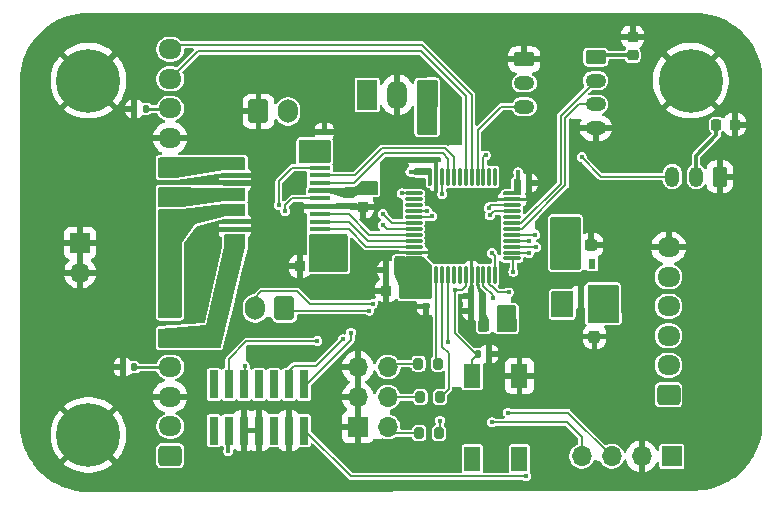
<source format=gtl>
%TF.GenerationSoftware,KiCad,Pcbnew,9.0.0*%
%TF.CreationDate,2025-04-03T16:38:41+02:00*%
%TF.ProjectId,PCB_projetV2,5043425f-7072-46f6-9a65-7456322e6b69,03/04/2025*%
%TF.SameCoordinates,Original*%
%TF.FileFunction,Copper,L1,Top*%
%TF.FilePolarity,Positive*%
%FSLAX46Y46*%
G04 Gerber Fmt 4.6, Leading zero omitted, Abs format (unit mm)*
G04 Created by KiCad (PCBNEW 9.0.0) date 2025-04-03 16:38:41*
%MOMM*%
%LPD*%
G01*
G04 APERTURE LIST*
G04 Aperture macros list*
%AMRoundRect*
0 Rectangle with rounded corners*
0 $1 Rounding radius*
0 $2 $3 $4 $5 $6 $7 $8 $9 X,Y pos of 4 corners*
0 Add a 4 corners polygon primitive as box body*
4,1,4,$2,$3,$4,$5,$6,$7,$8,$9,$2,$3,0*
0 Add four circle primitives for the rounded corners*
1,1,$1+$1,$2,$3*
1,1,$1+$1,$4,$5*
1,1,$1+$1,$6,$7*
1,1,$1+$1,$8,$9*
0 Add four rect primitives between the rounded corners*
20,1,$1+$1,$2,$3,$4,$5,0*
20,1,$1+$1,$4,$5,$6,$7,0*
20,1,$1+$1,$6,$7,$8,$9,0*
20,1,$1+$1,$8,$9,$2,$3,0*%
G04 Aperture macros list end*
%TA.AperFunction,SMDPad,CuDef*%
%ADD10RoundRect,0.140000X-0.140000X-0.170000X0.140000X-0.170000X0.140000X0.170000X-0.140000X0.170000X0*%
%TD*%
%TA.AperFunction,SMDPad,CuDef*%
%ADD11RoundRect,0.140000X0.140000X0.170000X-0.140000X0.170000X-0.140000X-0.170000X0.140000X-0.170000X0*%
%TD*%
%TA.AperFunction,SMDPad,CuDef*%
%ADD12RoundRect,0.200000X-0.200000X-0.275000X0.200000X-0.275000X0.200000X0.275000X-0.200000X0.275000X0*%
%TD*%
%TA.AperFunction,ComponentPad*%
%ADD13R,1.700000X1.700000*%
%TD*%
%TA.AperFunction,ComponentPad*%
%ADD14O,1.700000X1.700000*%
%TD*%
%TA.AperFunction,SMDPad,CuDef*%
%ADD15R,0.740000X2.400000*%
%TD*%
%TA.AperFunction,SMDPad,CuDef*%
%ADD16R,1.400000X2.000000*%
%TD*%
%TA.AperFunction,SMDPad,CuDef*%
%ADD17RoundRect,0.225000X-0.250000X0.225000X-0.250000X-0.225000X0.250000X-0.225000X0.250000X0.225000X0*%
%TD*%
%TA.AperFunction,SMDPad,CuDef*%
%ADD18RoundRect,0.140000X-0.170000X0.140000X-0.170000X-0.140000X0.170000X-0.140000X0.170000X0.140000X0*%
%TD*%
%TA.AperFunction,SMDPad,CuDef*%
%ADD19RoundRect,0.218750X-0.218750X-0.256250X0.218750X-0.256250X0.218750X0.256250X-0.218750X0.256250X0*%
%TD*%
%TA.AperFunction,SMDPad,CuDef*%
%ADD20RoundRect,0.225000X0.225000X0.250000X-0.225000X0.250000X-0.225000X-0.250000X0.225000X-0.250000X0*%
%TD*%
%TA.AperFunction,ComponentPad*%
%ADD21C,5.400000*%
%TD*%
%TA.AperFunction,SMDPad,CuDef*%
%ADD22RoundRect,0.075000X0.075000X-0.662500X0.075000X0.662500X-0.075000X0.662500X-0.075000X-0.662500X0*%
%TD*%
%TA.AperFunction,SMDPad,CuDef*%
%ADD23RoundRect,0.075000X0.662500X-0.075000X0.662500X0.075000X-0.662500X0.075000X-0.662500X-0.075000X0*%
%TD*%
%TA.AperFunction,ComponentPad*%
%ADD24RoundRect,0.250000X0.725000X-0.600000X0.725000X0.600000X-0.725000X0.600000X-0.725000X-0.600000X0*%
%TD*%
%TA.AperFunction,ComponentPad*%
%ADD25O,1.950000X1.700000*%
%TD*%
%TA.AperFunction,SMDPad,CuDef*%
%ADD26RoundRect,0.237500X-0.237500X0.300000X-0.237500X-0.300000X0.237500X-0.300000X0.237500X0.300000X0*%
%TD*%
%TA.AperFunction,ComponentPad*%
%ADD27RoundRect,0.250000X-0.625000X0.350000X-0.625000X-0.350000X0.625000X-0.350000X0.625000X0.350000X0*%
%TD*%
%TA.AperFunction,ComponentPad*%
%ADD28O,1.750000X1.200000*%
%TD*%
%TA.AperFunction,SMDPad,CuDef*%
%ADD29RoundRect,0.237500X-0.300000X-0.237500X0.300000X-0.237500X0.300000X0.237500X-0.300000X0.237500X0*%
%TD*%
%TA.AperFunction,SMDPad,CuDef*%
%ADD30RoundRect,0.225000X-0.225000X-0.250000X0.225000X-0.250000X0.225000X0.250000X-0.225000X0.250000X0*%
%TD*%
%TA.AperFunction,ComponentPad*%
%ADD31RoundRect,0.250000X0.350000X0.625000X-0.350000X0.625000X-0.350000X-0.625000X0.350000X-0.625000X0*%
%TD*%
%TA.AperFunction,ComponentPad*%
%ADD32O,1.200000X1.750000*%
%TD*%
%TA.AperFunction,SMDPad,CuDef*%
%ADD33RoundRect,0.140000X0.170000X-0.140000X0.170000X0.140000X-0.170000X0.140000X-0.170000X-0.140000X0*%
%TD*%
%TA.AperFunction,SMDPad,CuDef*%
%ADD34R,1.750000X0.450000*%
%TD*%
%TA.AperFunction,SMDPad,CuDef*%
%ADD35R,0.600000X0.900000*%
%TD*%
%TA.AperFunction,ComponentPad*%
%ADD36RoundRect,0.250000X0.600000X0.750000X-0.600000X0.750000X-0.600000X-0.750000X0.600000X-0.750000X0*%
%TD*%
%TA.AperFunction,ComponentPad*%
%ADD37O,1.700000X2.000000*%
%TD*%
%TA.AperFunction,ComponentPad*%
%ADD38RoundRect,0.250000X-0.600000X-0.750000X0.600000X-0.750000X0.600000X0.750000X-0.600000X0.750000X0*%
%TD*%
%TA.AperFunction,ComponentPad*%
%ADD39R,1.700000X2.500000*%
%TD*%
%TA.AperFunction,ComponentPad*%
%ADD40O,1.700000X2.500000*%
%TD*%
%TA.AperFunction,ViaPad*%
%ADD41C,0.450000*%
%TD*%
%TA.AperFunction,Conductor*%
%ADD42C,0.300000*%
%TD*%
%TA.AperFunction,Conductor*%
%ADD43C,0.250000*%
%TD*%
%TA.AperFunction,Conductor*%
%ADD44C,0.200000*%
%TD*%
G04 APERTURE END LIST*
D10*
X162320000Y-88650000D03*
X163280000Y-88650000D03*
D11*
X130860000Y-82370000D03*
X129900000Y-82370000D03*
D12*
X154025000Y-109825000D03*
X155675000Y-109825000D03*
D13*
X148810000Y-109325000D03*
D14*
X151350000Y-109325000D03*
X148810000Y-106785000D03*
X151350000Y-106785000D03*
X148810000Y-104245000D03*
X151350000Y-104245000D03*
D15*
X136620000Y-109620000D03*
X136620000Y-105720000D03*
X137890000Y-109620000D03*
X137890000Y-105720000D03*
X139160000Y-109620000D03*
X139160000Y-105720000D03*
X140430000Y-109620000D03*
X140430000Y-105720000D03*
X141700000Y-109620000D03*
X141700000Y-105720000D03*
X142970000Y-109620000D03*
X142970000Y-105720000D03*
X144240000Y-109620000D03*
X144240000Y-105720000D03*
D16*
X162500000Y-105000000D03*
X162500000Y-112000000D03*
X158500000Y-105000000D03*
X158500000Y-112000000D03*
D17*
X149225000Y-89150000D03*
X149225000Y-90700000D03*
D18*
X147890000Y-89630000D03*
X147890000Y-90590000D03*
D12*
X154115000Y-106800000D03*
X155765000Y-106800000D03*
D19*
X159462500Y-100775000D03*
X161037500Y-100775000D03*
D10*
X158970000Y-103150000D03*
X159930000Y-103150000D03*
D20*
X152785000Y-97770000D03*
X151235000Y-97770000D03*
X145465000Y-95710000D03*
X143915000Y-95710000D03*
D11*
X152180000Y-96050000D03*
X151220000Y-96050000D03*
D21*
X126000000Y-80000000D03*
D11*
X159380000Y-99475000D03*
X158420000Y-99475000D03*
D22*
X154950000Y-96462500D03*
X155450000Y-96462500D03*
X155950000Y-96462500D03*
X156450000Y-96462500D03*
X156950000Y-96462500D03*
X157450000Y-96462500D03*
X157950000Y-96462500D03*
X158450000Y-96462500D03*
X158950000Y-96462500D03*
X159450000Y-96462500D03*
X159950000Y-96462500D03*
X160450000Y-96462500D03*
D23*
X161862500Y-95050000D03*
X161862500Y-94550000D03*
X161862500Y-94050000D03*
X161862500Y-93550000D03*
X161862500Y-93050000D03*
X161862500Y-92550000D03*
X161862500Y-92050000D03*
X161862500Y-91550000D03*
X161862500Y-91050000D03*
X161862500Y-90550000D03*
X161862500Y-90050000D03*
X161862500Y-89550000D03*
D22*
X160450000Y-88137500D03*
X159950000Y-88137500D03*
X159450000Y-88137500D03*
X158950000Y-88137500D03*
X158450000Y-88137500D03*
X157950000Y-88137500D03*
X157450000Y-88137500D03*
X156950000Y-88137500D03*
X156450000Y-88137500D03*
X155950000Y-88137500D03*
X155450000Y-88137500D03*
X154950000Y-88137500D03*
D23*
X153537500Y-89550000D03*
X153537500Y-90050000D03*
X153537500Y-90550000D03*
X153537500Y-91050000D03*
X153537500Y-91550000D03*
X153537500Y-92050000D03*
X153537500Y-92550000D03*
X153537500Y-93050000D03*
X153537500Y-93550000D03*
X153537500Y-94050000D03*
X153537500Y-94550000D03*
X153537500Y-95050000D03*
D24*
X175125000Y-106600000D03*
D25*
X175125000Y-104100000D03*
X175125000Y-101600000D03*
X175125000Y-99100000D03*
X175125000Y-96600000D03*
X175125000Y-94100000D03*
D26*
X168850000Y-99937500D03*
X168850000Y-101662500D03*
D27*
X162900000Y-78200000D03*
D28*
X162900000Y-80200000D03*
X162900000Y-82200000D03*
D11*
X159355000Y-98250000D03*
X158395000Y-98250000D03*
D13*
X175400000Y-111800000D03*
D14*
X172860000Y-111800000D03*
X170320000Y-111800000D03*
X167780000Y-111800000D03*
D29*
X166837500Y-93900000D03*
X168562500Y-93900000D03*
D30*
X179175000Y-83730000D03*
X180725000Y-83730000D03*
D31*
X179450000Y-88125000D03*
D32*
X177450000Y-88125000D03*
X175450000Y-88125000D03*
D33*
X145990000Y-85290000D03*
X145990000Y-84330000D03*
D21*
X126000000Y-110000000D03*
D11*
X129870000Y-104280000D03*
X128910000Y-104280000D03*
D33*
X153890000Y-87680000D03*
X153890000Y-86720000D03*
D34*
X138400000Y-86725000D03*
X138400000Y-87375000D03*
X138400000Y-88025000D03*
X138400000Y-88675000D03*
X138400000Y-89325000D03*
X138400000Y-89975000D03*
X138400000Y-90625000D03*
X138400000Y-91275000D03*
X138400000Y-91925000D03*
X138400000Y-92575000D03*
X138400000Y-93225000D03*
X138400000Y-93875000D03*
X145600000Y-93875000D03*
X145600000Y-93225000D03*
X145600000Y-92575000D03*
X145600000Y-91925000D03*
X145600000Y-91275000D03*
X145600000Y-90625000D03*
X145600000Y-89975000D03*
X145600000Y-89325000D03*
X145600000Y-88675000D03*
X145600000Y-88025000D03*
X145600000Y-87375000D03*
X145600000Y-86725000D03*
D17*
X172080000Y-76285000D03*
X172080000Y-77835000D03*
D18*
X154610000Y-98160000D03*
X154610000Y-99120000D03*
D12*
X153950000Y-103950000D03*
X155600000Y-103950000D03*
D21*
X177000000Y-80000000D03*
D27*
X168950000Y-78000000D03*
D28*
X168950000Y-80000000D03*
X168950000Y-82000000D03*
X168950000Y-84000000D03*
D35*
X166750000Y-98300000D03*
X167700000Y-98300000D03*
X168650000Y-98300000D03*
X168650000Y-95500000D03*
X166750000Y-95500000D03*
D24*
X132925000Y-89850000D03*
D25*
X132925000Y-87350000D03*
X132925000Y-84850000D03*
X132925000Y-82350000D03*
X132925000Y-79850000D03*
X132925000Y-77350000D03*
D13*
X125300000Y-93725000D03*
D14*
X125300000Y-96265000D03*
D36*
X142600000Y-99275000D03*
D37*
X140100000Y-99275000D03*
D24*
X132925000Y-111750000D03*
D25*
X132925000Y-109250000D03*
X132925000Y-106750000D03*
X132925000Y-104250000D03*
X132925000Y-101750000D03*
X132925000Y-99250000D03*
D38*
X140400000Y-82600000D03*
D37*
X142900000Y-82600000D03*
D39*
X149602500Y-81207500D03*
D40*
X152142500Y-81207500D03*
X154682500Y-81207500D03*
D41*
X155000000Y-89800000D03*
X120870000Y-91905000D03*
X167640000Y-100460000D03*
X166500000Y-78870000D03*
X147110000Y-90610000D03*
X177010000Y-85680000D03*
X143925000Y-97100000D03*
X139190744Y-111514729D03*
X140080000Y-76320000D03*
X143550000Y-88725000D03*
X152900000Y-108200000D03*
X127720000Y-105935000D03*
X140400000Y-84950000D03*
X137050000Y-107700000D03*
X135625000Y-107330000D03*
X135000000Y-76320000D03*
X120870000Y-89365000D03*
X140350000Y-92650000D03*
X128490000Y-84285000D03*
X157860000Y-76320000D03*
X165415000Y-85175000D03*
X166080000Y-106295000D03*
X150240000Y-76320000D03*
X168620000Y-106295000D03*
X145875000Y-74825000D03*
X165690000Y-90580000D03*
X125950000Y-86825000D03*
X145160000Y-76320000D03*
X136475000Y-93875000D03*
X158500000Y-114300000D03*
X164175000Y-105000000D03*
X170225000Y-109575000D03*
X157540000Y-99490000D03*
X178850000Y-96865000D03*
X122640000Y-105935000D03*
X152325000Y-91325000D03*
X159625000Y-77400000D03*
X131030000Y-91905000D03*
X136275000Y-82375000D03*
X182300000Y-101795000D03*
X139325000Y-96575000D03*
X155190000Y-93810000D03*
X161370000Y-83350000D03*
X178850000Y-94325000D03*
X144475000Y-84350000D03*
X125180000Y-98315000D03*
X150335000Y-111900000D03*
X150300000Y-105450000D03*
X148780000Y-86100000D03*
X174375000Y-90825000D03*
X159610000Y-95200000D03*
X173740000Y-114300000D03*
X146600000Y-105930000D03*
X166830000Y-90870000D03*
X150250000Y-102775000D03*
X135625000Y-109870000D03*
X146425000Y-80775000D03*
X155150000Y-94725000D03*
X169370000Y-90870000D03*
X146445000Y-78550000D03*
X163100000Y-95575000D03*
X171910000Y-90870000D03*
X178850000Y-113725000D03*
X160980000Y-104970000D03*
X168660000Y-114300000D03*
X134675000Y-98300000D03*
X136275000Y-88425000D03*
X166570000Y-81150000D03*
X145800000Y-114300000D03*
X152550000Y-99275000D03*
X163580000Y-114300000D03*
X140400000Y-88725000D03*
X152875000Y-105450000D03*
X148985000Y-78550000D03*
X128020000Y-114300000D03*
X141880000Y-107670000D03*
X121075000Y-97015000D03*
X127720000Y-100855000D03*
X143260000Y-114300000D03*
X182300000Y-86555000D03*
X164600000Y-91775000D03*
X128095000Y-74825000D03*
X128250000Y-94800000D03*
X159700000Y-102050000D03*
X121075000Y-79235000D03*
X134675000Y-100125000D03*
X158470000Y-95050000D03*
X155415000Y-111900000D03*
X173400000Y-102740000D03*
X157475000Y-91850000D03*
X130275000Y-109050000D03*
X160190000Y-89930000D03*
X162875000Y-85175000D03*
X140720000Y-114300000D03*
X150030000Y-98100000D03*
X148340000Y-114300000D03*
X120870000Y-86825000D03*
X178170000Y-83580000D03*
X155320000Y-76320000D03*
X157475000Y-89575000D03*
X160625000Y-92175000D03*
X163775000Y-102140000D03*
X158390000Y-100500000D03*
X144610000Y-103310000D03*
X136930000Y-103640000D03*
X168950000Y-85680000D03*
X150550000Y-94775000D03*
X179550000Y-90775000D03*
X161040000Y-114300000D03*
X143335000Y-74825000D03*
X138180000Y-114300000D03*
X166950000Y-85375000D03*
X152875000Y-111900000D03*
X154100000Y-88750000D03*
X163655000Y-74825000D03*
X135625000Y-112410000D03*
X140795000Y-74825000D03*
X151000000Y-90250000D03*
X157310000Y-78670000D03*
X125180000Y-100855000D03*
X172190000Y-83130000D03*
X121075000Y-109715000D03*
X178850000Y-104485000D03*
X122640000Y-100855000D03*
X143905000Y-78550000D03*
X136250000Y-80550000D03*
X152100000Y-86725000D03*
X171925000Y-95790000D03*
X136285000Y-78550000D03*
X140125000Y-101550000D03*
X154065000Y-78550000D03*
X164175000Y-112075000D03*
X138255000Y-74825000D03*
X125950000Y-89365000D03*
X131030000Y-84285000D03*
X176280000Y-114300000D03*
X133175000Y-74825000D03*
X156160000Y-80440000D03*
X133100000Y-114300000D03*
X154825000Y-105400000D03*
X173815000Y-74825000D03*
X142620000Y-76320000D03*
X172875000Y-109575000D03*
X120870000Y-81745000D03*
X144000000Y-92375000D03*
X178850000Y-99405000D03*
X121075000Y-102095000D03*
X145950000Y-82900000D03*
X147070000Y-104290000D03*
X160335000Y-85175000D03*
X160575000Y-93725000D03*
X142975000Y-86575000D03*
X151525000Y-78550000D03*
X123410000Y-86825000D03*
X121975000Y-111975000D03*
X164600000Y-88675000D03*
X127720000Y-103395000D03*
X161115000Y-74825000D03*
X182300000Y-99255000D03*
X143900000Y-107575000D03*
X125950000Y-91905000D03*
X166975000Y-83900000D03*
X136425000Y-92350000D03*
X135640000Y-114300000D03*
X161225000Y-97050000D03*
X130260000Y-98315000D03*
X123750000Y-75830000D03*
X179810000Y-85670000D03*
X138200000Y-112450000D03*
X125180000Y-105935000D03*
X163420000Y-90060000D03*
X168735000Y-74825000D03*
X130260000Y-100855000D03*
X174730000Y-85670000D03*
X153420000Y-114300000D03*
X166250000Y-109650000D03*
X123410000Y-89365000D03*
X180850000Y-76500000D03*
X161225000Y-95925000D03*
X182300000Y-91635000D03*
X122640000Y-98315000D03*
X171275000Y-74825000D03*
X120870000Y-84285000D03*
X157110000Y-81570000D03*
X148575000Y-94225000D03*
X146430000Y-102000000D03*
X140430000Y-111540000D03*
X123975000Y-113625000D03*
X171925000Y-105950000D03*
X121075000Y-104635000D03*
X137540000Y-76320000D03*
X156035000Y-74825000D03*
X163775000Y-99600000D03*
X173410000Y-97740000D03*
X171925000Y-93250000D03*
X121075000Y-99555000D03*
X125950000Y-84285000D03*
X157110000Y-83290000D03*
X182300000Y-104335000D03*
X161440000Y-76270000D03*
X151025000Y-100825000D03*
X159720000Y-104280000D03*
X148875000Y-100175000D03*
X164600000Y-94250000D03*
X178850000Y-101945000D03*
X182300000Y-96715000D03*
X153270000Y-84490000D03*
X169060000Y-76270000D03*
X161375000Y-88575000D03*
X163980000Y-76270000D03*
X164170000Y-81150000D03*
X168575000Y-92475000D03*
X171925000Y-100870000D03*
X130260000Y-103395000D03*
X130125000Y-94725000D03*
X121925000Y-77150000D03*
X170620000Y-78460000D03*
X128490000Y-86825000D03*
X144000000Y-90650000D03*
X166520000Y-76270000D03*
X145775000Y-112450000D03*
X169160000Y-96620000D03*
X159260000Y-82910000D03*
X150955000Y-74825000D03*
X161525000Y-102890000D03*
X170580000Y-76940000D03*
X130260000Y-105935000D03*
X147709454Y-87341082D03*
X182300000Y-81475000D03*
X182300000Y-89095000D03*
X131030000Y-89365000D03*
X175725000Y-109575000D03*
X150880000Y-114300000D03*
X161580000Y-79510000D03*
X178475000Y-75250000D03*
X125660000Y-75090000D03*
X173160000Y-77440000D03*
X149950000Y-92150000D03*
X153495000Y-74825000D03*
X145170000Y-107650000D03*
X166975000Y-88200000D03*
X171910000Y-99300000D03*
X140300000Y-91875000D03*
X157190000Y-107450000D03*
X138175000Y-101550000D03*
X144000000Y-94025000D03*
X181050000Y-112075000D03*
X166080000Y-103755000D03*
X147700000Y-76320000D03*
X123410000Y-84285000D03*
X135715000Y-74825000D03*
X172190000Y-85670000D03*
X151250000Y-96870000D03*
X141365000Y-78550000D03*
X154850000Y-108200000D03*
X122640000Y-103395000D03*
X130200000Y-79500000D03*
X121075000Y-107175000D03*
X178850000Y-107025000D03*
X167750000Y-97510000D03*
X130635000Y-74825000D03*
X128490000Y-91905000D03*
X138825000Y-78550000D03*
X174730000Y-83130000D03*
X130200000Y-76960000D03*
X158575000Y-74825000D03*
X176900000Y-90800000D03*
X151000000Y-89275000D03*
X168620000Y-103755000D03*
X155670000Y-92710000D03*
X125180000Y-103395000D03*
X154625000Y-100500000D03*
X154675000Y-102800000D03*
X141960000Y-103300000D03*
X146600000Y-108470000D03*
X147025000Y-98150000D03*
X171400000Y-80750000D03*
X152780000Y-76320000D03*
X170025000Y-93975000D03*
X140400000Y-88025000D03*
X121075000Y-94475000D03*
X128490000Y-89365000D03*
X179550000Y-82620000D03*
X182300000Y-84015000D03*
X151025000Y-87075000D03*
X143875000Y-80800000D03*
X136300000Y-96575000D03*
X166100000Y-101600000D03*
X182300000Y-94175000D03*
X182300000Y-106875000D03*
X134675000Y-93875000D03*
X150880000Y-84450000D03*
X178850000Y-109565000D03*
X176355000Y-74825000D03*
X155425000Y-86700000D03*
X166195000Y-74825000D03*
X164175000Y-109650000D03*
X163775000Y-97060000D03*
X158740000Y-102050000D03*
X127720000Y-98315000D03*
X182300000Y-109415000D03*
X136275000Y-84915000D03*
X130275000Y-111650000D03*
X157550000Y-98310000D03*
X182300000Y-78935000D03*
X123410000Y-91905000D03*
X140340000Y-107620000D03*
X160450000Y-111900000D03*
X159500000Y-107450000D03*
X143250000Y-112450000D03*
X148800000Y-96425000D03*
X166120000Y-114300000D03*
X148840000Y-102560000D03*
X131030000Y-86825000D03*
X140725000Y-112450000D03*
X155960000Y-114300000D03*
X161525000Y-106625000D03*
X135625000Y-104790000D03*
X171200000Y-114300000D03*
X130560000Y-114300000D03*
X148415000Y-74825000D03*
X155230000Y-83600000D03*
X165600000Y-98200000D03*
X165600000Y-98925000D03*
X170025000Y-98500000D03*
X170050000Y-99325000D03*
X169375000Y-98500000D03*
X154170000Y-83580000D03*
X154150000Y-84270000D03*
X170607930Y-98014965D03*
X170025000Y-97600000D03*
X154140000Y-82860000D03*
X170625000Y-98900000D03*
X154690000Y-83960000D03*
X155240000Y-82910000D03*
X165600000Y-99675000D03*
X169375000Y-97600000D03*
X155230000Y-84260000D03*
X170625000Y-99950000D03*
X166475000Y-99625000D03*
X154710000Y-83240000D03*
X161825000Y-101025000D03*
X153075000Y-95875000D03*
X166090000Y-92520000D03*
X137850000Y-111380000D03*
X150150000Y-89375000D03*
X165350000Y-94775000D03*
X166720000Y-91830000D03*
X166080000Y-91830000D03*
X165675000Y-95350000D03*
X153075000Y-96575000D03*
X161825000Y-100125000D03*
X167410000Y-91830000D03*
X165975000Y-94775000D03*
X153725000Y-96000000D03*
X154300000Y-95625000D03*
X165440000Y-92525000D03*
X153275000Y-87700000D03*
X161825000Y-99375000D03*
X162400000Y-87750000D03*
X165350000Y-94100000D03*
X167420000Y-92500000D03*
X150150000Y-88800000D03*
X165430000Y-91810000D03*
X160925000Y-99350000D03*
X165975000Y-94100000D03*
X166730000Y-92510000D03*
X144900000Y-85400000D03*
X147650000Y-94850000D03*
X147050000Y-94100000D03*
X147600000Y-94100000D03*
X144250000Y-86100000D03*
X144250000Y-85400000D03*
X147650000Y-95600000D03*
X147050000Y-95600000D03*
X147600000Y-93400000D03*
X146300000Y-94850000D03*
X147050000Y-94850000D03*
X147050000Y-93400000D03*
X144900000Y-86100000D03*
X145500000Y-94850000D03*
X157000000Y-97741020D03*
X147548768Y-101898768D03*
X150925000Y-91275000D03*
X142151162Y-90515077D03*
X150950000Y-92225000D03*
X142675000Y-91050000D03*
X167775000Y-86475000D03*
X159625000Y-86325000D03*
X139240000Y-104170000D03*
X152525000Y-89550000D03*
X155975000Y-89600000D03*
X145396232Y-102046232D03*
X160175000Y-94575000D03*
X148250000Y-101325000D03*
X163050000Y-113500002D03*
X161975000Y-96175000D03*
X163900000Y-94100000D03*
X163850000Y-93050000D03*
X163275000Y-94625000D03*
X163275000Y-93575000D03*
X155115211Y-91491430D03*
X154662500Y-91025000D03*
X150075000Y-98875000D03*
X159881156Y-90775906D03*
X160012500Y-91412500D03*
X149795543Y-99461862D03*
X155765000Y-108775000D03*
X156475000Y-102100000D03*
X161525000Y-108100000D03*
X161575000Y-97925000D03*
X160150000Y-108925000D03*
X160250000Y-98375000D03*
D42*
X177450000Y-88125000D02*
X177450000Y-86340000D01*
X177450000Y-86340000D02*
X179175000Y-84615000D01*
X169115000Y-77835000D02*
X168950000Y-78000000D01*
X172080000Y-77835000D02*
X169115000Y-77835000D01*
X179175000Y-84615000D02*
X179175000Y-83730000D01*
X153870000Y-87700000D02*
X153890000Y-87680000D01*
D43*
X129870000Y-104280000D02*
X132895000Y-104280000D01*
X132895000Y-104280000D02*
X132925000Y-104250000D01*
X130860000Y-82370000D02*
X132905000Y-82370000D01*
D42*
X162400000Y-87750000D02*
X162400000Y-88570000D01*
X137850000Y-109660000D02*
X137890000Y-109620000D01*
X153275000Y-87700000D02*
X153870000Y-87700000D01*
D43*
X132905000Y-82370000D02*
X132925000Y-82350000D01*
D42*
X162400000Y-88570000D02*
X162320000Y-88650000D01*
X137850000Y-111380000D02*
X137850000Y-109660000D01*
D44*
X147548768Y-101898768D02*
X145307536Y-104140000D01*
X157000000Y-97741020D02*
X157000000Y-101350000D01*
X157000000Y-97741020D02*
X157608980Y-97741020D01*
X157950000Y-97400000D02*
X157950000Y-96462500D01*
X157000000Y-101350000D02*
X158800000Y-103150000D01*
X143410000Y-104140000D02*
X142970000Y-104580000D01*
X158800000Y-103150000D02*
X158970000Y-103150000D01*
X142970000Y-104580000D02*
X142970000Y-105720000D01*
X158500000Y-105000000D02*
X158500000Y-103620000D01*
X145307536Y-104140000D02*
X143410000Y-104140000D01*
X158500000Y-103620000D02*
X158970000Y-103150000D01*
X157608980Y-97741020D02*
X157950000Y-97400000D01*
X156950000Y-86475000D02*
X156950000Y-88137500D01*
X150844790Y-85738000D02*
X156213000Y-85738000D01*
X156213000Y-85738000D02*
X156950000Y-86475000D01*
X148557790Y-88025000D02*
X150844790Y-85738000D01*
X145600000Y-88025000D02*
X148557790Y-88025000D01*
X149700000Y-93550000D02*
X153537500Y-93550000D01*
X145600000Y-91925000D02*
X148075000Y-91925000D01*
X148075000Y-91925000D02*
X149700000Y-93550000D01*
X143250000Y-87375000D02*
X145600000Y-87375000D01*
X151700000Y-92050000D02*
X153537500Y-92050000D01*
X150925000Y-91275000D02*
X151700000Y-92050000D01*
X142125000Y-88500000D02*
X143250000Y-87375000D01*
X142125000Y-90488915D02*
X142125000Y-88500000D01*
X142151162Y-90515077D02*
X142125000Y-90488915D01*
X155989000Y-86139000D02*
X156450000Y-86600000D01*
X156450000Y-86600000D02*
X156450000Y-88137500D01*
X151010890Y-86139000D02*
X155989000Y-86139000D01*
X145600000Y-88675000D02*
X148474890Y-88675000D01*
X148474890Y-88675000D02*
X151010890Y-86139000D01*
X148025000Y-91300000D02*
X149775000Y-93050000D01*
X145600000Y-91275000D02*
X145625000Y-91300000D01*
X145625000Y-91300000D02*
X148025000Y-91300000D01*
X149775000Y-93050000D02*
X153537500Y-93050000D01*
X151275000Y-92550000D02*
X153537500Y-92550000D01*
X142675000Y-91050000D02*
X142675000Y-90550000D01*
X143250000Y-89975000D02*
X145600000Y-89975000D01*
X142675000Y-90550000D02*
X143250000Y-89975000D01*
X150950000Y-92225000D02*
X151275000Y-92550000D01*
X148050000Y-92575000D02*
X149525000Y-94050000D01*
X149525000Y-94050000D02*
X153537500Y-94050000D01*
X145600000Y-92575000D02*
X148050000Y-92575000D01*
X160950000Y-82200000D02*
X162900000Y-82200000D01*
X158950000Y-88137500D02*
X158950000Y-84200000D01*
X158950000Y-84200000D02*
X160950000Y-82200000D01*
X167775000Y-86475000D02*
X169425000Y-88125000D01*
X159625000Y-86325000D02*
X159450000Y-86500000D01*
X169425000Y-88125000D02*
X175450000Y-88125000D01*
X159450000Y-86500000D02*
X159450000Y-88137500D01*
X139240000Y-105640000D02*
X139160000Y-105720000D01*
X139240000Y-104170000D02*
X139240000Y-105640000D01*
X152525000Y-89550000D02*
X153537500Y-89550000D01*
X145396232Y-102046232D02*
X145366464Y-102076000D01*
X137890000Y-103570000D02*
X137890000Y-105720000D01*
X139384000Y-102076000D02*
X137890000Y-103570000D01*
X155975000Y-89600000D02*
X155975000Y-89500000D01*
X145366464Y-102076000D02*
X139384000Y-102076000D01*
X155950000Y-89475000D02*
X155950000Y-88137500D01*
X155975000Y-89500000D02*
X155950000Y-89475000D01*
X148250000Y-101325000D02*
X148250000Y-101940000D01*
X160175000Y-94575000D02*
X160450000Y-94850000D01*
X144470000Y-105720000D02*
X144240000Y-105720000D01*
X148250000Y-101940000D02*
X144470000Y-105720000D01*
X160450000Y-94850000D02*
X160450000Y-96462500D01*
X163049998Y-113500000D02*
X148210000Y-113500000D01*
X148210000Y-113500000D02*
X144330000Y-109620000D01*
X144330000Y-109620000D02*
X144240000Y-109620000D01*
X161975000Y-96175000D02*
X161975000Y-95162500D01*
X163050000Y-113500002D02*
X163049998Y-113500000D01*
X161975000Y-95162500D02*
X161862500Y-95050000D01*
X163900000Y-94100000D02*
X161912500Y-94100000D01*
X161912500Y-94100000D02*
X161862500Y-94050000D01*
X163850000Y-93050000D02*
X161862500Y-93050000D01*
X163200000Y-94550000D02*
X161862500Y-94550000D01*
X163275000Y-94625000D02*
X163200000Y-94550000D01*
X163225000Y-93575000D02*
X163200000Y-93550000D01*
X163200000Y-93550000D02*
X161862500Y-93550000D01*
X163275000Y-93575000D02*
X163225000Y-93575000D01*
X157950000Y-88137500D02*
X157950000Y-81280000D01*
X157950000Y-81280000D02*
X154170000Y-77500000D01*
X154170000Y-77500000D02*
X135275000Y-77500000D01*
X135275000Y-77500000D02*
X132925000Y-79850000D01*
X132925000Y-77350000D02*
X133325000Y-76950000D01*
X133325000Y-76950000D02*
X154220000Y-76950000D01*
X158450000Y-81180000D02*
X158450000Y-88137500D01*
X154220000Y-76950000D02*
X158450000Y-81180000D01*
X155115211Y-91491430D02*
X155056641Y-91550000D01*
X155056641Y-91550000D02*
X153537500Y-91550000D01*
X154637500Y-91050000D02*
X153537500Y-91050000D01*
X154662500Y-91025000D02*
X154637500Y-91050000D01*
X154115000Y-106800000D02*
X151365000Y-106800000D01*
X151365000Y-106800000D02*
X151350000Y-106785000D01*
X151620000Y-103975000D02*
X151350000Y-104245000D01*
X153925000Y-103975000D02*
X151620000Y-103975000D01*
X153950000Y-103950000D02*
X153925000Y-103975000D01*
X154000000Y-109850000D02*
X151875000Y-109850000D01*
X151875000Y-109850000D02*
X151350000Y-109325000D01*
X154025000Y-109825000D02*
X154000000Y-109850000D01*
X159881156Y-90775906D02*
X159881156Y-90695756D01*
X144725000Y-98875000D02*
X143700000Y-97850000D01*
X143700000Y-97850000D02*
X140650000Y-97850000D01*
X159881156Y-90695756D02*
X160026912Y-90550000D01*
X140050000Y-99225000D02*
X140100000Y-99275000D01*
X140650000Y-97850000D02*
X140050000Y-98450000D01*
X150075000Y-98875000D02*
X144725000Y-98875000D01*
X140050000Y-98450000D02*
X140050000Y-99225000D01*
X160026912Y-90550000D02*
X161862500Y-90550000D01*
X160375000Y-91050000D02*
X161862500Y-91050000D01*
X142786862Y-99461862D02*
X142600000Y-99275000D01*
X149795543Y-99461862D02*
X142786862Y-99461862D01*
X160012500Y-91412500D02*
X160375000Y-91050000D01*
X156475000Y-102100000D02*
X156475000Y-97575000D01*
X155765000Y-108775000D02*
X155765000Y-109735000D01*
X156450000Y-97550000D02*
X156450000Y-96462500D01*
X155765000Y-109735000D02*
X155675000Y-109825000D01*
X156475000Y-97575000D02*
X156450000Y-97550000D01*
X155765000Y-106800000D02*
X155825000Y-106800000D01*
X156500000Y-106125000D02*
X156500000Y-103075000D01*
X155825000Y-106800000D02*
X156500000Y-106125000D01*
X156500000Y-103075000D02*
X155950000Y-102525000D01*
X155950000Y-102525000D02*
X155950000Y-96462500D01*
X155450000Y-103905000D02*
X155450000Y-96462500D01*
X155600000Y-103950000D02*
X155495000Y-103950000D01*
X155495000Y-103950000D02*
X155450000Y-103905000D01*
X161143877Y-97900000D02*
X161142877Y-97899000D01*
X161142877Y-97899000D02*
X160707123Y-97899000D01*
X160261465Y-97501000D02*
X160218591Y-97501000D01*
X160218591Y-97501000D02*
X159999000Y-97281409D01*
X170320000Y-111800000D02*
X166620000Y-108100000D01*
X160707123Y-97899000D02*
X160706123Y-97900000D01*
X160425565Y-97665100D02*
X160261465Y-97501000D01*
X161575000Y-97925000D02*
X161550000Y-97900000D01*
X159950000Y-97225000D02*
X159950000Y-97189535D01*
X160706123Y-97900000D02*
X160660465Y-97900000D01*
X160660465Y-97900000D02*
X160496365Y-97735900D01*
X159999000Y-97274000D02*
X159950000Y-97225000D01*
X160496365Y-97735900D02*
X160425565Y-97665100D01*
X159950000Y-97189535D02*
X159950000Y-96462500D01*
X159999000Y-97281409D02*
X159999000Y-97274000D01*
X166620000Y-108100000D02*
X161525000Y-108100000D01*
X161550000Y-97900000D02*
X161143877Y-97900000D01*
X161862500Y-92050000D02*
X162633824Y-92050000D01*
X165975000Y-88708824D02*
X165975000Y-82975000D01*
X162633824Y-92050000D02*
X165975000Y-88708824D01*
X165975000Y-82975000D02*
X168950000Y-80000000D01*
X162700924Y-92550000D02*
X162799924Y-92451000D01*
X166376000Y-83141100D02*
X167517100Y-82000000D01*
X166141100Y-89109824D02*
X166376000Y-88874924D01*
X167517100Y-82000000D02*
X168950000Y-82000000D01*
X163034824Y-92216100D02*
X166141100Y-89109824D01*
X162799924Y-92451000D02*
X163034824Y-92216100D01*
X166376000Y-88874924D02*
X166376000Y-88542724D01*
X166376000Y-88542724D02*
X166376000Y-83141100D01*
X161862500Y-92550000D02*
X162700924Y-92550000D01*
X166500000Y-108925000D02*
X160150000Y-108925000D01*
X160250000Y-98375000D02*
X160250000Y-98175000D01*
X167780000Y-110205000D02*
X166500000Y-108925000D01*
X159450000Y-97375000D02*
X159450000Y-96462500D01*
X167780000Y-111800000D02*
X167780000Y-110205000D01*
X160250000Y-98175000D02*
X159450000Y-97375000D01*
%TA.AperFunction,Conductor*%
G36*
X166993039Y-97844685D02*
G01*
X167038794Y-97897489D01*
X167050000Y-97949000D01*
X167050000Y-99926000D01*
X167030315Y-99993039D01*
X166977511Y-100038794D01*
X166926000Y-100050000D01*
X165299000Y-100050000D01*
X165231961Y-100030315D01*
X165186206Y-99977511D01*
X165175000Y-99926000D01*
X165175000Y-97949000D01*
X165194685Y-97881961D01*
X165247489Y-97836206D01*
X165299000Y-97825000D01*
X166926000Y-97825000D01*
X166993039Y-97844685D01*
G37*
%TD.AperFunction*%
%TA.AperFunction,Conductor*%
G36*
X159042539Y-95744685D02*
G01*
X159088294Y-95797489D01*
X159099500Y-95849000D01*
X159099501Y-97158225D01*
X159098631Y-97158225D01*
X159100000Y-97163289D01*
X159100000Y-97200001D01*
X159100396Y-97201232D01*
X159104586Y-97207850D01*
X159113946Y-97224759D01*
X159115485Y-97232495D01*
X159131475Y-97256426D01*
X159133987Y-97260963D01*
X159140525Y-97290204D01*
X159149480Y-97318803D01*
X159149500Y-97321017D01*
X159149500Y-97414562D01*
X159162061Y-97461438D01*
X159169979Y-97490990D01*
X159189902Y-97525496D01*
X159189903Y-97525499D01*
X159209537Y-97559507D01*
X159209541Y-97559512D01*
X159638681Y-97988652D01*
X159672166Y-98049975D01*
X159675000Y-98076333D01*
X159675000Y-99725000D01*
X159892105Y-100303946D01*
X159900000Y-100347485D01*
X159900000Y-101104492D01*
X159880315Y-101171531D01*
X159827511Y-101217286D01*
X159779541Y-101228441D01*
X159152541Y-101246355D01*
X159084967Y-101228593D01*
X159037723Y-101177118D01*
X159025000Y-101122406D01*
X159025000Y-100457132D01*
X159025817Y-100442919D01*
X159041852Y-100303946D01*
X159100000Y-99800000D01*
X159075000Y-97975000D01*
X158806776Y-97219098D01*
X158799656Y-97179749D01*
X158799502Y-97170622D01*
X158799775Y-97163892D01*
X158799599Y-97163178D01*
X158799832Y-97162493D01*
X158800082Y-97156360D01*
X158800496Y-97152152D01*
X158800500Y-97152133D01*
X158800499Y-95848999D01*
X158820184Y-95781961D01*
X158872987Y-95736206D01*
X158924499Y-95725000D01*
X158975500Y-95725000D01*
X159042539Y-95744685D01*
G37*
%TD.AperFunction*%
%TA.AperFunction,Conductor*%
G36*
X139243039Y-86519685D02*
G01*
X139288794Y-86572489D01*
X139300000Y-86624000D01*
X139300000Y-87475500D01*
X139280315Y-87542539D01*
X139227511Y-87588294D01*
X139176000Y-87599500D01*
X137505247Y-87599500D01*
X137502251Y-87599795D01*
X137500194Y-87599971D01*
X133408931Y-88198693D01*
X133390976Y-88200000D01*
X132024000Y-88200000D01*
X131956961Y-88180315D01*
X131911206Y-88127511D01*
X131900000Y-88076000D01*
X131900000Y-86624000D01*
X131919685Y-86556961D01*
X131972489Y-86511206D01*
X132024000Y-86500000D01*
X139176000Y-86500000D01*
X139243039Y-86519685D01*
G37*
%TD.AperFunction*%
%TA.AperFunction,Conductor*%
G36*
X147893039Y-93019685D02*
G01*
X147938794Y-93072489D01*
X147950000Y-93124000D01*
X147950000Y-96076000D01*
X147930315Y-96143039D01*
X147877511Y-96188794D01*
X147826000Y-96200000D01*
X144824000Y-96200000D01*
X144756961Y-96180315D01*
X144711206Y-96127511D01*
X144700000Y-96076000D01*
X144700000Y-93124500D01*
X144719685Y-93057461D01*
X144772489Y-93011706D01*
X144824000Y-93000500D01*
X146495738Y-93000500D01*
X146505916Y-93000000D01*
X147826000Y-93000000D01*
X147893039Y-93019685D01*
G37*
%TD.AperFunction*%
%TA.AperFunction,Conductor*%
G36*
X139243039Y-93020185D02*
G01*
X139288794Y-93072989D01*
X139300000Y-93124500D01*
X139300000Y-94084907D01*
X139296380Y-94114648D01*
X137230636Y-102476000D01*
X137223288Y-102505741D01*
X137188098Y-102566102D01*
X137125861Y-102597857D01*
X137102907Y-102600000D01*
X132024000Y-102600000D01*
X131956961Y-102580315D01*
X131911206Y-102527511D01*
X131900000Y-102476000D01*
X131900000Y-101115257D01*
X131919685Y-101048218D01*
X131972489Y-101002463D01*
X132014945Y-100991589D01*
X136000000Y-100700000D01*
X137500000Y-94100000D01*
X137500000Y-93124500D01*
X137519685Y-93057461D01*
X137572489Y-93011706D01*
X137624000Y-93000500D01*
X139176000Y-93000500D01*
X139243039Y-93020185D01*
G37*
%TD.AperFunction*%
%TA.AperFunction,Conductor*%
G36*
X146443039Y-85019685D02*
G01*
X146488794Y-85072489D01*
X146500000Y-85124000D01*
X146500000Y-86825500D01*
X146480315Y-86892539D01*
X146427511Y-86938294D01*
X146376000Y-86949500D01*
X144704262Y-86949500D01*
X144694084Y-86950000D01*
X143924000Y-86950000D01*
X143856961Y-86930315D01*
X143811206Y-86877511D01*
X143800000Y-86826000D01*
X143800000Y-85124000D01*
X143819685Y-85056961D01*
X143872489Y-85011206D01*
X143924000Y-85000000D01*
X146376000Y-85000000D01*
X146443039Y-85019685D01*
G37*
%TD.AperFunction*%
%TA.AperFunction,Conductor*%
G36*
X155511860Y-79950014D02*
G01*
X155557914Y-80002557D01*
X155569413Y-80055290D01*
X155548826Y-84450411D01*
X155528827Y-84517357D01*
X155475810Y-84562864D01*
X155424114Y-84573828D01*
X153933287Y-84565261D01*
X153866362Y-84545191D01*
X153820911Y-84492125D01*
X153810000Y-84441263D01*
X153810000Y-80063297D01*
X153829685Y-79996258D01*
X153882489Y-79950503D01*
X153933292Y-79939299D01*
X155444712Y-79930711D01*
X155511860Y-79950014D01*
G37*
%TD.AperFunction*%
%TA.AperFunction,Conductor*%
G36*
X152767323Y-94884440D02*
G01*
X152767506Y-94884516D01*
X152831530Y-94897250D01*
X152847867Y-94900500D01*
X154227132Y-94900499D01*
X154232014Y-94900499D01*
X154299053Y-94920184D01*
X154314055Y-94931519D01*
X155058041Y-95587977D01*
X155076371Y-95617070D01*
X155094977Y-95646022D01*
X155095084Y-95646772D01*
X155095286Y-95647092D01*
X155100000Y-95680957D01*
X155100000Y-95761699D01*
X155099500Y-95771877D01*
X155099500Y-97153142D01*
X155100000Y-97163289D01*
X155100000Y-98326000D01*
X155080315Y-98393039D01*
X155027511Y-98438794D01*
X154976000Y-98450000D01*
X152449000Y-98450000D01*
X152381961Y-98430315D01*
X152336206Y-98377511D01*
X152325000Y-98326000D01*
X152325000Y-97350001D01*
X152325000Y-97350000D01*
X151910330Y-96398698D01*
X151900000Y-96349149D01*
X151900000Y-94999000D01*
X151919685Y-94931961D01*
X151972489Y-94886206D01*
X152024000Y-94875000D01*
X152719868Y-94875000D01*
X152767323Y-94884440D01*
G37*
%TD.AperFunction*%
%TA.AperFunction,Conductor*%
G36*
X155042539Y-87419685D02*
G01*
X155088294Y-87472489D01*
X155099500Y-87524000D01*
X155099501Y-88776000D01*
X155096950Y-88784685D01*
X155098239Y-88793647D01*
X155087260Y-88817687D01*
X155079816Y-88843039D01*
X155072975Y-88848966D01*
X155069214Y-88857203D01*
X155046981Y-88871490D01*
X155027013Y-88888794D01*
X155016497Y-88891081D01*
X155010436Y-88894977D01*
X154975501Y-88900000D01*
X154874000Y-88900000D01*
X154806961Y-88880315D01*
X154761206Y-88827511D01*
X154750000Y-88776000D01*
X154750000Y-88000000D01*
X153674000Y-88000000D01*
X153606961Y-87980315D01*
X153561206Y-87927511D01*
X153550000Y-87876000D01*
X153550000Y-87524000D01*
X153569685Y-87456961D01*
X153622489Y-87411206D01*
X153674000Y-87400000D01*
X154975500Y-87400000D01*
X155042539Y-87419685D01*
G37*
%TD.AperFunction*%
%TA.AperFunction,Conductor*%
G36*
X139243039Y-90420185D02*
G01*
X139288794Y-90472989D01*
X139300000Y-90524500D01*
X139300000Y-91375500D01*
X139280315Y-91442539D01*
X139227511Y-91488294D01*
X139176000Y-91499500D01*
X137505252Y-91499500D01*
X137502738Y-91500000D01*
X137500000Y-91500000D01*
X137491445Y-91502246D01*
X137486438Y-91503242D01*
X137486383Y-91503252D01*
X137446768Y-91511132D01*
X137435777Y-91515685D01*
X137419829Y-91521054D01*
X135025000Y-92149999D01*
X133900000Y-93749999D01*
X133900000Y-99976000D01*
X133880315Y-100043039D01*
X133827511Y-100088794D01*
X133776000Y-100100000D01*
X132024000Y-100100000D01*
X131956961Y-100080315D01*
X131911206Y-100027511D01*
X131900000Y-99976000D01*
X131900000Y-91024000D01*
X131902550Y-91015314D01*
X131901262Y-91006353D01*
X131912240Y-90982312D01*
X131919685Y-90956961D01*
X131926525Y-90951033D01*
X131930287Y-90942797D01*
X131952521Y-90928507D01*
X131972489Y-90911206D01*
X131983003Y-90908918D01*
X131989065Y-90905023D01*
X132024000Y-90900000D01*
X132134602Y-90900000D01*
X132142837Y-90900385D01*
X132142838Y-90900365D01*
X132145723Y-90900500D01*
X132145734Y-90900500D01*
X133704277Y-90900500D01*
X133707162Y-90900365D01*
X133707162Y-90900385D01*
X133715398Y-90900000D01*
X133900002Y-90900000D01*
X137487911Y-90401679D01*
X137504969Y-90400500D01*
X139176000Y-90400500D01*
X139243039Y-90420185D01*
G37*
%TD.AperFunction*%
%TA.AperFunction,Conductor*%
G36*
X162543039Y-88319685D02*
G01*
X162588794Y-88372489D01*
X162600000Y-88424000D01*
X162600000Y-89575500D01*
X162580315Y-89642539D01*
X162527511Y-89688294D01*
X162476000Y-89699500D01*
X161224000Y-89699500D01*
X161215314Y-89696949D01*
X161206353Y-89698238D01*
X161182312Y-89687259D01*
X161156961Y-89679815D01*
X161151033Y-89672974D01*
X161142797Y-89669213D01*
X161128507Y-89646978D01*
X161111206Y-89627011D01*
X161108918Y-89616496D01*
X161105023Y-89610435D01*
X161100000Y-89575500D01*
X161100000Y-89524000D01*
X161119685Y-89456961D01*
X161172489Y-89411206D01*
X161224000Y-89400000D01*
X162000000Y-89400000D01*
X162000000Y-88424000D01*
X162019685Y-88356961D01*
X162072489Y-88311206D01*
X162124000Y-88300000D01*
X162476000Y-88300000D01*
X162543039Y-88319685D01*
G37*
%TD.AperFunction*%
%TA.AperFunction,Conductor*%
G36*
X162169409Y-99044685D02*
G01*
X162215164Y-99097489D01*
X162226362Y-99147622D01*
X162248607Y-101149622D01*
X162229669Y-101216876D01*
X162177377Y-101263215D01*
X162124615Y-101275000D01*
X160699000Y-101275000D01*
X160631961Y-101255315D01*
X160586206Y-101202511D01*
X160575000Y-101151000D01*
X160575000Y-99149000D01*
X160594685Y-99081961D01*
X160647489Y-99036206D01*
X160699000Y-99025000D01*
X162102370Y-99025000D01*
X162169409Y-99044685D01*
G37*
%TD.AperFunction*%
%TA.AperFunction,Conductor*%
G36*
X150468039Y-88519685D02*
G01*
X150513794Y-88572489D01*
X150525000Y-88624000D01*
X150525000Y-89526000D01*
X150505315Y-89593039D01*
X150452511Y-89638794D01*
X150401000Y-89650000D01*
X148841666Y-89650000D01*
X148454452Y-89882329D01*
X148390654Y-89900000D01*
X147622896Y-89900000D01*
X147578611Y-89891822D01*
X147553783Y-89882329D01*
X147463526Y-89847819D01*
X146750005Y-89575001D01*
X146750001Y-89575000D01*
X146750000Y-89575000D01*
X146749997Y-89575000D01*
X146611374Y-89575000D01*
X146563919Y-89565560D01*
X146553229Y-89561131D01*
X146494752Y-89549500D01*
X146494748Y-89549500D01*
X144749000Y-89549500D01*
X144740314Y-89546949D01*
X144731353Y-89548238D01*
X144707312Y-89537259D01*
X144681961Y-89529815D01*
X144676033Y-89522974D01*
X144667797Y-89519213D01*
X144653507Y-89496978D01*
X144636206Y-89477011D01*
X144633918Y-89466496D01*
X144630023Y-89460435D01*
X144625000Y-89425500D01*
X144625000Y-89224500D01*
X144644685Y-89157461D01*
X144697489Y-89111706D01*
X144749000Y-89100500D01*
X146495738Y-89100500D01*
X146505916Y-89100000D01*
X147524999Y-89100000D01*
X147525000Y-89100000D01*
X147841077Y-88983188D01*
X147884062Y-88975500D01*
X148514450Y-88975500D01*
X148514452Y-88975500D01*
X148590879Y-88955021D01*
X148659401Y-88915460D01*
X148715350Y-88859511D01*
X149012467Y-88562393D01*
X149021685Y-88556489D01*
X149026130Y-88550589D01*
X149057154Y-88533769D01*
X149103309Y-88516712D01*
X149127730Y-88507688D01*
X149170713Y-88500000D01*
X150401000Y-88500000D01*
X150468039Y-88519685D01*
G37*
%TD.AperFunction*%
%TA.AperFunction,Conductor*%
G36*
X137388821Y-89074173D02*
G01*
X137433878Y-89088067D01*
X137435483Y-89084193D01*
X137446769Y-89088867D01*
X137505247Y-89100499D01*
X137505250Y-89100500D01*
X139176000Y-89100500D01*
X139243039Y-89120185D01*
X139288794Y-89172989D01*
X139300000Y-89224500D01*
X139300000Y-90071000D01*
X139280315Y-90138039D01*
X139227511Y-90183794D01*
X139176000Y-90195000D01*
X137504967Y-90195000D01*
X137500920Y-90195139D01*
X137490799Y-90195489D01*
X137483691Y-90195980D01*
X137473734Y-90196668D01*
X137459641Y-90198132D01*
X133894290Y-90693321D01*
X133877576Y-90694500D01*
X133715398Y-90694500D01*
X133705802Y-90694724D01*
X133700059Y-90694992D01*
X133697345Y-90695000D01*
X133697319Y-90694992D01*
X133697001Y-90695000D01*
X132153000Y-90695000D01*
X132147221Y-90694865D01*
X132144207Y-90694724D01*
X132134607Y-90694500D01*
X132134602Y-90694500D01*
X132024000Y-90694500D01*
X131956961Y-90674815D01*
X131911206Y-90622011D01*
X131900000Y-90570500D01*
X131900000Y-89125687D01*
X131919685Y-89058648D01*
X131972489Y-89012893D01*
X132025674Y-89001698D01*
X137388821Y-89074173D01*
G37*
%TD.AperFunction*%
%TA.AperFunction,Conductor*%
G36*
X167613039Y-91539685D02*
G01*
X167658794Y-91592489D01*
X167670000Y-91644000D01*
X167670000Y-95876000D01*
X167650315Y-95943039D01*
X167597511Y-95988794D01*
X167546000Y-96000000D01*
X165249000Y-96000000D01*
X165181961Y-95980315D01*
X165136206Y-95927511D01*
X165125000Y-95876000D01*
X165125000Y-91644000D01*
X165144685Y-91576961D01*
X165197489Y-91531206D01*
X165249000Y-91520000D01*
X167546000Y-91520000D01*
X167613039Y-91539685D01*
G37*
%TD.AperFunction*%
%TA.AperFunction,Conductor*%
G36*
X170844947Y-97294685D02*
G01*
X170890702Y-97347489D01*
X170901892Y-97397076D01*
X170948048Y-100374078D01*
X170929405Y-100441414D01*
X170877317Y-100487982D01*
X170824063Y-100500000D01*
X168399000Y-100500000D01*
X168331961Y-100480315D01*
X168286206Y-100427511D01*
X168275000Y-100376000D01*
X168275000Y-97399000D01*
X168294685Y-97331961D01*
X168347489Y-97286206D01*
X168399000Y-97275000D01*
X170777908Y-97275000D01*
X170844947Y-97294685D01*
G37*
%TD.AperFunction*%
%TA.AperFunction,Conductor*%
G36*
X149060000Y-108891988D02*
G01*
X149002993Y-108859075D01*
X148875826Y-108825000D01*
X148744174Y-108825000D01*
X148617007Y-108859075D01*
X148560000Y-108891988D01*
X148560000Y-107218012D01*
X148617007Y-107250925D01*
X148744174Y-107285000D01*
X148875826Y-107285000D01*
X149002993Y-107250925D01*
X149060000Y-107218012D01*
X149060000Y-108891988D01*
G37*
%TD.AperFunction*%
%TA.AperFunction,Conductor*%
G36*
X149060000Y-106351988D02*
G01*
X149002993Y-106319075D01*
X148875826Y-106285000D01*
X148744174Y-106285000D01*
X148617007Y-106319075D01*
X148560000Y-106351988D01*
X148560000Y-104678012D01*
X148617007Y-104710925D01*
X148744174Y-104745000D01*
X148875826Y-104745000D01*
X149002993Y-104710925D01*
X149060000Y-104678012D01*
X149060000Y-106351988D01*
G37*
%TD.AperFunction*%
%TA.AperFunction,Conductor*%
G36*
X125550000Y-95831988D02*
G01*
X125492993Y-95799075D01*
X125365826Y-95765000D01*
X125234174Y-95765000D01*
X125107007Y-95799075D01*
X125050000Y-95831988D01*
X125050000Y-94158012D01*
X125107007Y-94190925D01*
X125234174Y-94225000D01*
X125365826Y-94225000D01*
X125492993Y-94190925D01*
X125550000Y-94158012D01*
X125550000Y-95831988D01*
G37*
%TD.AperFunction*%
%TA.AperFunction,Conductor*%
G36*
X144467539Y-87695185D02*
G01*
X144513294Y-87747989D01*
X144524500Y-87799500D01*
X144524500Y-88269748D01*
X144528011Y-88287399D01*
X144535651Y-88325810D01*
X144535651Y-88374190D01*
X144524500Y-88430252D01*
X144524500Y-88919750D01*
X144524811Y-88922909D01*
X144524500Y-88924548D01*
X144524500Y-88925840D01*
X144524255Y-88925840D01*
X144511791Y-88991555D01*
X144496706Y-89012061D01*
X144497544Y-89012702D01*
X144492154Y-89019749D01*
X144447511Y-89099559D01*
X144447509Y-89099564D01*
X144427826Y-89166596D01*
X144427825Y-89166601D01*
X144427825Y-89166602D01*
X144419500Y-89224500D01*
X144419500Y-89425500D01*
X144420134Y-89434358D01*
X144421592Y-89454747D01*
X144426615Y-89489683D01*
X144428415Y-89494508D01*
X144433294Y-89511008D01*
X144433360Y-89511307D01*
X144435405Y-89520704D01*
X144435812Y-89522371D01*
X144436100Y-89523669D01*
X144433832Y-89557212D01*
X144432294Y-89590836D01*
X144431482Y-89591979D01*
X144431388Y-89593380D01*
X144411332Y-89620390D01*
X144391872Y-89647827D01*
X144390570Y-89648350D01*
X144389735Y-89649476D01*
X144358273Y-89661350D01*
X144327057Y-89673916D01*
X144324676Y-89674031D01*
X144324366Y-89674149D01*
X144323975Y-89674065D01*
X144315038Y-89674500D01*
X143210438Y-89674500D01*
X143172224Y-89684739D01*
X143134009Y-89694979D01*
X143134008Y-89694980D01*
X143078567Y-89726988D01*
X143078568Y-89726989D01*
X143065487Y-89734541D01*
X142637181Y-90162847D01*
X142575858Y-90196332D01*
X142506166Y-90191348D01*
X142450233Y-90149476D01*
X142425816Y-90084012D01*
X142425500Y-90075166D01*
X142425500Y-88675833D01*
X142445185Y-88608794D01*
X142461819Y-88588152D01*
X143338152Y-87711819D01*
X143399475Y-87678334D01*
X143425833Y-87675500D01*
X144400500Y-87675500D01*
X144467539Y-87695185D01*
G37*
%TD.AperFunction*%
%TA.AperFunction,Conductor*%
G36*
X177377443Y-74250596D02*
G01*
X177817304Y-74267878D01*
X177826999Y-74268640D01*
X178261780Y-74320099D01*
X178271376Y-74321620D01*
X178700764Y-74407031D01*
X178710195Y-74409295D01*
X179131553Y-74528130D01*
X179140787Y-74531130D01*
X179551534Y-74682663D01*
X179560528Y-74686389D01*
X179958092Y-74869667D01*
X179966768Y-74874088D01*
X180348734Y-75088000D01*
X180357036Y-75093087D01*
X180721031Y-75336301D01*
X180728905Y-75342022D01*
X181072711Y-75613056D01*
X181080102Y-75619369D01*
X181401583Y-75916543D01*
X181408456Y-75923416D01*
X181705625Y-76244891D01*
X181711945Y-76252291D01*
X181780987Y-76339870D01*
X181982975Y-76596091D01*
X181988698Y-76603968D01*
X182231912Y-76967963D01*
X182236999Y-76976265D01*
X182450911Y-77358231D01*
X182455332Y-77366907D01*
X182638610Y-77764471D01*
X182642336Y-77773465D01*
X182793865Y-78184199D01*
X182796873Y-78193460D01*
X182915699Y-78614787D01*
X182917972Y-78624254D01*
X182963833Y-78854813D01*
X182997617Y-79024652D01*
X183000000Y-79048843D01*
X183000000Y-109855880D01*
X182997617Y-109880071D01*
X182916591Y-110287414D01*
X182914318Y-110296882D01*
X182794423Y-110721995D01*
X182791415Y-110731255D01*
X182638530Y-111145668D01*
X182634804Y-111154663D01*
X182449882Y-111555792D01*
X182445461Y-111564467D01*
X182229631Y-111949858D01*
X182224544Y-111958160D01*
X181979149Y-112325420D01*
X181973426Y-112333296D01*
X181699968Y-112680177D01*
X181693645Y-112687581D01*
X181393817Y-113011932D01*
X181386932Y-113018817D01*
X181062581Y-113318645D01*
X181055177Y-113324968D01*
X180708296Y-113598426D01*
X180700420Y-113604149D01*
X180333160Y-113849544D01*
X180324858Y-113854631D01*
X179939467Y-114070461D01*
X179930792Y-114074882D01*
X179529663Y-114259804D01*
X179520668Y-114263530D01*
X179106255Y-114416415D01*
X179096995Y-114419423D01*
X178671882Y-114539318D01*
X178662414Y-114541591D01*
X178229197Y-114627763D01*
X178219581Y-114629286D01*
X177780940Y-114681203D01*
X177771233Y-114681967D01*
X177327419Y-114699404D01*
X177322815Y-114699500D01*
X177280830Y-114699500D01*
X177280580Y-114699589D01*
X177269711Y-114699613D01*
X177269709Y-114699612D01*
X177269706Y-114699613D01*
X125945180Y-114806852D01*
X125940054Y-114806756D01*
X125496417Y-114789329D01*
X125486710Y-114788566D01*
X125048045Y-114736650D01*
X125038428Y-114735126D01*
X124605229Y-114648959D01*
X124595762Y-114646687D01*
X124170627Y-114526789D01*
X124161367Y-114523780D01*
X123746963Y-114370900D01*
X123737973Y-114367176D01*
X123475450Y-114246153D01*
X123336844Y-114182255D01*
X123328169Y-114177835D01*
X122942765Y-113962000D01*
X122934477Y-113956920D01*
X122567215Y-113711525D01*
X122559338Y-113705802D01*
X122212451Y-113432339D01*
X122205048Y-113426016D01*
X122095735Y-113324968D01*
X121880690Y-113126182D01*
X121873817Y-113119309D01*
X121573978Y-112794945D01*
X121567660Y-112787548D01*
X121555119Y-112771640D01*
X121390548Y-112562882D01*
X121311207Y-112462238D01*
X121294197Y-112440661D01*
X121288474Y-112432784D01*
X121269419Y-112404266D01*
X121043074Y-112065515D01*
X121037999Y-112057234D01*
X120982515Y-111958160D01*
X120853796Y-111728314D01*
X120822164Y-111671830D01*
X120817744Y-111663155D01*
X120769562Y-111558639D01*
X120632817Y-111262013D01*
X120629099Y-111253036D01*
X120623513Y-111237895D01*
X120476215Y-110838622D01*
X120473210Y-110829372D01*
X120470320Y-110819124D01*
X120353308Y-110404223D01*
X120351043Y-110394785D01*
X120264870Y-109961556D01*
X120263351Y-109951969D01*
X120247766Y-109820287D01*
X122800000Y-109820287D01*
X122800000Y-110179712D01*
X122840240Y-110536851D01*
X122840242Y-110536863D01*
X122920219Y-110887268D01*
X122920220Y-110887270D01*
X123038927Y-111226517D01*
X123194870Y-111550336D01*
X123386092Y-111854664D01*
X123566081Y-112080364D01*
X124884728Y-110761717D01*
X124970278Y-110879466D01*
X125120534Y-111029722D01*
X125238281Y-111115270D01*
X123919634Y-112433916D01*
X123919634Y-112433917D01*
X124145335Y-112613907D01*
X124449663Y-112805129D01*
X124773482Y-112961072D01*
X125112729Y-113079779D01*
X125112731Y-113079780D01*
X125463136Y-113159757D01*
X125463148Y-113159759D01*
X125820287Y-113199999D01*
X125820289Y-113200000D01*
X126179711Y-113200000D01*
X126179712Y-113199999D01*
X126536851Y-113159759D01*
X126536863Y-113159757D01*
X126887268Y-113079780D01*
X126887270Y-113079779D01*
X127226517Y-112961072D01*
X127550336Y-112805129D01*
X127854664Y-112613907D01*
X128080364Y-112433916D01*
X126761718Y-111115270D01*
X126879466Y-111029722D01*
X127029722Y-110879466D01*
X127115270Y-110761718D01*
X128433916Y-112080364D01*
X128613907Y-111854664D01*
X128805129Y-111550336D01*
X128961072Y-111226517D01*
X129006837Y-111095730D01*
X131749500Y-111095730D01*
X131749500Y-112404269D01*
X131752353Y-112434699D01*
X131752353Y-112434701D01*
X131797206Y-112562880D01*
X131797207Y-112562882D01*
X131877850Y-112672150D01*
X131987118Y-112752793D01*
X132029845Y-112767744D01*
X132115299Y-112797646D01*
X132145730Y-112800500D01*
X132145734Y-112800500D01*
X133704270Y-112800500D01*
X133734699Y-112797646D01*
X133734701Y-112797646D01*
X133809020Y-112771640D01*
X133862882Y-112752793D01*
X133972150Y-112672150D01*
X134052793Y-112562882D01*
X134085414Y-112469657D01*
X134097646Y-112434701D01*
X134097646Y-112434699D01*
X134100500Y-112404269D01*
X134100500Y-111095730D01*
X134097646Y-111065300D01*
X134097646Y-111065298D01*
X134064006Y-110969163D01*
X134052793Y-110937118D01*
X133972150Y-110827850D01*
X133862882Y-110747207D01*
X133862880Y-110747206D01*
X133734700Y-110702353D01*
X133704270Y-110699500D01*
X133704266Y-110699500D01*
X132145734Y-110699500D01*
X132145730Y-110699500D01*
X132115300Y-110702353D01*
X132115298Y-110702353D01*
X131987119Y-110747206D01*
X131987117Y-110747207D01*
X131877850Y-110827850D01*
X131797207Y-110937117D01*
X131797206Y-110937119D01*
X131752353Y-111065298D01*
X131752353Y-111065300D01*
X131749500Y-111095730D01*
X129006837Y-111095730D01*
X129022180Y-111051881D01*
X129022180Y-111051880D01*
X129079780Y-110887266D01*
X129159757Y-110536863D01*
X129159759Y-110536851D01*
X129199999Y-110179712D01*
X129200000Y-110179710D01*
X129200000Y-109820289D01*
X129199999Y-109820287D01*
X129159759Y-109463148D01*
X129159757Y-109463136D01*
X129079780Y-109112731D01*
X129079779Y-109112729D01*
X128961072Y-108773482D01*
X128805129Y-108449663D01*
X128613907Y-108145335D01*
X128433916Y-107919634D01*
X127115270Y-109238281D01*
X127029722Y-109120534D01*
X126879466Y-108970278D01*
X126761716Y-108884728D01*
X128080364Y-107566081D01*
X127854664Y-107386092D01*
X127550336Y-107194870D01*
X127300709Y-107074656D01*
X127300707Y-107074654D01*
X127226522Y-107038929D01*
X127226518Y-107038927D01*
X126887270Y-106920220D01*
X126887268Y-106920219D01*
X126536863Y-106840242D01*
X126536851Y-106840240D01*
X126179712Y-106800000D01*
X125820287Y-106800000D01*
X125463148Y-106840240D01*
X125463136Y-106840242D01*
X125112731Y-106920219D01*
X125112729Y-106920220D01*
X124773482Y-107038927D01*
X124449663Y-107194870D01*
X124145335Y-107386092D01*
X123919634Y-107566081D01*
X125238282Y-108884729D01*
X125120534Y-108970278D01*
X124970278Y-109120534D01*
X124884729Y-109238282D01*
X123566081Y-107919634D01*
X123386092Y-108145335D01*
X123194870Y-108449663D01*
X123038927Y-108773482D01*
X122920220Y-109112729D01*
X122920219Y-109112731D01*
X122840242Y-109463136D01*
X122840240Y-109463148D01*
X122800000Y-109820287D01*
X120247766Y-109820287D01*
X120211432Y-109513281D01*
X120210670Y-109503582D01*
X120205422Y-109370000D01*
X120193237Y-109059804D01*
X120193141Y-109054937D01*
X120193141Y-104530000D01*
X128131210Y-104530000D01*
X128132854Y-104550910D01*
X128177968Y-104706195D01*
X128260278Y-104845374D01*
X128260285Y-104845383D01*
X128374616Y-104959714D01*
X128374625Y-104959721D01*
X128513804Y-105042031D01*
X128660000Y-105084504D01*
X128660000Y-104530000D01*
X128131210Y-104530000D01*
X120193141Y-104530000D01*
X120193141Y-104029999D01*
X128131209Y-104029999D01*
X128131210Y-104030000D01*
X128660000Y-104030000D01*
X128660000Y-103475494D01*
X129160000Y-103475494D01*
X129160000Y-105084503D01*
X129306195Y-105042031D01*
X129445374Y-104959721D01*
X129445383Y-104959714D01*
X129559714Y-104845383D01*
X129564499Y-104839215D01*
X129566459Y-104840735D01*
X129608583Y-104801382D01*
X129677321Y-104788858D01*
X129680443Y-104789228D01*
X129690099Y-104790500D01*
X130049900Y-104790499D01*
X130099487Y-104783972D01*
X130208316Y-104733224D01*
X130293224Y-104648316D01*
X130293224Y-104648315D01*
X130299721Y-104641819D01*
X130361044Y-104608334D01*
X130387402Y-104605500D01*
X131727346Y-104605500D01*
X131794385Y-104625185D01*
X131840140Y-104677989D01*
X131841907Y-104682048D01*
X131869056Y-104747594D01*
X131984024Y-104919657D01*
X132130342Y-105065975D01*
X132130345Y-105065977D01*
X132302402Y-105180941D01*
X132412990Y-105226748D01*
X132467393Y-105270589D01*
X132489458Y-105336883D01*
X132472179Y-105404582D01*
X132421042Y-105452193D01*
X132403856Y-105459240D01*
X132281781Y-105498905D01*
X132092442Y-105595379D01*
X131920540Y-105720272D01*
X131920535Y-105720276D01*
X131770276Y-105870535D01*
X131770272Y-105870540D01*
X131645379Y-106042442D01*
X131548904Y-106231782D01*
X131483242Y-106433870D01*
X131483242Y-106433873D01*
X131472769Y-106500000D01*
X132520854Y-106500000D01*
X132482370Y-106566657D01*
X132450000Y-106687465D01*
X132450000Y-106812535D01*
X132482370Y-106933343D01*
X132520854Y-107000000D01*
X131472769Y-107000000D01*
X131483242Y-107066126D01*
X131483242Y-107066129D01*
X131548904Y-107268217D01*
X131645379Y-107457557D01*
X131770272Y-107629459D01*
X131770276Y-107629464D01*
X131920535Y-107779723D01*
X131920540Y-107779727D01*
X132092442Y-107904620D01*
X132281782Y-108001095D01*
X132403855Y-108040759D01*
X132461530Y-108080196D01*
X132488729Y-108144555D01*
X132476815Y-108213401D01*
X132429570Y-108264877D01*
X132412990Y-108273251D01*
X132302404Y-108319057D01*
X132130342Y-108434024D01*
X131984024Y-108580342D01*
X131869058Y-108752403D01*
X131789870Y-108943579D01*
X131789868Y-108943587D01*
X131749500Y-109146530D01*
X131749500Y-109353469D01*
X131789868Y-109556412D01*
X131789870Y-109556420D01*
X131869058Y-109747596D01*
X131984024Y-109919657D01*
X132130342Y-110065975D01*
X132130345Y-110065977D01*
X132302402Y-110180941D01*
X132493580Y-110260130D01*
X132630747Y-110287414D01*
X132696530Y-110300499D01*
X132696534Y-110300500D01*
X132696535Y-110300500D01*
X133153466Y-110300500D01*
X133153467Y-110300499D01*
X133356420Y-110260130D01*
X133547598Y-110180941D01*
X133719655Y-110065977D01*
X133865977Y-109919655D01*
X133980941Y-109747598D01*
X134060130Y-109556420D01*
X134100500Y-109353465D01*
X134100500Y-109146535D01*
X134060130Y-108943580D01*
X133980941Y-108752402D01*
X133865977Y-108580345D01*
X133865975Y-108580342D01*
X133719657Y-108434024D01*
X133669106Y-108400247D01*
X136049500Y-108400247D01*
X136049500Y-110839752D01*
X136061131Y-110898229D01*
X136061132Y-110898230D01*
X136105447Y-110964552D01*
X136171769Y-111008867D01*
X136171770Y-111008868D01*
X136230247Y-111020499D01*
X136230250Y-111020500D01*
X136230252Y-111020500D01*
X137009750Y-111020500D01*
X137009751Y-111020499D01*
X137024568Y-111017552D01*
X137068229Y-111008868D01*
X137068229Y-111008867D01*
X137068231Y-111008867D01*
X137134552Y-110964552D01*
X137151898Y-110938591D01*
X137205509Y-110893787D01*
X137274834Y-110885080D01*
X137337437Y-110914854D01*
X137349287Y-110925400D01*
X137375448Y-110964552D01*
X137441769Y-111008867D01*
X137443449Y-111009201D01*
X137453411Y-111018067D01*
X137467547Y-111040718D01*
X137484670Y-111061206D01*
X137485762Y-111069904D01*
X137490403Y-111077340D01*
X137490049Y-111104037D01*
X137493377Y-111130531D01*
X137489556Y-111141258D01*
X137489478Y-111147204D01*
X137485063Y-111153877D01*
X137478362Y-111172695D01*
X137453497Y-111215762D01*
X137453497Y-111215763D01*
X137424500Y-111323982D01*
X137424500Y-111436018D01*
X137453497Y-111544237D01*
X137509515Y-111641263D01*
X137588737Y-111720485D01*
X137685763Y-111776503D01*
X137793982Y-111805500D01*
X137793984Y-111805500D01*
X137906016Y-111805500D01*
X137906018Y-111805500D01*
X138014237Y-111776503D01*
X138111263Y-111720485D01*
X138190485Y-111641263D01*
X138246503Y-111544237D01*
X138275500Y-111436018D01*
X138275500Y-111323982D01*
X138275498Y-111323976D01*
X138275289Y-111322386D01*
X138275500Y-111321032D01*
X138275500Y-111315855D01*
X138276307Y-111315855D01*
X138286053Y-111253350D01*
X138332431Y-111201093D01*
X138399699Y-111182205D01*
X138466500Y-111202683D01*
X138472539Y-111206930D01*
X138547906Y-111263350D01*
X138547913Y-111263354D01*
X138682620Y-111313596D01*
X138682627Y-111313598D01*
X138742155Y-111319999D01*
X138742172Y-111320000D01*
X138910000Y-111320000D01*
X139410000Y-111320000D01*
X139577828Y-111320000D01*
X139577844Y-111319999D01*
X139637372Y-111313598D01*
X139637376Y-111313597D01*
X139751666Y-111270969D01*
X139821357Y-111265985D01*
X139838334Y-111270969D01*
X139952623Y-111313597D01*
X139952627Y-111313598D01*
X140012155Y-111319999D01*
X140012172Y-111320000D01*
X140180000Y-111320000D01*
X140680000Y-111320000D01*
X140847828Y-111320000D01*
X140847844Y-111319999D01*
X140907372Y-111313598D01*
X140907379Y-111313596D01*
X141042086Y-111263354D01*
X141042093Y-111263350D01*
X141157187Y-111177190D01*
X141157190Y-111177187D01*
X141237290Y-111070189D01*
X141293223Y-111028318D01*
X141336556Y-111020500D01*
X142063444Y-111020500D01*
X142130483Y-111040185D01*
X142162710Y-111070189D01*
X142242809Y-111177187D01*
X142242812Y-111177190D01*
X142357906Y-111263350D01*
X142357913Y-111263354D01*
X142492620Y-111313596D01*
X142492627Y-111313598D01*
X142552155Y-111319999D01*
X142552172Y-111320000D01*
X142720000Y-111320000D01*
X143220000Y-111320000D01*
X143387828Y-111320000D01*
X143387844Y-111319999D01*
X143447372Y-111313598D01*
X143447379Y-111313596D01*
X143582086Y-111263354D01*
X143582093Y-111263350D01*
X143697187Y-111177190D01*
X143697190Y-111177187D01*
X143777290Y-111070189D01*
X143833223Y-111028318D01*
X143876556Y-111020500D01*
X144629750Y-111020500D01*
X144629751Y-111020499D01*
X144644568Y-111017552D01*
X144688229Y-111008868D01*
X144688229Y-111008867D01*
X144688231Y-111008867D01*
X144754552Y-110964552D01*
X144798867Y-110898231D01*
X144798867Y-110898229D01*
X144798868Y-110898229D01*
X144810499Y-110839752D01*
X144810500Y-110839750D01*
X144810500Y-110824833D01*
X144830185Y-110757794D01*
X144882989Y-110712039D01*
X144952147Y-110702095D01*
X145015703Y-110731120D01*
X145022181Y-110737152D01*
X148025489Y-113740460D01*
X148094012Y-113780022D01*
X148170438Y-113800500D01*
X148249562Y-113800500D01*
X162697388Y-113800500D01*
X162764427Y-113820185D01*
X162785069Y-113836819D01*
X162788737Y-113840487D01*
X162885763Y-113896505D01*
X162993982Y-113925502D01*
X162993984Y-113925502D01*
X163106016Y-113925502D01*
X163106018Y-113925502D01*
X163214237Y-113896505D01*
X163311263Y-113840487D01*
X163390485Y-113761265D01*
X163446503Y-113664239D01*
X163475500Y-113556020D01*
X163475500Y-113443984D01*
X163446503Y-113335765D01*
X163390485Y-113238739D01*
X163390482Y-113238736D01*
X163386386Y-113233398D01*
X163361190Y-113168229D01*
X163375227Y-113099784D01*
X163381657Y-113089021D01*
X163388867Y-113078231D01*
X163388867Y-113078229D01*
X163388868Y-113078229D01*
X163397552Y-113034568D01*
X163400500Y-113019748D01*
X163400500Y-110980252D01*
X163400500Y-110980249D01*
X163400499Y-110980247D01*
X163388868Y-110921770D01*
X163388867Y-110921769D01*
X163344552Y-110855447D01*
X163278230Y-110811132D01*
X163278229Y-110811131D01*
X163219752Y-110799500D01*
X163219748Y-110799500D01*
X161780252Y-110799500D01*
X161780247Y-110799500D01*
X161721770Y-110811131D01*
X161721769Y-110811132D01*
X161655447Y-110855447D01*
X161611132Y-110921769D01*
X161611131Y-110921770D01*
X161599500Y-110980247D01*
X161599500Y-113019752D01*
X161605777Y-113051309D01*
X161599550Y-113120901D01*
X161556686Y-113176078D01*
X161490796Y-113199322D01*
X161484160Y-113199500D01*
X159515840Y-113199500D01*
X159448801Y-113179815D01*
X159403046Y-113127011D01*
X159393102Y-113057853D01*
X159394223Y-113051309D01*
X159400499Y-113019752D01*
X159400500Y-113019750D01*
X159400500Y-110980249D01*
X159400499Y-110980247D01*
X159388868Y-110921770D01*
X159388867Y-110921769D01*
X159344552Y-110855447D01*
X159278230Y-110811132D01*
X159278229Y-110811131D01*
X159219752Y-110799500D01*
X159219748Y-110799500D01*
X157780252Y-110799500D01*
X157780247Y-110799500D01*
X157721770Y-110811131D01*
X157721769Y-110811132D01*
X157655447Y-110855447D01*
X157611132Y-110921769D01*
X157611131Y-110921770D01*
X157599500Y-110980247D01*
X157599500Y-113019752D01*
X157605777Y-113051309D01*
X157599550Y-113120901D01*
X157556686Y-113176078D01*
X157490796Y-113199322D01*
X157484160Y-113199500D01*
X148385833Y-113199500D01*
X148318794Y-113179815D01*
X148298152Y-113163181D01*
X144846819Y-109711848D01*
X144832115Y-109684920D01*
X144815523Y-109659102D01*
X144814631Y-109652901D01*
X144813334Y-109650525D01*
X144810500Y-109624167D01*
X144810500Y-108427155D01*
X147460000Y-108427155D01*
X147460000Y-109075000D01*
X148376988Y-109075000D01*
X148344075Y-109132007D01*
X148310000Y-109259174D01*
X148310000Y-109390826D01*
X148344075Y-109517993D01*
X148376988Y-109575000D01*
X147460000Y-109575000D01*
X147460000Y-110222844D01*
X147466401Y-110282372D01*
X147466403Y-110282379D01*
X147516645Y-110417086D01*
X147516649Y-110417093D01*
X147602809Y-110532187D01*
X147602812Y-110532190D01*
X147717906Y-110618350D01*
X147717913Y-110618354D01*
X147852620Y-110668596D01*
X147852627Y-110668598D01*
X147912155Y-110674999D01*
X147912172Y-110675000D01*
X148560000Y-110675000D01*
X148560000Y-109758012D01*
X148617007Y-109790925D01*
X148744174Y-109825000D01*
X148875826Y-109825000D01*
X149002993Y-109790925D01*
X149060000Y-109758012D01*
X149060000Y-110675000D01*
X149707828Y-110675000D01*
X149707844Y-110674999D01*
X149767372Y-110668598D01*
X149767379Y-110668596D01*
X149902086Y-110618354D01*
X149902093Y-110618350D01*
X150017187Y-110532190D01*
X150017190Y-110532187D01*
X150103350Y-110417093D01*
X150103354Y-110417086D01*
X150116938Y-110380667D01*
X150158809Y-110324733D01*
X150224274Y-110300316D01*
X150233120Y-110300000D01*
X150778957Y-110300000D01*
X150831558Y-110271277D01*
X150901250Y-110276261D01*
X150905371Y-110277882D01*
X150951242Y-110296882D01*
X151043580Y-110335130D01*
X151246530Y-110375499D01*
X151246534Y-110375500D01*
X151246535Y-110375500D01*
X151453466Y-110375500D01*
X151453467Y-110375499D01*
X151656420Y-110335130D01*
X151847598Y-110255941D01*
X151974128Y-110171396D01*
X152040805Y-110150520D01*
X152043018Y-110150500D01*
X153325253Y-110150500D01*
X153392292Y-110170185D01*
X153435738Y-110218205D01*
X153439353Y-110225300D01*
X153439354Y-110225304D01*
X153495314Y-110335131D01*
X153496951Y-110338343D01*
X153496954Y-110338347D01*
X153586652Y-110428045D01*
X153586654Y-110428046D01*
X153586658Y-110428050D01*
X153674422Y-110472768D01*
X153699698Y-110485647D01*
X153793475Y-110500499D01*
X153793481Y-110500500D01*
X154256518Y-110500499D01*
X154350304Y-110485646D01*
X154463342Y-110428050D01*
X154553050Y-110338342D01*
X154610646Y-110225304D01*
X154610646Y-110225302D01*
X154610647Y-110225301D01*
X154621282Y-110158147D01*
X154625500Y-110131519D01*
X154625499Y-109518482D01*
X154625498Y-109518475D01*
X155074500Y-109518475D01*
X155074500Y-110131517D01*
X155082328Y-110180941D01*
X155089354Y-110225304D01*
X155146950Y-110338342D01*
X155146952Y-110338344D01*
X155146954Y-110338347D01*
X155236652Y-110428045D01*
X155236654Y-110428046D01*
X155236658Y-110428050D01*
X155324422Y-110472768D01*
X155349698Y-110485647D01*
X155443475Y-110500499D01*
X155443481Y-110500500D01*
X155906518Y-110500499D01*
X156000304Y-110485646D01*
X156113342Y-110428050D01*
X156203050Y-110338342D01*
X156260646Y-110225304D01*
X156260646Y-110225302D01*
X156260647Y-110225301D01*
X156271282Y-110158147D01*
X156275500Y-110131519D01*
X156275499Y-109518482D01*
X156260646Y-109424696D01*
X156203050Y-109311658D01*
X156203046Y-109311654D01*
X156203045Y-109311652D01*
X156106442Y-109215049D01*
X156108663Y-109212827D01*
X156076033Y-109170511D01*
X156070055Y-109100898D01*
X156100694Y-109042829D01*
X156100538Y-109042709D01*
X156101243Y-109041789D01*
X156102661Y-109039103D01*
X156103836Y-109037911D01*
X156105485Y-109036263D01*
X156161503Y-108939237D01*
X156180328Y-108868982D01*
X159724500Y-108868982D01*
X159724500Y-108981018D01*
X159753497Y-109089237D01*
X159809515Y-109186263D01*
X159888737Y-109265485D01*
X159985763Y-109321503D01*
X160093982Y-109350500D01*
X160093984Y-109350500D01*
X160206016Y-109350500D01*
X160206018Y-109350500D01*
X160314237Y-109321503D01*
X160411263Y-109265485D01*
X160414929Y-109261819D01*
X160476252Y-109228334D01*
X160502610Y-109225500D01*
X166324167Y-109225500D01*
X166391206Y-109245185D01*
X166411848Y-109261819D01*
X167443181Y-110293152D01*
X167476666Y-110354475D01*
X167479500Y-110380833D01*
X167479500Y-110704563D01*
X167459815Y-110771602D01*
X167407011Y-110817357D01*
X167402953Y-110819124D01*
X167282404Y-110869057D01*
X167110342Y-110984024D01*
X166964024Y-111130342D01*
X166849058Y-111302403D01*
X166769870Y-111493579D01*
X166769868Y-111493587D01*
X166729500Y-111696530D01*
X166729500Y-111903469D01*
X166769868Y-112106412D01*
X166769870Y-112106420D01*
X166835939Y-112265925D01*
X166849059Y-112297598D01*
X166894796Y-112366048D01*
X166964024Y-112469657D01*
X167110342Y-112615975D01*
X167110345Y-112615977D01*
X167282402Y-112730941D01*
X167473580Y-112810130D01*
X167618052Y-112838867D01*
X167676530Y-112850499D01*
X167676534Y-112850500D01*
X167676535Y-112850500D01*
X167883466Y-112850500D01*
X167883467Y-112850499D01*
X168086420Y-112810130D01*
X168277598Y-112730941D01*
X168449655Y-112615977D01*
X168595977Y-112469655D01*
X168710941Y-112297598D01*
X168739622Y-112228356D01*
X168783460Y-112173957D01*
X168849754Y-112151891D01*
X168861052Y-112152002D01*
X169261921Y-112174273D01*
X169327765Y-112197646D01*
X169369603Y-112250628D01*
X169389058Y-112297597D01*
X169504024Y-112469657D01*
X169650342Y-112615975D01*
X169650345Y-112615977D01*
X169822402Y-112730941D01*
X170013580Y-112810130D01*
X170158052Y-112838867D01*
X170216530Y-112850499D01*
X170216534Y-112850500D01*
X170216535Y-112850500D01*
X170423466Y-112850500D01*
X170423467Y-112850499D01*
X170626420Y-112810130D01*
X170817598Y-112730941D01*
X170989655Y-112615977D01*
X171135977Y-112469655D01*
X171250941Y-112297598D01*
X171319165Y-112132889D01*
X171363004Y-112078488D01*
X171429298Y-112056423D01*
X171496998Y-112073702D01*
X171544609Y-112124839D01*
X171551656Y-112142026D01*
X171608904Y-112318216D01*
X171705379Y-112507557D01*
X171830272Y-112679459D01*
X171830276Y-112679464D01*
X171980535Y-112829723D01*
X171980540Y-112829727D01*
X172152442Y-112954620D01*
X172341782Y-113051095D01*
X172543871Y-113116757D01*
X172610000Y-113127231D01*
X172610000Y-112233012D01*
X172667007Y-112265925D01*
X172794174Y-112300000D01*
X172925826Y-112300000D01*
X173052993Y-112265925D01*
X173110000Y-112233012D01*
X173110000Y-113127230D01*
X173176126Y-113116757D01*
X173176129Y-113116757D01*
X173378217Y-113051095D01*
X173567557Y-112954620D01*
X173739459Y-112829727D01*
X173739464Y-112829723D01*
X173889723Y-112679464D01*
X173889727Y-112679459D01*
X174014620Y-112507557D01*
X174113306Y-112313879D01*
X174114321Y-112314396D01*
X174154779Y-112264192D01*
X174221073Y-112242127D01*
X174288772Y-112259406D01*
X174336383Y-112310542D01*
X174349500Y-112366048D01*
X174349500Y-112669752D01*
X174361131Y-112728229D01*
X174361132Y-112728230D01*
X174405447Y-112794552D01*
X174471769Y-112838867D01*
X174471770Y-112838868D01*
X174530247Y-112850499D01*
X174530250Y-112850500D01*
X174530252Y-112850500D01*
X176269750Y-112850500D01*
X176269751Y-112850499D01*
X176284568Y-112847552D01*
X176328229Y-112838868D01*
X176328229Y-112838867D01*
X176328231Y-112838867D01*
X176394552Y-112794552D01*
X176438867Y-112728231D01*
X176438867Y-112728229D01*
X176438868Y-112728229D01*
X176447665Y-112684002D01*
X176450500Y-112669748D01*
X176450500Y-110930252D01*
X176450500Y-110930249D01*
X176450499Y-110930247D01*
X176438868Y-110871770D01*
X176438867Y-110871769D01*
X176394552Y-110805447D01*
X176328230Y-110761132D01*
X176328229Y-110761131D01*
X176269752Y-110749500D01*
X176269748Y-110749500D01*
X174530252Y-110749500D01*
X174530247Y-110749500D01*
X174471770Y-110761131D01*
X174471769Y-110761132D01*
X174405447Y-110805447D01*
X174361132Y-110871769D01*
X174361131Y-110871770D01*
X174349500Y-110930247D01*
X174349500Y-111233951D01*
X174329815Y-111300990D01*
X174277011Y-111346745D01*
X174207853Y-111356689D01*
X174144297Y-111327664D01*
X174114061Y-111285736D01*
X174113306Y-111286121D01*
X174014620Y-111092442D01*
X173889727Y-110920540D01*
X173889723Y-110920535D01*
X173739464Y-110770276D01*
X173739459Y-110770272D01*
X173567557Y-110645379D01*
X173378215Y-110548903D01*
X173176124Y-110483241D01*
X173110000Y-110472768D01*
X173110000Y-111366988D01*
X173052993Y-111334075D01*
X172925826Y-111300000D01*
X172794174Y-111300000D01*
X172667007Y-111334075D01*
X172610000Y-111366988D01*
X172610000Y-110472768D01*
X172609999Y-110472768D01*
X172543875Y-110483241D01*
X172341784Y-110548903D01*
X172152442Y-110645379D01*
X171980540Y-110770272D01*
X171980535Y-110770276D01*
X171830276Y-110920535D01*
X171830272Y-110920540D01*
X171705379Y-111092442D01*
X171608905Y-111281781D01*
X171551656Y-111457974D01*
X171512218Y-111515649D01*
X171447859Y-111542847D01*
X171379013Y-111530932D01*
X171327537Y-111483688D01*
X171319164Y-111467107D01*
X171250943Y-111302405D01*
X171135975Y-111130342D01*
X170989657Y-110984024D01*
X170894638Y-110920535D01*
X170817598Y-110869059D01*
X170817593Y-110869057D01*
X170626420Y-110789870D01*
X170626412Y-110789868D01*
X170423469Y-110749500D01*
X170423465Y-110749500D01*
X170216535Y-110749500D01*
X170216530Y-110749500D01*
X170013587Y-110789868D01*
X170013579Y-110789870D01*
X169893029Y-110839804D01*
X169823559Y-110847273D01*
X169761080Y-110815998D01*
X169757895Y-110812924D01*
X166804512Y-107859541D01*
X166804507Y-107859537D01*
X166795065Y-107854086D01*
X166795064Y-107854086D01*
X166735991Y-107819980D01*
X166735990Y-107819979D01*
X166710513Y-107813152D01*
X166659562Y-107799500D01*
X166659560Y-107799500D01*
X161877610Y-107799500D01*
X161810571Y-107779815D01*
X161789929Y-107763181D01*
X161786265Y-107759517D01*
X161786263Y-107759515D01*
X161689237Y-107703497D01*
X161581018Y-107674500D01*
X161468982Y-107674500D01*
X161360763Y-107703497D01*
X161360760Y-107703498D01*
X161263740Y-107759513D01*
X161263734Y-107759517D01*
X161184517Y-107838734D01*
X161184513Y-107838740D01*
X161128498Y-107935760D01*
X161128497Y-107935763D01*
X161099500Y-108043982D01*
X161099500Y-108156018D01*
X161119627Y-108231131D01*
X161128497Y-108264236D01*
X161128498Y-108264239D01*
X161139744Y-108283717D01*
X161184515Y-108361263D01*
X161184517Y-108361265D01*
X161236071Y-108412819D01*
X161269556Y-108474142D01*
X161264572Y-108543834D01*
X161222700Y-108599767D01*
X161157236Y-108624184D01*
X161148390Y-108624500D01*
X160502610Y-108624500D01*
X160435571Y-108604815D01*
X160414929Y-108588181D01*
X160411265Y-108584517D01*
X160411263Y-108584515D01*
X160346579Y-108547169D01*
X160314239Y-108528498D01*
X160314238Y-108528497D01*
X160314237Y-108528497D01*
X160206018Y-108499500D01*
X160093982Y-108499500D01*
X159985763Y-108528497D01*
X159985760Y-108528498D01*
X159888740Y-108584513D01*
X159888734Y-108584517D01*
X159809517Y-108663734D01*
X159809513Y-108663740D01*
X159753498Y-108760760D01*
X159753497Y-108760763D01*
X159724500Y-108868982D01*
X156180328Y-108868982D01*
X156190500Y-108831018D01*
X156190500Y-108718982D01*
X156161503Y-108610763D01*
X156105485Y-108513737D01*
X156026263Y-108434515D01*
X155929237Y-108378497D01*
X155821018Y-108349500D01*
X155708982Y-108349500D01*
X155600763Y-108378497D01*
X155600760Y-108378498D01*
X155503740Y-108434513D01*
X155503734Y-108434517D01*
X155424517Y-108513734D01*
X155424513Y-108513740D01*
X155368498Y-108610760D01*
X155368497Y-108610763D01*
X155339500Y-108718982D01*
X155339500Y-108831018D01*
X155367651Y-108936077D01*
X155368497Y-108939236D01*
X155368498Y-108939239D01*
X155399317Y-108992619D01*
X155415790Y-109060519D01*
X155392937Y-109126546D01*
X155348226Y-109165102D01*
X155236658Y-109221950D01*
X155236657Y-109221951D01*
X155236652Y-109221954D01*
X155146954Y-109311652D01*
X155146951Y-109311657D01*
X155146950Y-109311658D01*
X155141934Y-109321503D01*
X155089352Y-109424698D01*
X155074500Y-109518475D01*
X154625498Y-109518475D01*
X154610646Y-109424696D01*
X154553050Y-109311658D01*
X154553046Y-109311654D01*
X154553045Y-109311652D01*
X154463347Y-109221954D01*
X154463344Y-109221952D01*
X154463342Y-109221950D01*
X154362388Y-109170511D01*
X154350301Y-109164352D01*
X154256524Y-109149500D01*
X153793482Y-109149500D01*
X153712519Y-109162323D01*
X153699696Y-109164354D01*
X153586658Y-109221950D01*
X153586657Y-109221951D01*
X153586652Y-109221954D01*
X153496954Y-109311652D01*
X153496951Y-109311657D01*
X153496950Y-109311658D01*
X153477159Y-109350500D01*
X153439354Y-109424696D01*
X153436155Y-109444896D01*
X153406226Y-109508032D01*
X153346915Y-109544963D01*
X153313681Y-109549500D01*
X152524500Y-109549500D01*
X152457461Y-109529815D01*
X152411706Y-109477011D01*
X152400500Y-109425500D01*
X152400500Y-109221534D01*
X152400499Y-109221530D01*
X152389126Y-109164352D01*
X152360130Y-109018580D01*
X152280941Y-108827402D01*
X152165977Y-108655345D01*
X152165975Y-108655342D01*
X152019657Y-108509024D01*
X151897130Y-108427155D01*
X151847598Y-108394059D01*
X151656420Y-108314870D01*
X151656418Y-108314869D01*
X151656417Y-108314869D01*
X151649806Y-108313554D01*
X151587896Y-108281167D01*
X151553323Y-108220451D01*
X151550000Y-108191937D01*
X151550000Y-107918062D01*
X151569685Y-107851023D01*
X151622489Y-107805268D01*
X151649814Y-107796444D01*
X151656415Y-107795131D01*
X151656415Y-107795130D01*
X151656420Y-107795130D01*
X151847598Y-107715941D01*
X152019655Y-107600977D01*
X152165977Y-107454655D01*
X152280941Y-107282598D01*
X152294061Y-107250925D01*
X152324662Y-107177047D01*
X152368503Y-107122644D01*
X152434797Y-107100579D01*
X152439223Y-107100500D01*
X153407640Y-107100500D01*
X153474679Y-107120185D01*
X153520434Y-107172989D01*
X153525911Y-107191157D01*
X153526337Y-107191019D01*
X153529352Y-107200300D01*
X153529353Y-107200303D01*
X153529354Y-107200304D01*
X153586950Y-107313342D01*
X153586952Y-107313344D01*
X153586954Y-107313347D01*
X153676652Y-107403045D01*
X153676654Y-107403046D01*
X153676658Y-107403050D01*
X153777938Y-107454655D01*
X153789698Y-107460647D01*
X153883475Y-107475499D01*
X153883481Y-107475500D01*
X154346518Y-107475499D01*
X154440304Y-107460646D01*
X154553342Y-107403050D01*
X154643050Y-107313342D01*
X154700646Y-107200304D01*
X154700646Y-107200302D01*
X154700647Y-107200301D01*
X154713286Y-107120499D01*
X154715500Y-107106519D01*
X154715499Y-106493482D01*
X154700646Y-106399696D01*
X154643050Y-106286658D01*
X154643046Y-106286654D01*
X154643045Y-106286652D01*
X154553347Y-106196954D01*
X154553344Y-106196952D01*
X154553342Y-106196950D01*
X154450506Y-106144552D01*
X154440301Y-106139352D01*
X154346524Y-106124500D01*
X153883482Y-106124500D01*
X153802519Y-106137323D01*
X153789696Y-106139354D01*
X153676658Y-106196950D01*
X153676657Y-106196951D01*
X153676652Y-106196954D01*
X153586954Y-106286652D01*
X153586951Y-106286657D01*
X153586950Y-106286658D01*
X153576797Y-106306584D01*
X153529352Y-106399698D01*
X153526337Y-106408980D01*
X153523825Y-106408163D01*
X153500180Y-106458037D01*
X153440866Y-106494966D01*
X153407640Y-106499500D01*
X152451649Y-106499500D01*
X152384610Y-106479815D01*
X152338855Y-106427011D01*
X152337088Y-106422953D01*
X152280941Y-106287402D01*
X152165977Y-106115345D01*
X152165975Y-106115342D01*
X152019657Y-105969024D01*
X151916354Y-105900000D01*
X151847598Y-105854059D01*
X151656420Y-105774870D01*
X151656412Y-105774868D01*
X151453469Y-105734500D01*
X151453465Y-105734500D01*
X151246535Y-105734500D01*
X151246530Y-105734500D01*
X151043587Y-105774868D01*
X151043579Y-105774870D01*
X150852403Y-105854058D01*
X150680342Y-105969024D01*
X150534024Y-106115342D01*
X150419057Y-106287403D01*
X150350835Y-106452108D01*
X150306994Y-106506511D01*
X150240700Y-106528576D01*
X150173000Y-106511297D01*
X150125390Y-106460159D01*
X150118343Y-106442973D01*
X150061095Y-106266782D01*
X149964620Y-106077442D01*
X149839727Y-105905540D01*
X149839723Y-105905535D01*
X149689464Y-105755276D01*
X149689459Y-105755272D01*
X149517558Y-105630379D01*
X149507954Y-105625486D01*
X149457157Y-105577512D01*
X149440361Y-105509692D01*
X149462897Y-105443556D01*
X149507954Y-105404514D01*
X149517558Y-105399620D01*
X149689459Y-105274727D01*
X149689464Y-105274723D01*
X149839723Y-105124464D01*
X149839727Y-105124459D01*
X149964620Y-104952557D01*
X150061095Y-104763217D01*
X150118343Y-104587026D01*
X150157780Y-104529351D01*
X150222139Y-104502152D01*
X150290985Y-104514066D01*
X150342461Y-104561310D01*
X150350833Y-104577887D01*
X150364403Y-104610647D01*
X150405939Y-104710925D01*
X150419059Y-104742598D01*
X150422399Y-104747596D01*
X150534024Y-104914657D01*
X150680342Y-105060975D01*
X150680345Y-105060977D01*
X150852402Y-105175941D01*
X151043580Y-105255130D01*
X151246530Y-105295499D01*
X151246534Y-105295500D01*
X151246535Y-105295500D01*
X151453466Y-105295500D01*
X151453467Y-105295499D01*
X151656420Y-105255130D01*
X151847598Y-105175941D01*
X152019655Y-105060977D01*
X152165977Y-104914655D01*
X152280941Y-104742598D01*
X152360130Y-104551420D01*
X152383048Y-104436204D01*
X152395161Y-104375309D01*
X152427546Y-104313398D01*
X152488261Y-104278824D01*
X152516778Y-104275500D01*
X153250253Y-104275500D01*
X153317292Y-104295185D01*
X153360738Y-104343205D01*
X153364353Y-104350300D01*
X153364354Y-104350304D01*
X153421950Y-104463342D01*
X153421951Y-104463343D01*
X153421954Y-104463347D01*
X153511652Y-104553045D01*
X153511654Y-104553046D01*
X153511658Y-104553050D01*
X153624694Y-104610645D01*
X153624698Y-104610647D01*
X153718475Y-104625499D01*
X153718481Y-104625500D01*
X154181518Y-104625499D01*
X154275304Y-104610646D01*
X154388342Y-104553050D01*
X154478050Y-104463342D01*
X154535646Y-104350304D01*
X154535646Y-104350302D01*
X154535647Y-104350301D01*
X154550499Y-104256524D01*
X154550500Y-104256519D01*
X154550499Y-103643482D01*
X154535646Y-103549696D01*
X154478050Y-103436658D01*
X154478046Y-103436654D01*
X154478045Y-103436652D01*
X154388347Y-103346954D01*
X154388344Y-103346952D01*
X154388342Y-103346950D01*
X154311398Y-103307745D01*
X154275301Y-103289352D01*
X154181524Y-103274500D01*
X153718482Y-103274500D01*
X153637519Y-103287323D01*
X153624696Y-103289354D01*
X153511658Y-103346950D01*
X153511657Y-103346951D01*
X153511652Y-103346954D01*
X153421954Y-103436652D01*
X153421951Y-103436657D01*
X153421950Y-103436658D01*
X153364354Y-103549696D01*
X153363254Y-103556645D01*
X153361155Y-103569896D01*
X153331226Y-103633032D01*
X153271915Y-103669963D01*
X153238681Y-103674500D01*
X152298510Y-103674500D01*
X152231471Y-103654815D01*
X152195408Y-103619391D01*
X152165977Y-103575345D01*
X152165974Y-103575341D01*
X152019657Y-103429024D01*
X151896829Y-103346954D01*
X151847598Y-103314059D01*
X151787955Y-103289354D01*
X151656420Y-103234870D01*
X151656412Y-103234868D01*
X151453469Y-103194500D01*
X151453465Y-103194500D01*
X151246535Y-103194500D01*
X151246530Y-103194500D01*
X151043587Y-103234868D01*
X151043579Y-103234870D01*
X150852403Y-103314058D01*
X150680342Y-103429024D01*
X150534024Y-103575342D01*
X150419057Y-103747403D01*
X150350835Y-103912108D01*
X150306994Y-103966511D01*
X150240700Y-103988576D01*
X150173000Y-103971297D01*
X150125390Y-103920159D01*
X150118343Y-103902973D01*
X150061095Y-103726782D01*
X149964620Y-103537442D01*
X149839727Y-103365540D01*
X149839723Y-103365535D01*
X149689464Y-103215276D01*
X149689459Y-103215272D01*
X149517557Y-103090379D01*
X149328215Y-102993903D01*
X149126124Y-102928241D01*
X149060000Y-102917768D01*
X149060000Y-103811988D01*
X149002993Y-103779075D01*
X148875826Y-103745000D01*
X148744174Y-103745000D01*
X148617007Y-103779075D01*
X148560000Y-103811988D01*
X148560000Y-102917768D01*
X148559999Y-102917768D01*
X148493875Y-102928241D01*
X148291784Y-102993903D01*
X148102442Y-103090379D01*
X147930540Y-103215272D01*
X147930535Y-103215276D01*
X147780276Y-103365535D01*
X147780272Y-103365540D01*
X147655379Y-103537442D01*
X147558904Y-103726782D01*
X147493242Y-103928870D01*
X147493242Y-103928873D01*
X147482769Y-103995000D01*
X148376988Y-103995000D01*
X148344075Y-104052007D01*
X148310000Y-104179174D01*
X148310000Y-104310826D01*
X148344075Y-104437993D01*
X148376988Y-104495000D01*
X147482769Y-104495000D01*
X147493242Y-104561126D01*
X147493242Y-104561129D01*
X147558904Y-104763217D01*
X147655379Y-104952557D01*
X147780272Y-105124459D01*
X147780276Y-105124464D01*
X147930535Y-105274723D01*
X147930540Y-105274727D01*
X148102444Y-105399622D01*
X148112048Y-105404516D01*
X148162844Y-105452491D01*
X148179638Y-105520312D01*
X148157100Y-105586447D01*
X148112048Y-105625484D01*
X148102444Y-105630377D01*
X147930540Y-105755272D01*
X147930535Y-105755276D01*
X147780276Y-105905535D01*
X147780272Y-105905540D01*
X147655379Y-106077442D01*
X147558904Y-106266782D01*
X147493242Y-106468870D01*
X147493242Y-106468873D01*
X147482769Y-106535000D01*
X148376988Y-106535000D01*
X148344075Y-106592007D01*
X148310000Y-106719174D01*
X148310000Y-106850826D01*
X148344075Y-106977993D01*
X148376988Y-107035000D01*
X147482769Y-107035000D01*
X147493242Y-107101126D01*
X147493242Y-107101129D01*
X147558904Y-107303217D01*
X147655379Y-107492557D01*
X147780272Y-107664459D01*
X147780276Y-107664464D01*
X147894334Y-107778522D01*
X147927819Y-107839845D01*
X147922835Y-107909537D01*
X147880963Y-107965470D01*
X147849987Y-107982385D01*
X147717911Y-108031646D01*
X147717906Y-108031649D01*
X147602812Y-108117809D01*
X147602809Y-108117812D01*
X147516649Y-108232906D01*
X147516645Y-108232913D01*
X147466403Y-108367620D01*
X147466401Y-108367627D01*
X147460000Y-108427155D01*
X144810500Y-108427155D01*
X144810500Y-108400249D01*
X144810499Y-108400247D01*
X144798868Y-108341770D01*
X144798867Y-108341769D01*
X144754552Y-108275447D01*
X144688230Y-108231132D01*
X144688229Y-108231131D01*
X144629752Y-108219500D01*
X144629748Y-108219500D01*
X143876556Y-108219500D01*
X143809517Y-108199815D01*
X143777290Y-108169811D01*
X143697190Y-108062812D01*
X143697187Y-108062809D01*
X143582093Y-107976649D01*
X143582086Y-107976645D01*
X143447379Y-107926403D01*
X143447372Y-107926401D01*
X143387844Y-107920000D01*
X143220000Y-107920000D01*
X143220000Y-111320000D01*
X142720000Y-111320000D01*
X142720000Y-107920000D01*
X142552155Y-107920000D01*
X142492627Y-107926401D01*
X142492620Y-107926403D01*
X142357913Y-107976645D01*
X142357906Y-107976649D01*
X142242812Y-108062809D01*
X142242809Y-108062812D01*
X142162710Y-108169811D01*
X142106777Y-108211682D01*
X142063444Y-108219500D01*
X141336556Y-108219500D01*
X141269517Y-108199815D01*
X141237290Y-108169811D01*
X141157190Y-108062812D01*
X141157187Y-108062809D01*
X141042093Y-107976649D01*
X141042086Y-107976645D01*
X140907379Y-107926403D01*
X140907372Y-107926401D01*
X140847844Y-107920000D01*
X140680000Y-107920000D01*
X140680000Y-111320000D01*
X140180000Y-111320000D01*
X140180000Y-109870000D01*
X139410000Y-109870000D01*
X139410000Y-111320000D01*
X138910000Y-111320000D01*
X138910000Y-109370000D01*
X139410000Y-109370000D01*
X140180000Y-109370000D01*
X140180000Y-107920000D01*
X140012155Y-107920000D01*
X139952627Y-107926401D01*
X139952619Y-107926403D01*
X139838333Y-107969029D01*
X139768641Y-107974013D01*
X139751667Y-107969029D01*
X139637380Y-107926403D01*
X139637372Y-107926401D01*
X139577844Y-107920000D01*
X139410000Y-107920000D01*
X139410000Y-109370000D01*
X138910000Y-109370000D01*
X138910000Y-107920000D01*
X138742155Y-107920000D01*
X138682627Y-107926401D01*
X138682620Y-107926403D01*
X138547913Y-107976645D01*
X138547906Y-107976649D01*
X138432812Y-108062809D01*
X138432809Y-108062812D01*
X138352710Y-108169811D01*
X138296777Y-108211682D01*
X138253444Y-108219500D01*
X137500247Y-108219500D01*
X137441770Y-108231131D01*
X137441769Y-108231132D01*
X137375447Y-108275447D01*
X137358102Y-108301407D01*
X137304489Y-108346212D01*
X137235164Y-108354919D01*
X137172137Y-108324764D01*
X137151898Y-108301407D01*
X137134552Y-108275447D01*
X137068230Y-108231132D01*
X137068229Y-108231131D01*
X137009752Y-108219500D01*
X137009748Y-108219500D01*
X136230252Y-108219500D01*
X136230247Y-108219500D01*
X136171770Y-108231131D01*
X136171769Y-108231132D01*
X136105447Y-108275447D01*
X136061132Y-108341769D01*
X136061131Y-108341770D01*
X136049500Y-108400247D01*
X133669106Y-108400247D01*
X133547596Y-108319057D01*
X133437009Y-108273251D01*
X133382606Y-108229410D01*
X133360541Y-108163116D01*
X133377820Y-108095416D01*
X133428958Y-108047806D01*
X133446144Y-108040759D01*
X133568217Y-108001095D01*
X133757557Y-107904620D01*
X133929459Y-107779727D01*
X133929464Y-107779723D01*
X134079723Y-107629464D01*
X134079727Y-107629459D01*
X134204620Y-107457557D01*
X134301095Y-107268217D01*
X134366757Y-107066129D01*
X134366757Y-107066126D01*
X134377231Y-107000000D01*
X133329146Y-107000000D01*
X133367630Y-106933343D01*
X133400000Y-106812535D01*
X133400000Y-106687465D01*
X133367630Y-106566657D01*
X133329146Y-106500000D01*
X134377231Y-106500000D01*
X134366757Y-106433873D01*
X134366757Y-106433870D01*
X134301095Y-106231782D01*
X134204620Y-106042442D01*
X134079727Y-105870540D01*
X134079723Y-105870535D01*
X133929464Y-105720276D01*
X133929459Y-105720272D01*
X133757557Y-105595379D01*
X133568216Y-105498904D01*
X133446144Y-105459240D01*
X133388468Y-105419802D01*
X133361270Y-105355444D01*
X133373185Y-105286597D01*
X133420429Y-105235122D01*
X133437006Y-105226749D01*
X133547598Y-105180941D01*
X133719655Y-105065977D01*
X133865977Y-104919655D01*
X133980941Y-104747598D01*
X134060130Y-104556420D01*
X134070925Y-104502152D01*
X134071304Y-104500247D01*
X136049500Y-104500247D01*
X136049500Y-106939752D01*
X136061131Y-106998229D01*
X136061132Y-106998230D01*
X136105447Y-107064552D01*
X136171769Y-107108867D01*
X136171770Y-107108868D01*
X136230247Y-107120499D01*
X136230250Y-107120500D01*
X136230252Y-107120500D01*
X137009750Y-107120500D01*
X137009751Y-107120499D01*
X137024568Y-107117552D01*
X137068229Y-107108868D01*
X137068229Y-107108867D01*
X137068231Y-107108867D01*
X137134552Y-107064552D01*
X137151898Y-107038591D01*
X137205509Y-106993787D01*
X137274834Y-106985080D01*
X137337862Y-107015234D01*
X137358100Y-107038590D01*
X137375448Y-107064552D01*
X137441769Y-107108867D01*
X137441770Y-107108868D01*
X137500247Y-107120499D01*
X137500250Y-107120500D01*
X137500252Y-107120500D01*
X138279750Y-107120500D01*
X138279751Y-107120499D01*
X138294568Y-107117552D01*
X138338229Y-107108868D01*
X138338229Y-107108867D01*
X138338231Y-107108867D01*
X138404552Y-107064552D01*
X138421898Y-107038591D01*
X138475509Y-106993787D01*
X138544834Y-106985080D01*
X138607862Y-107015234D01*
X138628100Y-107038590D01*
X138645448Y-107064552D01*
X138711769Y-107108867D01*
X138711770Y-107108868D01*
X138770247Y-107120499D01*
X138770250Y-107120500D01*
X138770252Y-107120500D01*
X139549750Y-107120500D01*
X139549751Y-107120499D01*
X139564568Y-107117552D01*
X139608229Y-107108868D01*
X139608229Y-107108867D01*
X139608231Y-107108867D01*
X139674552Y-107064552D01*
X139691898Y-107038591D01*
X139745509Y-106993787D01*
X139814834Y-106985080D01*
X139877862Y-107015234D01*
X139898100Y-107038590D01*
X139915448Y-107064552D01*
X139981769Y-107108867D01*
X139981770Y-107108868D01*
X140040247Y-107120499D01*
X140040250Y-107120500D01*
X140040252Y-107120500D01*
X140819750Y-107120500D01*
X140819751Y-107120499D01*
X140834568Y-107117552D01*
X140878229Y-107108868D01*
X140878229Y-107108867D01*
X140878231Y-107108867D01*
X140944552Y-107064552D01*
X140961898Y-107038591D01*
X141015509Y-106993787D01*
X141084834Y-106985080D01*
X141147862Y-107015234D01*
X141168100Y-107038590D01*
X141185448Y-107064552D01*
X141251769Y-107108867D01*
X141251770Y-107108868D01*
X141310247Y-107120499D01*
X141310250Y-107120500D01*
X141310252Y-107120500D01*
X142089750Y-107120500D01*
X142089751Y-107120499D01*
X142104568Y-107117552D01*
X142148229Y-107108868D01*
X142148229Y-107108867D01*
X142148231Y-107108867D01*
X142214552Y-107064552D01*
X142231898Y-107038591D01*
X142285509Y-106993787D01*
X142354834Y-106985080D01*
X142417862Y-107015234D01*
X142438100Y-107038590D01*
X142455448Y-107064552D01*
X142521769Y-107108867D01*
X142521770Y-107108868D01*
X142580247Y-107120499D01*
X142580250Y-107120500D01*
X142580252Y-107120500D01*
X143359750Y-107120500D01*
X143359751Y-107120499D01*
X143374568Y-107117552D01*
X143418229Y-107108868D01*
X143418229Y-107108867D01*
X143418231Y-107108867D01*
X143484552Y-107064552D01*
X143501898Y-107038591D01*
X143555509Y-106993787D01*
X143624834Y-106985080D01*
X143687862Y-107015234D01*
X143708100Y-107038590D01*
X143725448Y-107064552D01*
X143791769Y-107108867D01*
X143791770Y-107108868D01*
X143850247Y-107120499D01*
X143850250Y-107120500D01*
X143850252Y-107120500D01*
X144629750Y-107120500D01*
X144629751Y-107120499D01*
X144644568Y-107117552D01*
X144688229Y-107108868D01*
X144688229Y-107108867D01*
X144688231Y-107108867D01*
X144754552Y-107064552D01*
X144798867Y-106998231D01*
X144798867Y-106998229D01*
X144798868Y-106998229D01*
X144810499Y-106939752D01*
X144810500Y-106939750D01*
X144810500Y-105855833D01*
X144830185Y-105788794D01*
X144846819Y-105768152D01*
X146670588Y-103944383D01*
X147579533Y-103035438D01*
X148490460Y-102124511D01*
X148525970Y-102063005D01*
X148530021Y-102055989D01*
X148550500Y-101979562D01*
X148550500Y-101677610D01*
X148570185Y-101610571D01*
X148586819Y-101589929D01*
X148590485Y-101586263D01*
X148646503Y-101489237D01*
X148675500Y-101381018D01*
X148675500Y-101268982D01*
X148646503Y-101160763D01*
X148590485Y-101063737D01*
X148511263Y-100984515D01*
X148414237Y-100928497D01*
X148306018Y-100899500D01*
X148193982Y-100899500D01*
X148085763Y-100928497D01*
X148085760Y-100928498D01*
X147988740Y-100984513D01*
X147988734Y-100984517D01*
X147909517Y-101063734D01*
X147909513Y-101063740D01*
X147853498Y-101160760D01*
X147853497Y-101160763D01*
X147824500Y-101268982D01*
X147824500Y-101370540D01*
X147804815Y-101437579D01*
X147752011Y-101483334D01*
X147682853Y-101493278D01*
X147668407Y-101490315D01*
X147631776Y-101480500D01*
X147604786Y-101473268D01*
X147492750Y-101473268D01*
X147384531Y-101502265D01*
X147384528Y-101502266D01*
X147287508Y-101558281D01*
X147287502Y-101558285D01*
X147208285Y-101637502D01*
X147208281Y-101637508D01*
X147152266Y-101734528D01*
X147152265Y-101734531D01*
X147123268Y-101842750D01*
X147123268Y-101847935D01*
X147103583Y-101914974D01*
X147086949Y-101935616D01*
X145219384Y-103803181D01*
X145158061Y-103836666D01*
X145131703Y-103839500D01*
X143370438Y-103839500D01*
X143310921Y-103855448D01*
X143294007Y-103859980D01*
X143244820Y-103888379D01*
X143225492Y-103899537D01*
X143225487Y-103899541D01*
X142841848Y-104283181D01*
X142780525Y-104316666D01*
X142754167Y-104319500D01*
X142580247Y-104319500D01*
X142521770Y-104331131D01*
X142521769Y-104331132D01*
X142455447Y-104375447D01*
X142438102Y-104401407D01*
X142384489Y-104446212D01*
X142315164Y-104454919D01*
X142252137Y-104424764D01*
X142231898Y-104401407D01*
X142214552Y-104375447D01*
X142148230Y-104331132D01*
X142148229Y-104331131D01*
X142089752Y-104319500D01*
X142089748Y-104319500D01*
X141310252Y-104319500D01*
X141310247Y-104319500D01*
X141251770Y-104331131D01*
X141251769Y-104331132D01*
X141185447Y-104375447D01*
X141168102Y-104401407D01*
X141114489Y-104446212D01*
X141045164Y-104454919D01*
X140982137Y-104424764D01*
X140961898Y-104401407D01*
X140944552Y-104375447D01*
X140878230Y-104331132D01*
X140878229Y-104331131D01*
X140819752Y-104319500D01*
X140819748Y-104319500D01*
X140040252Y-104319500D01*
X140040247Y-104319500D01*
X139981770Y-104331131D01*
X139981769Y-104331132D01*
X139915447Y-104375447D01*
X139898102Y-104401407D01*
X139872938Y-104422436D01*
X139848517Y-104444373D01*
X139846249Y-104444740D01*
X139844489Y-104446212D01*
X139811938Y-104450300D01*
X139779547Y-104455549D01*
X139777442Y-104454632D01*
X139775164Y-104454919D01*
X139745570Y-104440760D01*
X139715483Y-104427664D01*
X139713436Y-104425385D01*
X139712137Y-104424764D01*
X139691898Y-104401407D01*
X139670726Y-104369721D01*
X139649848Y-104303044D01*
X139654052Y-104268741D01*
X139665500Y-104226018D01*
X139665500Y-104113982D01*
X139636503Y-104005763D01*
X139580485Y-103908737D01*
X139501263Y-103829515D01*
X139429866Y-103788294D01*
X139404239Y-103773498D01*
X139396730Y-103770388D01*
X139398062Y-103767171D01*
X139352031Y-103738950D01*
X139321664Y-103676024D01*
X139320000Y-103655777D01*
X139320000Y-102654921D01*
X139316681Y-102648843D01*
X139317326Y-102639813D01*
X139314163Y-102631331D01*
X139319779Y-102605510D01*
X139321665Y-102579151D01*
X139327483Y-102570096D01*
X139329015Y-102563058D01*
X139350160Y-102534810D01*
X139472154Y-102412816D01*
X139533475Y-102379334D01*
X139559833Y-102376500D01*
X145084047Y-102376500D01*
X145146047Y-102393113D01*
X145231995Y-102442735D01*
X145340214Y-102471732D01*
X145340216Y-102471732D01*
X145452248Y-102471732D01*
X145452250Y-102471732D01*
X145560469Y-102442735D01*
X145657495Y-102386717D01*
X145736717Y-102307495D01*
X145792735Y-102210469D01*
X145821732Y-102102250D01*
X145821732Y-101990214D01*
X145792735Y-101881995D01*
X145736717Y-101784969D01*
X145657495Y-101705747D01*
X145560469Y-101649729D01*
X145452250Y-101620732D01*
X145340214Y-101620732D01*
X145231995Y-101649729D01*
X145231992Y-101649730D01*
X145134972Y-101705745D01*
X145134966Y-101705749D01*
X145101535Y-101739181D01*
X145040212Y-101772666D01*
X145013854Y-101775500D01*
X139344438Y-101775500D01*
X139309100Y-101784969D01*
X139268006Y-101795980D01*
X139268005Y-101795981D01*
X139240921Y-101811619D01*
X139240920Y-101811620D01*
X139228610Y-101818726D01*
X139199489Y-101835539D01*
X137649541Y-103385487D01*
X137649535Y-103385495D01*
X137609982Y-103454004D01*
X137609979Y-103454009D01*
X137589500Y-103530439D01*
X137589500Y-104199983D01*
X137569815Y-104267022D01*
X137531567Y-104304917D01*
X137508405Y-104319500D01*
X137500252Y-104319500D01*
X137441769Y-104331133D01*
X137375448Y-104375448D01*
X137343424Y-104423373D01*
X137321067Y-104437450D01*
X137311844Y-104440065D01*
X137304489Y-104446212D01*
X137278781Y-104449440D01*
X137253848Y-104456511D01*
X137244674Y-104453724D01*
X137235164Y-104454919D01*
X137211790Y-104443735D01*
X137186994Y-104436204D01*
X137180783Y-104428901D01*
X137172137Y-104424764D01*
X137151898Y-104401407D01*
X137134552Y-104375447D01*
X137068230Y-104331132D01*
X137068229Y-104331131D01*
X137009752Y-104319500D01*
X137009748Y-104319500D01*
X136230252Y-104319500D01*
X136230247Y-104319500D01*
X136171770Y-104331131D01*
X136171769Y-104331132D01*
X136105447Y-104375447D01*
X136061132Y-104441769D01*
X136061131Y-104441770D01*
X136049500Y-104500247D01*
X134071304Y-104500247D01*
X134077327Y-104469968D01*
X134077327Y-104469967D01*
X134096127Y-104375448D01*
X134100500Y-104353465D01*
X134100500Y-104146535D01*
X134060130Y-103943580D01*
X133980941Y-103752402D01*
X133865977Y-103580345D01*
X133865975Y-103580342D01*
X133719657Y-103434024D01*
X133589346Y-103346954D01*
X133547598Y-103319059D01*
X133475879Y-103289352D01*
X133356420Y-103239870D01*
X133356412Y-103239868D01*
X133153469Y-103199500D01*
X133153465Y-103199500D01*
X132696535Y-103199500D01*
X132696530Y-103199500D01*
X132493587Y-103239868D01*
X132493579Y-103239870D01*
X132302403Y-103319058D01*
X132130342Y-103434024D01*
X131984024Y-103580342D01*
X131869058Y-103752403D01*
X131837117Y-103829517D01*
X131824499Y-103859980D01*
X131817054Y-103877953D01*
X131773213Y-103932356D01*
X131706919Y-103954421D01*
X131702493Y-103954500D01*
X130387402Y-103954500D01*
X130320363Y-103934815D01*
X130299721Y-103918181D01*
X130208316Y-103826776D01*
X130099487Y-103776028D01*
X130099485Y-103776027D01*
X130099486Y-103776027D01*
X130049902Y-103769500D01*
X129690102Y-103769500D01*
X129681746Y-103770600D01*
X129680459Y-103770769D01*
X129611425Y-103760001D01*
X129565964Y-103719648D01*
X129564499Y-103720785D01*
X129559714Y-103714616D01*
X129445383Y-103600285D01*
X129445374Y-103600278D01*
X129306193Y-103517967D01*
X129306190Y-103517965D01*
X129160001Y-103475493D01*
X129160000Y-103475494D01*
X128660000Y-103475494D01*
X128659998Y-103475493D01*
X128513809Y-103517965D01*
X128513806Y-103517967D01*
X128374625Y-103600278D01*
X128374616Y-103600285D01*
X128260285Y-103714616D01*
X128260278Y-103714625D01*
X128177968Y-103853804D01*
X128177966Y-103853809D01*
X128132855Y-104009081D01*
X128132854Y-104009087D01*
X128131209Y-104029999D01*
X120193141Y-104029999D01*
X120193141Y-101115260D01*
X131694500Y-101115260D01*
X131694500Y-102476007D01*
X131699197Y-102519686D01*
X131710397Y-102571174D01*
X131712342Y-102579133D01*
X131712890Y-102581373D01*
X131748882Y-102648916D01*
X131755899Y-102662083D01*
X131755901Y-102662086D01*
X131801660Y-102714895D01*
X131819242Y-102732839D01*
X131819246Y-102732843D01*
X131819247Y-102732844D01*
X131819249Y-102732845D01*
X131848402Y-102749152D01*
X131899063Y-102777490D01*
X131966102Y-102797175D01*
X132024000Y-102805500D01*
X132024004Y-102805500D01*
X137102893Y-102805500D01*
X137102907Y-102805500D01*
X137122010Y-102804610D01*
X137144964Y-102802467D01*
X137219258Y-102780907D01*
X137281495Y-102749152D01*
X137303143Y-102736381D01*
X137365631Y-102669602D01*
X137400821Y-102609241D01*
X137422790Y-102555030D01*
X138295772Y-99021530D01*
X139049500Y-99021530D01*
X139049500Y-99528469D01*
X139089868Y-99731412D01*
X139089870Y-99731420D01*
X139166315Y-99915975D01*
X139169059Y-99922598D01*
X139171332Y-99926000D01*
X139284024Y-100094657D01*
X139430342Y-100240975D01*
X139430345Y-100240977D01*
X139602402Y-100355941D01*
X139793580Y-100435130D01*
X139974787Y-100471174D01*
X139996530Y-100475499D01*
X139996534Y-100475500D01*
X139996535Y-100475500D01*
X140203466Y-100475500D01*
X140203467Y-100475499D01*
X140406420Y-100435130D01*
X140597598Y-100355941D01*
X140769655Y-100240977D01*
X140829882Y-100180750D01*
X140920285Y-100090348D01*
X140921281Y-100091344D01*
X140973155Y-100056004D01*
X141011272Y-100050000D01*
X141443481Y-100050000D01*
X141510520Y-100069685D01*
X141556275Y-100122489D01*
X141560522Y-100133044D01*
X141593570Y-100227488D01*
X141597207Y-100237882D01*
X141677850Y-100347150D01*
X141787118Y-100427793D01*
X141808089Y-100435131D01*
X141915299Y-100472646D01*
X141945730Y-100475500D01*
X141945734Y-100475500D01*
X143254270Y-100475500D01*
X143284699Y-100472646D01*
X143284701Y-100472646D01*
X143348790Y-100450219D01*
X143412882Y-100427793D01*
X143522150Y-100347150D01*
X143602793Y-100237882D01*
X143629315Y-100162086D01*
X143647646Y-100109701D01*
X143647646Y-100109699D01*
X143650500Y-100079269D01*
X143650500Y-99886362D01*
X143670185Y-99819323D01*
X143722989Y-99773568D01*
X143774500Y-99762362D01*
X149442933Y-99762362D01*
X149509972Y-99782047D01*
X149530614Y-99798681D01*
X149534280Y-99802347D01*
X149631306Y-99858365D01*
X149739525Y-99887362D01*
X149739527Y-99887362D01*
X149851559Y-99887362D01*
X149851561Y-99887362D01*
X149959780Y-99858365D01*
X150056806Y-99802347D01*
X150136028Y-99723125D01*
X150192046Y-99626099D01*
X150221043Y-99517880D01*
X150221043Y-99405844D01*
X150216933Y-99390505D01*
X150217421Y-99370000D01*
X153805496Y-99370000D01*
X153847968Y-99516195D01*
X153930278Y-99655374D01*
X153930285Y-99655383D01*
X154044616Y-99769714D01*
X154044625Y-99769721D01*
X154183804Y-99852031D01*
X154339089Y-99897145D01*
X154360000Y-99898789D01*
X154360000Y-99370000D01*
X153805496Y-99370000D01*
X150217421Y-99370000D01*
X150217595Y-99362670D01*
X150214948Y-99334944D01*
X150218415Y-99328218D01*
X150218595Y-99320656D01*
X150234203Y-99297594D01*
X150246964Y-99272841D01*
X150255497Y-99266130D01*
X150257756Y-99262793D01*
X150274703Y-99251026D01*
X150336263Y-99215485D01*
X150415485Y-99136263D01*
X150471503Y-99039237D01*
X150500500Y-98931018D01*
X150500500Y-98818982D01*
X150497366Y-98807285D01*
X150499029Y-98737437D01*
X150538192Y-98679575D01*
X150602420Y-98652071D01*
X150671322Y-98663658D01*
X150682240Y-98669657D01*
X150701509Y-98681543D01*
X150701518Y-98681547D01*
X150862393Y-98734855D01*
X150961683Y-98744999D01*
X150985000Y-98744998D01*
X150985000Y-98020000D01*
X150285001Y-98020000D01*
X150285001Y-98068322D01*
X150295144Y-98167607D01*
X150341311Y-98306930D01*
X150343713Y-98376759D01*
X150307981Y-98436800D01*
X150245461Y-98467993D01*
X150191513Y-98465709D01*
X150131019Y-98449500D01*
X150131018Y-98449500D01*
X150018982Y-98449500D01*
X149910763Y-98478497D01*
X149910760Y-98478498D01*
X149813740Y-98534513D01*
X149813734Y-98534517D01*
X149810071Y-98538181D01*
X149748748Y-98571666D01*
X149722390Y-98574500D01*
X144900833Y-98574500D01*
X144833794Y-98554815D01*
X144813152Y-98538181D01*
X143884510Y-97609539D01*
X143874950Y-97604020D01*
X143865389Y-97598500D01*
X143854529Y-97592230D01*
X143826273Y-97575916D01*
X143826272Y-97575916D01*
X143815989Y-97569979D01*
X143815990Y-97569979D01*
X143784084Y-97561430D01*
X143739562Y-97549500D01*
X140610438Y-97549500D01*
X140572224Y-97559739D01*
X140534009Y-97569979D01*
X140534008Y-97569980D01*
X140495471Y-97592230D01*
X140484611Y-97598500D01*
X140482879Y-97599500D01*
X140465489Y-97609539D01*
X140028119Y-98046909D01*
X139966796Y-98080394D01*
X139964630Y-98080845D01*
X139793585Y-98114868D01*
X139793579Y-98114870D01*
X139602403Y-98194058D01*
X139430342Y-98309024D01*
X139284024Y-98455342D01*
X139169058Y-98627403D01*
X139089870Y-98818579D01*
X139089868Y-98818587D01*
X139049500Y-99021530D01*
X138295772Y-99021530D01*
X138678677Y-97471677D01*
X150285000Y-97471677D01*
X150285000Y-97520000D01*
X150985000Y-97520000D01*
X150985000Y-96972276D01*
X150972834Y-96949996D01*
X150970000Y-96923638D01*
X150970000Y-96300000D01*
X150441210Y-96300000D01*
X150442854Y-96320910D01*
X150487968Y-96476195D01*
X150570278Y-96615374D01*
X150570285Y-96615383D01*
X150659797Y-96704895D01*
X150693282Y-96766218D01*
X150688298Y-96835910D01*
X150646426Y-96891843D01*
X150637215Y-96898114D01*
X150557266Y-96947428D01*
X150437427Y-97067267D01*
X150437424Y-97067271D01*
X150348457Y-97211507D01*
X150348452Y-97211518D01*
X150295144Y-97372393D01*
X150285000Y-97471677D01*
X138678677Y-97471677D01*
X139040211Y-96008322D01*
X142965001Y-96008322D01*
X142975144Y-96107607D01*
X143028452Y-96268481D01*
X143028457Y-96268492D01*
X143117424Y-96412728D01*
X143117427Y-96412732D01*
X143237267Y-96532572D01*
X143237271Y-96532575D01*
X143381507Y-96621542D01*
X143381518Y-96621547D01*
X143542393Y-96674855D01*
X143641683Y-96684999D01*
X143665000Y-96684998D01*
X143665000Y-95960000D01*
X142965001Y-95960000D01*
X142965001Y-96008322D01*
X139040211Y-96008322D01*
X139187617Y-95411677D01*
X142965000Y-95411677D01*
X142965000Y-95460000D01*
X143665000Y-95460000D01*
X143665000Y-94735000D01*
X144165000Y-94735000D01*
X144165000Y-96684999D01*
X144188308Y-96684999D01*
X144188322Y-96684998D01*
X144287607Y-96674855D01*
X144448481Y-96621547D01*
X144448492Y-96621542D01*
X144592728Y-96532575D01*
X144592732Y-96532572D01*
X144689013Y-96436292D01*
X144750336Y-96402807D01*
X144794339Y-96401235D01*
X144824000Y-96405500D01*
X144824004Y-96405500D01*
X147825991Y-96405500D01*
X147826000Y-96405500D01*
X147869684Y-96400803D01*
X147898875Y-96394452D01*
X147921174Y-96389602D01*
X147921190Y-96389598D01*
X147921195Y-96389597D01*
X147931373Y-96387110D01*
X148012085Y-96344100D01*
X148064889Y-96298345D01*
X148082843Y-96280754D01*
X148127490Y-96200937D01*
X148147175Y-96133898D01*
X148155500Y-96076000D01*
X148155500Y-95799999D01*
X150441209Y-95799999D01*
X150441210Y-95800000D01*
X150970000Y-95800000D01*
X150970000Y-95288323D01*
X151470000Y-95288323D01*
X151470000Y-96682723D01*
X151482166Y-96705004D01*
X151485000Y-96731362D01*
X151485000Y-98744999D01*
X151508308Y-98744999D01*
X151508322Y-98744998D01*
X151607607Y-98734855D01*
X151768481Y-98681547D01*
X151768492Y-98681542D01*
X151912727Y-98592576D01*
X151999594Y-98505709D01*
X152060917Y-98472224D01*
X152130609Y-98477208D01*
X152180989Y-98512188D01*
X152226650Y-98564885D01*
X152226655Y-98564889D01*
X152244246Y-98582843D01*
X152244247Y-98582844D01*
X152244249Y-98582845D01*
X152323907Y-98627403D01*
X152324063Y-98627490D01*
X152391102Y-98647175D01*
X152449000Y-98655500D01*
X152449004Y-98655500D01*
X153702661Y-98655500D01*
X153769700Y-98675185D01*
X153815455Y-98727989D01*
X153825399Y-98797147D01*
X153821737Y-98814095D01*
X153805495Y-98870000D01*
X154486000Y-98870000D01*
X154553039Y-98889685D01*
X154598794Y-98942489D01*
X154610000Y-98994000D01*
X154610000Y-99120000D01*
X154736000Y-99120000D01*
X154803039Y-99139685D01*
X154848794Y-99192489D01*
X154860000Y-99244000D01*
X154860000Y-99898789D01*
X154880910Y-99897145D01*
X154990906Y-99865189D01*
X155060775Y-99865389D01*
X155119445Y-99903332D01*
X155148288Y-99966970D01*
X155149500Y-99984266D01*
X155149500Y-103307745D01*
X155129815Y-103374784D01*
X155113181Y-103395426D01*
X155071954Y-103436652D01*
X155071951Y-103436657D01*
X155014352Y-103549698D01*
X154999500Y-103643475D01*
X154999500Y-104256517D01*
X155009808Y-104321600D01*
X155014354Y-104350304D01*
X155071950Y-104463342D01*
X155071952Y-104463344D01*
X155071954Y-104463347D01*
X155161652Y-104553045D01*
X155161654Y-104553046D01*
X155161658Y-104553050D01*
X155274694Y-104610645D01*
X155274698Y-104610647D01*
X155368475Y-104625499D01*
X155368481Y-104625500D01*
X155831518Y-104625499D01*
X155925304Y-104610646D01*
X156019207Y-104562799D01*
X156087874Y-104549904D01*
X156152615Y-104576180D01*
X156192872Y-104633287D01*
X156199500Y-104673285D01*
X156199500Y-105949165D01*
X156190855Y-105978605D01*
X156184332Y-106008592D01*
X156180577Y-106013607D01*
X156179815Y-106016204D01*
X156163181Y-106036846D01*
X156109401Y-106090626D01*
X156048078Y-106124111D01*
X156002327Y-106125419D01*
X155996523Y-106124500D01*
X155533482Y-106124500D01*
X155452519Y-106137323D01*
X155439696Y-106139354D01*
X155326658Y-106196950D01*
X155326657Y-106196951D01*
X155326652Y-106196954D01*
X155236954Y-106286652D01*
X155236951Y-106286657D01*
X155236950Y-106286658D01*
X155226797Y-106306584D01*
X155179352Y-106399698D01*
X155164500Y-106493475D01*
X155164500Y-107106517D01*
X155175028Y-107172989D01*
X155179354Y-107200304D01*
X155236950Y-107313342D01*
X155236952Y-107313344D01*
X155236954Y-107313347D01*
X155326652Y-107403045D01*
X155326654Y-107403046D01*
X155326658Y-107403050D01*
X155427938Y-107454655D01*
X155439698Y-107460647D01*
X155533475Y-107475499D01*
X155533481Y-107475500D01*
X155996518Y-107475499D01*
X156090304Y-107460646D01*
X156203342Y-107403050D01*
X156293050Y-107313342D01*
X156350646Y-107200304D01*
X156350646Y-107200302D01*
X156350647Y-107200301D01*
X156363286Y-107120499D01*
X156365500Y-107106519D01*
X156365499Y-106735832D01*
X156385183Y-106668794D01*
X156401818Y-106648152D01*
X156555005Y-106494966D01*
X156740460Y-106309511D01*
X156742150Y-106306584D01*
X156780021Y-106240989D01*
X156800500Y-106164562D01*
X156800500Y-106024000D01*
X156820185Y-105956961D01*
X156872989Y-105911206D01*
X156924500Y-105900000D01*
X157475500Y-105900000D01*
X157542539Y-105919685D01*
X157588294Y-105972489D01*
X157597291Y-106013846D01*
X157598903Y-106013688D01*
X157599500Y-106019752D01*
X157611131Y-106078229D01*
X157611132Y-106078230D01*
X157655447Y-106144552D01*
X157721769Y-106188867D01*
X157721770Y-106188868D01*
X157780247Y-106200499D01*
X157780250Y-106200500D01*
X157780252Y-106200500D01*
X159219750Y-106200500D01*
X159219751Y-106200499D01*
X159237595Y-106196950D01*
X159278229Y-106188868D01*
X159278229Y-106188867D01*
X159278231Y-106188867D01*
X159344552Y-106144552D01*
X159388867Y-106078231D01*
X159388867Y-106078229D01*
X159388868Y-106078229D01*
X159394912Y-106047844D01*
X161300000Y-106047844D01*
X161306401Y-106107372D01*
X161306403Y-106107379D01*
X161356645Y-106242086D01*
X161356649Y-106242093D01*
X161442809Y-106357187D01*
X161442812Y-106357190D01*
X161557906Y-106443350D01*
X161557913Y-106443354D01*
X161692620Y-106493596D01*
X161692627Y-106493598D01*
X161752155Y-106499999D01*
X161752172Y-106500000D01*
X162250000Y-106500000D01*
X162750000Y-106500000D01*
X163247828Y-106500000D01*
X163247844Y-106499999D01*
X163307372Y-106493598D01*
X163307379Y-106493596D01*
X163442086Y-106443354D01*
X163442093Y-106443350D01*
X163557187Y-106357190D01*
X163557190Y-106357187D01*
X163643350Y-106242093D01*
X163643354Y-106242086D01*
X163693596Y-106107379D01*
X163693598Y-106107372D01*
X163699999Y-106047844D01*
X163700000Y-106047827D01*
X163700000Y-105945730D01*
X173949500Y-105945730D01*
X173949500Y-107254269D01*
X173952353Y-107284699D01*
X173952353Y-107284701D01*
X173997206Y-107412880D01*
X173997207Y-107412882D01*
X174077850Y-107522150D01*
X174187118Y-107602793D01*
X174229845Y-107617744D01*
X174315299Y-107647646D01*
X174345730Y-107650500D01*
X174345734Y-107650500D01*
X175904270Y-107650500D01*
X175934699Y-107647646D01*
X175934701Y-107647646D01*
X175998790Y-107625219D01*
X176062882Y-107602793D01*
X176172150Y-107522150D01*
X176252793Y-107412882D01*
X176287622Y-107313347D01*
X176297646Y-107284701D01*
X176297646Y-107284699D01*
X176300500Y-107254269D01*
X176300500Y-105945730D01*
X176297646Y-105915300D01*
X176297646Y-105915298D01*
X176252793Y-105787119D01*
X176252792Y-105787117D01*
X176172150Y-105677850D01*
X176062882Y-105597207D01*
X176062880Y-105597206D01*
X175934700Y-105552353D01*
X175904270Y-105549500D01*
X175904266Y-105549500D01*
X174345734Y-105549500D01*
X174345730Y-105549500D01*
X174315300Y-105552353D01*
X174315298Y-105552353D01*
X174187119Y-105597206D01*
X174187117Y-105597207D01*
X174077850Y-105677850D01*
X173997207Y-105787117D01*
X173997206Y-105787119D01*
X173952353Y-105915298D01*
X173952353Y-105915300D01*
X173949500Y-105945730D01*
X163700000Y-105945730D01*
X163700000Y-105250000D01*
X162750000Y-105250000D01*
X162750000Y-106500000D01*
X162250000Y-106500000D01*
X162250000Y-105250000D01*
X161300000Y-105250000D01*
X161300000Y-106047844D01*
X159394912Y-106047844D01*
X159400499Y-106019752D01*
X159400500Y-106019750D01*
X159400500Y-104038455D01*
X159420185Y-103971416D01*
X159472989Y-103925661D01*
X159542147Y-103915717D01*
X159559095Y-103919378D01*
X159680000Y-103954503D01*
X160180000Y-103954503D01*
X160188082Y-103952155D01*
X161300000Y-103952155D01*
X161300000Y-104750000D01*
X162250000Y-104750000D01*
X162750000Y-104750000D01*
X163700000Y-104750000D01*
X163700000Y-103996530D01*
X173949500Y-103996530D01*
X173949500Y-104203469D01*
X173989868Y-104406412D01*
X173989870Y-104406420D01*
X174050606Y-104553050D01*
X174069059Y-104597598D01*
X174119631Y-104673285D01*
X174184024Y-104769657D01*
X174330342Y-104915975D01*
X174330345Y-104915977D01*
X174502402Y-105030941D01*
X174693580Y-105110130D01*
X174896530Y-105150499D01*
X174896534Y-105150500D01*
X174896535Y-105150500D01*
X175353466Y-105150500D01*
X175353467Y-105150499D01*
X175556420Y-105110130D01*
X175747598Y-105030941D01*
X175919655Y-104915977D01*
X176065977Y-104769655D01*
X176180941Y-104597598D01*
X176260130Y-104406420D01*
X176300500Y-104203465D01*
X176300500Y-103996535D01*
X176260130Y-103793580D01*
X176180941Y-103602402D01*
X176065977Y-103430345D01*
X176065975Y-103430342D01*
X175919657Y-103284024D01*
X175816761Y-103215272D01*
X175747598Y-103169059D01*
X175695113Y-103147319D01*
X175556420Y-103089870D01*
X175556412Y-103089868D01*
X175353469Y-103049500D01*
X175353465Y-103049500D01*
X174896535Y-103049500D01*
X174896530Y-103049500D01*
X174693587Y-103089868D01*
X174693579Y-103089870D01*
X174502403Y-103169058D01*
X174330342Y-103284024D01*
X174184024Y-103430342D01*
X174069058Y-103602403D01*
X173989870Y-103793579D01*
X173989868Y-103793587D01*
X173949500Y-103996530D01*
X163700000Y-103996530D01*
X163700000Y-103952172D01*
X163699999Y-103952155D01*
X163693598Y-103892627D01*
X163693596Y-103892620D01*
X163643354Y-103757913D01*
X163643350Y-103757906D01*
X163557190Y-103642812D01*
X163557187Y-103642809D01*
X163442093Y-103556649D01*
X163442086Y-103556645D01*
X163307379Y-103506403D01*
X163307372Y-103506401D01*
X163247844Y-103500000D01*
X162750000Y-103500000D01*
X162750000Y-104750000D01*
X162250000Y-104750000D01*
X162250000Y-103500000D01*
X161752155Y-103500000D01*
X161692627Y-103506401D01*
X161692620Y-103506403D01*
X161557913Y-103556645D01*
X161557906Y-103556649D01*
X161442812Y-103642809D01*
X161442809Y-103642812D01*
X161356649Y-103757906D01*
X161356645Y-103757913D01*
X161306403Y-103892620D01*
X161306401Y-103892627D01*
X161300000Y-103952155D01*
X160188082Y-103952155D01*
X160326195Y-103912031D01*
X160444411Y-103842119D01*
X160465374Y-103829720D01*
X160465383Y-103829714D01*
X160579714Y-103715383D01*
X160579721Y-103715374D01*
X160662031Y-103576195D01*
X160662033Y-103576190D01*
X160707144Y-103420918D01*
X160707145Y-103420912D01*
X160708790Y-103400000D01*
X160180000Y-103400000D01*
X160180000Y-103954503D01*
X159680000Y-103954503D01*
X159680000Y-102345494D01*
X160180000Y-102345494D01*
X160180000Y-102900000D01*
X160708790Y-102900000D01*
X160707145Y-102879089D01*
X160662031Y-102723804D01*
X160579721Y-102584625D01*
X160579714Y-102584616D01*
X160465383Y-102470285D01*
X160465374Y-102470278D01*
X160326193Y-102387967D01*
X160326190Y-102387965D01*
X160180001Y-102345493D01*
X160180000Y-102345494D01*
X159680000Y-102345494D01*
X159679998Y-102345493D01*
X159533809Y-102387965D01*
X159533806Y-102387967D01*
X159394625Y-102470278D01*
X159394620Y-102470282D01*
X159280282Y-102584621D01*
X159275499Y-102590788D01*
X159273544Y-102589272D01*
X159231362Y-102628644D01*
X159162618Y-102641135D01*
X159159537Y-102640768D01*
X159149904Y-102639500D01*
X158790102Y-102639500D01*
X158783885Y-102640319D01*
X158714851Y-102629547D01*
X158680030Y-102605059D01*
X158086625Y-102011654D01*
X167875001Y-102011654D01*
X167885319Y-102112652D01*
X167939546Y-102276300D01*
X167939551Y-102276311D01*
X168030052Y-102423034D01*
X168030055Y-102423038D01*
X168151961Y-102544944D01*
X168151965Y-102544947D01*
X168298688Y-102635448D01*
X168298699Y-102635453D01*
X168462347Y-102689680D01*
X168563352Y-102699999D01*
X168600000Y-102699999D01*
X169100000Y-102699999D01*
X169136640Y-102699999D01*
X169136654Y-102699998D01*
X169237652Y-102689680D01*
X169401300Y-102635453D01*
X169401311Y-102635448D01*
X169548034Y-102544947D01*
X169548038Y-102544944D01*
X169669944Y-102423038D01*
X169669947Y-102423034D01*
X169760448Y-102276311D01*
X169760453Y-102276300D01*
X169814680Y-102112652D01*
X169824999Y-102011654D01*
X169825000Y-102011641D01*
X169825000Y-101912500D01*
X169100000Y-101912500D01*
X169100000Y-102699999D01*
X168600000Y-102699999D01*
X168600000Y-101912500D01*
X167875001Y-101912500D01*
X167875001Y-102011654D01*
X158086625Y-102011654D01*
X157571501Y-101496530D01*
X173949500Y-101496530D01*
X173949500Y-101703469D01*
X173989868Y-101906412D01*
X173989870Y-101906420D01*
X174054734Y-102063016D01*
X174069059Y-102097598D01*
X174079118Y-102112652D01*
X174184024Y-102269657D01*
X174330342Y-102415975D01*
X174330345Y-102415977D01*
X174502402Y-102530941D01*
X174693580Y-102610130D01*
X174847609Y-102640768D01*
X174896530Y-102650499D01*
X174896534Y-102650500D01*
X174896535Y-102650500D01*
X175353466Y-102650500D01*
X175353467Y-102650499D01*
X175556420Y-102610130D01*
X175747598Y-102530941D01*
X175919655Y-102415977D01*
X176065977Y-102269655D01*
X176180941Y-102097598D01*
X176260130Y-101906420D01*
X176300500Y-101703465D01*
X176300500Y-101496535D01*
X176260130Y-101293580D01*
X176180941Y-101102402D01*
X176065977Y-100930345D01*
X176065975Y-100930342D01*
X175919657Y-100784024D01*
X175776601Y-100688438D01*
X175747598Y-100669059D01*
X175680297Y-100641182D01*
X175556420Y-100589870D01*
X175556412Y-100589868D01*
X175353469Y-100549500D01*
X175353465Y-100549500D01*
X174896535Y-100549500D01*
X174896530Y-100549500D01*
X174693587Y-100589868D01*
X174693579Y-100589870D01*
X174502403Y-100669058D01*
X174330342Y-100784024D01*
X174184024Y-100930342D01*
X174069058Y-101102403D01*
X173989870Y-101293579D01*
X173989868Y-101293587D01*
X173949500Y-101496530D01*
X157571501Y-101496530D01*
X157336819Y-101261848D01*
X157303334Y-101200525D01*
X157300500Y-101174167D01*
X157300500Y-99725000D01*
X157641210Y-99725000D01*
X157642854Y-99745910D01*
X157687968Y-99901195D01*
X157770278Y-100040374D01*
X157770285Y-100040383D01*
X157884616Y-100154714D01*
X157884625Y-100154721D01*
X158023804Y-100237031D01*
X158170000Y-100279504D01*
X158170000Y-99725000D01*
X157641210Y-99725000D01*
X157300500Y-99725000D01*
X157300500Y-98500000D01*
X157616210Y-98500000D01*
X157617854Y-98520910D01*
X157662968Y-98676195D01*
X157662968Y-98676196D01*
X157748318Y-98820515D01*
X157765501Y-98888239D01*
X157748319Y-98946756D01*
X157687967Y-99048806D01*
X157687966Y-99048809D01*
X157642855Y-99204081D01*
X157642854Y-99204087D01*
X157641209Y-99224999D01*
X157641210Y-99225000D01*
X158170000Y-99225000D01*
X158170000Y-99180589D01*
X158147834Y-99139996D01*
X158145000Y-99113638D01*
X158145000Y-98500000D01*
X157616210Y-98500000D01*
X157300500Y-98500000D01*
X157300500Y-98165520D01*
X157320185Y-98098481D01*
X157372989Y-98052726D01*
X157424500Y-98041520D01*
X157648540Y-98041520D01*
X157648542Y-98041520D01*
X157724969Y-98021041D01*
X157732637Y-98016614D01*
X157794639Y-98000000D01*
X158145000Y-98000000D01*
X158145000Y-97681333D01*
X158164685Y-97614294D01*
X158181319Y-97593652D01*
X158182741Y-97592230D01*
X158190460Y-97584511D01*
X158203786Y-97561430D01*
X158230021Y-97515989D01*
X158250500Y-97439562D01*
X158250500Y-97410862D01*
X158252509Y-97404018D01*
X158251278Y-97396992D01*
X158262224Y-97370934D01*
X158270185Y-97343823D01*
X158275574Y-97339152D01*
X158278338Y-97332575D01*
X158286819Y-97323181D01*
X158300000Y-97310000D01*
X158300000Y-97181616D01*
X158593382Y-97181616D01*
X158593745Y-97182351D01*
X158595011Y-97191620D01*
X158597440Y-97216342D01*
X158598017Y-97219527D01*
X158600000Y-97241614D01*
X158600000Y-97310000D01*
X158608681Y-97318681D01*
X158618405Y-97336489D01*
X158632160Y-97351412D01*
X158634810Y-97366532D01*
X158642166Y-97380004D01*
X158645000Y-97406362D01*
X158645000Y-98544410D01*
X158667166Y-98585004D01*
X158670000Y-98611362D01*
X158670000Y-100279504D01*
X158672169Y-100281133D01*
X158734335Y-100281311D01*
X158793005Y-100319253D01*
X158821849Y-100382891D01*
X158822244Y-100414395D01*
X158821671Y-100419360D01*
X158820657Y-100431105D01*
X158819838Y-100445344D01*
X158819530Y-100456056D01*
X158819500Y-100457132D01*
X158819500Y-101122406D01*
X158822170Y-101145679D01*
X158824841Y-101168958D01*
X158837562Y-101223660D01*
X158841025Y-101236618D01*
X158841025Y-101236619D01*
X158886322Y-101316071D01*
X158929207Y-101362797D01*
X158933568Y-101367548D01*
X158951665Y-101384993D01*
X158951666Y-101384993D01*
X158951668Y-101384995D01*
X159032725Y-101427342D01*
X159032728Y-101427343D01*
X159038302Y-101428808D01*
X159100299Y-101445104D01*
X159158410Y-101451771D01*
X159201993Y-101450525D01*
X159205862Y-101450623D01*
X159205862Y-101450500D01*
X159714251Y-101450500D01*
X159812417Y-101434952D01*
X159812448Y-101434942D01*
X159824589Y-101428793D01*
X159826086Y-101428600D01*
X159874056Y-101417445D01*
X159881373Y-101415602D01*
X159962085Y-101372592D01*
X159999375Y-101340279D01*
X160013008Y-101333376D01*
X160032941Y-101329683D01*
X160051382Y-101321262D01*
X160069029Y-101320000D01*
X160359467Y-101320000D01*
X160426506Y-101339685D01*
X160453178Y-101362795D01*
X160459889Y-101370540D01*
X160476660Y-101389895D01*
X160494242Y-101407839D01*
X160494246Y-101407843D01*
X160494247Y-101407844D01*
X160494249Y-101407845D01*
X160574059Y-101452488D01*
X160574063Y-101452490D01*
X160641102Y-101472175D01*
X160699000Y-101480500D01*
X160699004Y-101480500D01*
X162124618Y-101480500D01*
X162124618Y-101480499D01*
X162169412Y-101475558D01*
X162222174Y-101463773D01*
X162227576Y-101462404D01*
X162233434Y-101460922D01*
X162233436Y-101460920D01*
X162233440Y-101460920D01*
X162294800Y-101427342D01*
X162313668Y-101417017D01*
X162324025Y-101407839D01*
X162365961Y-101370677D01*
X162383720Y-101352886D01*
X162405263Y-101313345D01*
X167875000Y-101313345D01*
X167875000Y-101412500D01*
X169824999Y-101412500D01*
X169824999Y-101313360D01*
X169824998Y-101313345D01*
X169814680Y-101212347D01*
X169760453Y-101048699D01*
X169760448Y-101048688D01*
X169666154Y-100895815D01*
X169668582Y-100894316D01*
X169647322Y-100841609D01*
X169660366Y-100772968D01*
X169708449Y-100722275D01*
X169770729Y-100705500D01*
X170824058Y-100705500D01*
X170824063Y-100705500D01*
X170869301Y-100700459D01*
X170922555Y-100688441D01*
X170934247Y-100685439D01*
X171014283Y-100641183D01*
X171066371Y-100594615D01*
X171084050Y-100576747D01*
X171127454Y-100496247D01*
X171146097Y-100428911D01*
X171153523Y-100370892D01*
X171132215Y-98996530D01*
X173949500Y-98996530D01*
X173949500Y-99203469D01*
X173989868Y-99406412D01*
X173989870Y-99406420D01*
X174036038Y-99517880D01*
X174069059Y-99597598D01*
X174114261Y-99665248D01*
X174184024Y-99769657D01*
X174330342Y-99915975D01*
X174330345Y-99915977D01*
X174502402Y-100030941D01*
X174693580Y-100110130D01*
X174885671Y-100148339D01*
X174896530Y-100150499D01*
X174896534Y-100150500D01*
X174896535Y-100150500D01*
X175353466Y-100150500D01*
X175353467Y-100150499D01*
X175556420Y-100110130D01*
X175747598Y-100030941D01*
X175919655Y-99915977D01*
X176065977Y-99769655D01*
X176180941Y-99597598D01*
X176260130Y-99406420D01*
X176300500Y-99203465D01*
X176300500Y-98996535D01*
X176260130Y-98793580D01*
X176180941Y-98602402D01*
X176065977Y-98430345D01*
X176065975Y-98430342D01*
X175919657Y-98284024D01*
X175833626Y-98226541D01*
X175747598Y-98169059D01*
X175739054Y-98165520D01*
X175556420Y-98089870D01*
X175556412Y-98089868D01*
X175353469Y-98049500D01*
X175353465Y-98049500D01*
X174896535Y-98049500D01*
X174896530Y-98049500D01*
X174693587Y-98089868D01*
X174693579Y-98089870D01*
X174502403Y-98169058D01*
X174330342Y-98284024D01*
X174184024Y-98430342D01*
X174069058Y-98602403D01*
X173989870Y-98793579D01*
X173989868Y-98793587D01*
X173949500Y-98996530D01*
X171132215Y-98996530D01*
X171107367Y-97393890D01*
X171102351Y-97351840D01*
X171102254Y-97351412D01*
X171091163Y-97302263D01*
X171089290Y-97294723D01*
X171089018Y-97293627D01*
X171046008Y-97212915D01*
X171000253Y-97160111D01*
X171000247Y-97160104D01*
X170982665Y-97142160D01*
X170982664Y-97142159D01*
X170982662Y-97142157D01*
X170982660Y-97142156D01*
X170982658Y-97142154D01*
X170902848Y-97097511D01*
X170902843Y-97097509D01*
X170835811Y-97077826D01*
X170835807Y-97077825D01*
X170835806Y-97077825D01*
X170777908Y-97069500D01*
X168399000Y-97069500D01*
X168398992Y-97069500D01*
X168355313Y-97074197D01*
X168303825Y-97085397D01*
X168293627Y-97087890D01*
X168293624Y-97087891D01*
X168212916Y-97130899D01*
X168212913Y-97130901D01*
X168160104Y-97176660D01*
X168142160Y-97194242D01*
X168142154Y-97194249D01*
X168094111Y-97280140D01*
X168093040Y-97279541D01*
X168053400Y-97328218D01*
X167986994Y-97349942D01*
X167983204Y-97350000D01*
X167950000Y-97350000D01*
X167950000Y-99250000D01*
X167951870Y-99251870D01*
X168012539Y-99269685D01*
X168058294Y-99322489D01*
X168069500Y-99374000D01*
X168069500Y-100376007D01*
X168074197Y-100419686D01*
X168085397Y-100471174D01*
X168087890Y-100481372D01*
X168087891Y-100481375D01*
X168130899Y-100562083D01*
X168130904Y-100562091D01*
X168166606Y-100603293D01*
X168195631Y-100666849D01*
X168185687Y-100736007D01*
X168155993Y-100773872D01*
X168157069Y-100774948D01*
X168030055Y-100901961D01*
X168030052Y-100901965D01*
X167939551Y-101048688D01*
X167939546Y-101048699D01*
X167885319Y-101212347D01*
X167875000Y-101313345D01*
X162405263Y-101313345D01*
X162427476Y-101272576D01*
X162446414Y-101205322D01*
X162454094Y-101147339D01*
X162431849Y-99145339D01*
X162426920Y-99102824D01*
X162415722Y-99052691D01*
X162413480Y-99043627D01*
X162410141Y-99037362D01*
X162396096Y-99011004D01*
X162370470Y-98962915D01*
X162324715Y-98910111D01*
X162324709Y-98910104D01*
X162307127Y-98892160D01*
X162307126Y-98892159D01*
X162307124Y-98892157D01*
X162307122Y-98892156D01*
X162307120Y-98892154D01*
X162227310Y-98847511D01*
X162227305Y-98847509D01*
X162160273Y-98827826D01*
X162160269Y-98827825D01*
X162160268Y-98827825D01*
X162102370Y-98819500D01*
X162102366Y-98819500D01*
X161894000Y-98819500D01*
X161826961Y-98799815D01*
X161781206Y-98747011D01*
X161770000Y-98695500D01*
X161770000Y-98375333D01*
X161789685Y-98308294D01*
X161832002Y-98267945D01*
X161836263Y-98265485D01*
X161915485Y-98186263D01*
X161971503Y-98089237D01*
X162000500Y-97981018D01*
X162000500Y-97949003D01*
X164969500Y-97949003D01*
X164969500Y-99926007D01*
X164974197Y-99969686D01*
X164985397Y-100021174D01*
X164987342Y-100029133D01*
X164987784Y-100030941D01*
X164987890Y-100031372D01*
X164987891Y-100031375D01*
X164989238Y-100033903D01*
X165019847Y-100091344D01*
X165030899Y-100112083D01*
X165030901Y-100112086D01*
X165076660Y-100164895D01*
X165092195Y-100180750D01*
X165094246Y-100182843D01*
X165094247Y-100182844D01*
X165094249Y-100182845D01*
X165151546Y-100214895D01*
X165174063Y-100227490D01*
X165241102Y-100247175D01*
X165299000Y-100255500D01*
X165299004Y-100255500D01*
X166925991Y-100255500D01*
X166926000Y-100255500D01*
X166969684Y-100250803D01*
X167000505Y-100244098D01*
X167021174Y-100239602D01*
X167021190Y-100239598D01*
X167021195Y-100239597D01*
X167031373Y-100237110D01*
X167112085Y-100194100D01*
X167164889Y-100148345D01*
X167182843Y-100130754D01*
X167227490Y-100050937D01*
X167247175Y-99983898D01*
X167255500Y-99926000D01*
X167255500Y-99374000D01*
X167275185Y-99306961D01*
X167327989Y-99261206D01*
X167379500Y-99250000D01*
X167450000Y-99250000D01*
X167450000Y-97350000D01*
X167352155Y-97350000D01*
X167292627Y-97356401D01*
X167292620Y-97356403D01*
X167157913Y-97406645D01*
X167157906Y-97406649D01*
X167042812Y-97492809D01*
X167042809Y-97492812D01*
X166985168Y-97569811D01*
X166929234Y-97611682D01*
X166885902Y-97619500D01*
X165298992Y-97619500D01*
X165255313Y-97624197D01*
X165203825Y-97635397D01*
X165193627Y-97637890D01*
X165193624Y-97637891D01*
X165112916Y-97680899D01*
X165112913Y-97680901D01*
X165060104Y-97726660D01*
X165042160Y-97744242D01*
X165042154Y-97744249D01*
X164997511Y-97824059D01*
X164997509Y-97824064D01*
X164977826Y-97891096D01*
X164969500Y-97949003D01*
X162000500Y-97949003D01*
X162000500Y-97868982D01*
X161971503Y-97760763D01*
X161915485Y-97663737D01*
X161836263Y-97584515D01*
X161739237Y-97528497D01*
X161631018Y-97499500D01*
X161518982Y-97499500D01*
X161410763Y-97528497D01*
X161410760Y-97528498D01*
X161316557Y-97582887D01*
X161301068Y-97587037D01*
X161289492Y-97594477D01*
X161254557Y-97599500D01*
X161198161Y-97599500D01*
X161182905Y-97598500D01*
X161182439Y-97598500D01*
X160835298Y-97598500D01*
X160768259Y-97578815D01*
X160747617Y-97562181D01*
X160701842Y-97516406D01*
X160668357Y-97455083D01*
X160673341Y-97385391D01*
X160715213Y-97329458D01*
X160720635Y-97325621D01*
X160723624Y-97323624D01*
X160784515Y-97232495D01*
X160800500Y-97152133D01*
X160800499Y-95772868D01*
X160784515Y-95692505D01*
X160784514Y-95692503D01*
X160784513Y-95692501D01*
X160771398Y-95672873D01*
X160765747Y-95654826D01*
X160755523Y-95638917D01*
X160751071Y-95607955D01*
X160750520Y-95606195D01*
X160750500Y-95603982D01*
X160750500Y-95356935D01*
X160770185Y-95289896D01*
X160822989Y-95244141D01*
X160892147Y-95234197D01*
X160955703Y-95263222D01*
X160977602Y-95288045D01*
X161001374Y-95323623D01*
X161024312Y-95338949D01*
X161092505Y-95384515D01*
X161092508Y-95384515D01*
X161092509Y-95384516D01*
X161119533Y-95389891D01*
X161172867Y-95400500D01*
X161550500Y-95400499D01*
X161617539Y-95420183D01*
X161663294Y-95472987D01*
X161674500Y-95524499D01*
X161674500Y-95822390D01*
X161654815Y-95889429D01*
X161638181Y-95910071D01*
X161634517Y-95913734D01*
X161634513Y-95913740D01*
X161578498Y-96010760D01*
X161578497Y-96010763D01*
X161549500Y-96118982D01*
X161549500Y-96231018D01*
X161576244Y-96330826D01*
X161578497Y-96339236D01*
X161578498Y-96339239D01*
X161581305Y-96344100D01*
X161634515Y-96436263D01*
X161713737Y-96515485D01*
X161810763Y-96571503D01*
X161918982Y-96600500D01*
X161918984Y-96600500D01*
X162031016Y-96600500D01*
X162031018Y-96600500D01*
X162139237Y-96571503D01*
X162236263Y-96515485D01*
X162315485Y-96436263D01*
X162371503Y-96339237D01*
X162400500Y-96231018D01*
X162400500Y-96118982D01*
X162371503Y-96010763D01*
X162315485Y-95913737D01*
X162311819Y-95910071D01*
X162278334Y-95848748D01*
X162275500Y-95822390D01*
X162275500Y-95524499D01*
X162295185Y-95457460D01*
X162347989Y-95411705D01*
X162399500Y-95400499D01*
X162552130Y-95400499D01*
X162552132Y-95400499D01*
X162632495Y-95384515D01*
X162723624Y-95323624D01*
X162784515Y-95232495D01*
X162800500Y-95152133D01*
X162800499Y-95051608D01*
X162820183Y-94984571D01*
X162872986Y-94938815D01*
X162942145Y-94928871D01*
X163005701Y-94957895D01*
X163012180Y-94963928D01*
X163013737Y-94965485D01*
X163110763Y-95021503D01*
X163218982Y-95050500D01*
X163218984Y-95050500D01*
X163331016Y-95050500D01*
X163331018Y-95050500D01*
X163439237Y-95021503D01*
X163536263Y-94965485D01*
X163615485Y-94886263D01*
X163671503Y-94789237D01*
X163700500Y-94681018D01*
X163700500Y-94648004D01*
X163720185Y-94580965D01*
X163772989Y-94535210D01*
X163835855Y-94525791D01*
X163835855Y-94525500D01*
X163837800Y-94525500D01*
X163840697Y-94525066D01*
X163843973Y-94525497D01*
X163843982Y-94525500D01*
X163843991Y-94525500D01*
X163956016Y-94525500D01*
X163956018Y-94525500D01*
X164064237Y-94496503D01*
X164161263Y-94440485D01*
X164240485Y-94361263D01*
X164296503Y-94264237D01*
X164325500Y-94156018D01*
X164325500Y-94043982D01*
X164296503Y-93935763D01*
X164240485Y-93838737D01*
X164161263Y-93759515D01*
X164096579Y-93722169D01*
X164064239Y-93703498D01*
X164064238Y-93703497D01*
X164042601Y-93697699D01*
X164006681Y-93688075D01*
X163947023Y-93651711D01*
X163916494Y-93588864D01*
X163924789Y-93519488D01*
X163969274Y-93465610D01*
X164006681Y-93448527D01*
X164014237Y-93446503D01*
X164111263Y-93390485D01*
X164190485Y-93311263D01*
X164246503Y-93214237D01*
X164275500Y-93106018D01*
X164275500Y-92993982D01*
X164246503Y-92885763D01*
X164190485Y-92788737D01*
X164111263Y-92709515D01*
X164046579Y-92672169D01*
X164014239Y-92653498D01*
X164014238Y-92653497D01*
X163941906Y-92634116D01*
X163882245Y-92597750D01*
X163851717Y-92534903D01*
X163850000Y-92514341D01*
X163850000Y-91877257D01*
X163869685Y-91810218D01*
X163886319Y-91789576D01*
X164031892Y-91644003D01*
X164919500Y-91644003D01*
X164919500Y-95876007D01*
X164924197Y-95919686D01*
X164935397Y-95971174D01*
X164937890Y-95981372D01*
X164937891Y-95981375D01*
X164942487Y-95990000D01*
X164980900Y-96062085D01*
X164992954Y-96075996D01*
X165026660Y-96114895D01*
X165044242Y-96132839D01*
X165044246Y-96132843D01*
X165044247Y-96132844D01*
X165044249Y-96132845D01*
X165075810Y-96150499D01*
X165124063Y-96177490D01*
X165191102Y-96197175D01*
X165249000Y-96205500D01*
X165249004Y-96205500D01*
X167545991Y-96205500D01*
X167546000Y-96205500D01*
X167589684Y-96200803D01*
X167618875Y-96194452D01*
X167641174Y-96189602D01*
X167641190Y-96189598D01*
X167641195Y-96189597D01*
X167651373Y-96187110D01*
X167732085Y-96144100D01*
X167784889Y-96098345D01*
X167788761Y-96094551D01*
X167798073Y-96085428D01*
X167824613Y-96071285D01*
X167849919Y-96055023D01*
X167857060Y-96053996D01*
X167859735Y-96052571D01*
X167884854Y-96050000D01*
X168109533Y-96050000D01*
X168176572Y-96069685D01*
X168197214Y-96086319D01*
X168205446Y-96094551D01*
X168271769Y-96138867D01*
X168271770Y-96138868D01*
X168330247Y-96150499D01*
X168330250Y-96150500D01*
X168330252Y-96150500D01*
X168969750Y-96150500D01*
X168969751Y-96150499D01*
X168984568Y-96147552D01*
X169028229Y-96138868D01*
X169028229Y-96138867D01*
X169028231Y-96138867D01*
X169094552Y-96094552D01*
X169138867Y-96028231D01*
X169138867Y-96028229D01*
X169138868Y-96028229D01*
X169150499Y-95969752D01*
X169150500Y-95969750D01*
X169150500Y-95030249D01*
X169150499Y-95030247D01*
X169138868Y-94971770D01*
X169134194Y-94960487D01*
X169138041Y-94958893D01*
X169124027Y-94914101D01*
X169142527Y-94846725D01*
X169182911Y-94806376D01*
X169323039Y-94719943D01*
X169444944Y-94598038D01*
X169444947Y-94598034D01*
X169535448Y-94451311D01*
X169535453Y-94451300D01*
X169589680Y-94287652D01*
X169589681Y-94287651D01*
X169599999Y-94186654D01*
X169600000Y-94186641D01*
X169600000Y-94150000D01*
X168686500Y-94150000D01*
X168677814Y-94147449D01*
X168668853Y-94148738D01*
X168644812Y-94137759D01*
X168619461Y-94130315D01*
X168613533Y-94123474D01*
X168605297Y-94119713D01*
X168591007Y-94097478D01*
X168573706Y-94077511D01*
X168571418Y-94066996D01*
X168567523Y-94060935D01*
X168562500Y-94026000D01*
X168562500Y-93900000D01*
X168436500Y-93900000D01*
X168369461Y-93880315D01*
X168343193Y-93850000D01*
X173672769Y-93850000D01*
X174720854Y-93850000D01*
X174682370Y-93916657D01*
X174650000Y-94037465D01*
X174650000Y-94162535D01*
X174682370Y-94283343D01*
X174720854Y-94350000D01*
X173672769Y-94350000D01*
X173683242Y-94416126D01*
X173683242Y-94416129D01*
X173748904Y-94618217D01*
X173845379Y-94807557D01*
X173970272Y-94979459D01*
X173970276Y-94979464D01*
X174120535Y-95129723D01*
X174120540Y-95129727D01*
X174292442Y-95254620D01*
X174481782Y-95351095D01*
X174603855Y-95390759D01*
X174661530Y-95430196D01*
X174688729Y-95494555D01*
X174676815Y-95563401D01*
X174629570Y-95614877D01*
X174612990Y-95623251D01*
X174502404Y-95669057D01*
X174330342Y-95784024D01*
X174184024Y-95930342D01*
X174069058Y-96102403D01*
X173989870Y-96293579D01*
X173989868Y-96293587D01*
X173949500Y-96496530D01*
X173949500Y-96703469D01*
X173989868Y-96906412D01*
X173989870Y-96906420D01*
X174069058Y-97097596D01*
X174184024Y-97269657D01*
X174330342Y-97415975D01*
X174330345Y-97415977D01*
X174502402Y-97530941D01*
X174693580Y-97610130D01*
X174881503Y-97647510D01*
X174896530Y-97650499D01*
X174896534Y-97650500D01*
X174896535Y-97650500D01*
X175353466Y-97650500D01*
X175353467Y-97650499D01*
X175556420Y-97610130D01*
X175747598Y-97530941D01*
X175919655Y-97415977D01*
X176065977Y-97269655D01*
X176180941Y-97097598D01*
X176260130Y-96906420D01*
X176300500Y-96703465D01*
X176300500Y-96496535D01*
X176260130Y-96293580D01*
X176180941Y-96102402D01*
X176065977Y-95930345D01*
X176065975Y-95930342D01*
X175919657Y-95784024D01*
X175747596Y-95669057D01*
X175637009Y-95623251D01*
X175582606Y-95579410D01*
X175560541Y-95513116D01*
X175577820Y-95445416D01*
X175628958Y-95397806D01*
X175646144Y-95390759D01*
X175768217Y-95351095D01*
X175957557Y-95254620D01*
X176129459Y-95129727D01*
X176129464Y-95129723D01*
X176279723Y-94979464D01*
X176279727Y-94979459D01*
X176404620Y-94807557D01*
X176501095Y-94618217D01*
X176566757Y-94416129D01*
X176566757Y-94416126D01*
X176577231Y-94350000D01*
X175529146Y-94350000D01*
X175567630Y-94283343D01*
X175600000Y-94162535D01*
X175600000Y-94037465D01*
X175567630Y-93916657D01*
X175529146Y-93850000D01*
X176577231Y-93850000D01*
X176566757Y-93783873D01*
X176566757Y-93783870D01*
X176501095Y-93581782D01*
X176404620Y-93392442D01*
X176279727Y-93220540D01*
X176279723Y-93220535D01*
X176129464Y-93070276D01*
X176129459Y-93070272D01*
X175957557Y-92945379D01*
X175768217Y-92848904D01*
X175566128Y-92783242D01*
X175375000Y-92752969D01*
X175375000Y-93695854D01*
X175308343Y-93657370D01*
X175187535Y-93625000D01*
X175062465Y-93625000D01*
X174941657Y-93657370D01*
X174875000Y-93695854D01*
X174875000Y-92752969D01*
X174683872Y-92783242D01*
X174683869Y-92783242D01*
X174481782Y-92848904D01*
X174292442Y-92945379D01*
X174120540Y-93070272D01*
X174120535Y-93070276D01*
X173970276Y-93220535D01*
X173970272Y-93220540D01*
X173845379Y-93392442D01*
X173748904Y-93581782D01*
X173683242Y-93783870D01*
X173683242Y-93783873D01*
X173672769Y-93850000D01*
X168343193Y-93850000D01*
X168323706Y-93827511D01*
X168312500Y-93776000D01*
X168312500Y-93650000D01*
X168812500Y-93650000D01*
X169599999Y-93650000D01*
X169599999Y-93613360D01*
X169599998Y-93613345D01*
X169589680Y-93512347D01*
X169535453Y-93348699D01*
X169535448Y-93348688D01*
X169444947Y-93201965D01*
X169444944Y-93201961D01*
X169323038Y-93080055D01*
X169323034Y-93080052D01*
X169176311Y-92989551D01*
X169176300Y-92989546D01*
X169012652Y-92935319D01*
X168911654Y-92925000D01*
X168812500Y-92925000D01*
X168812500Y-93650000D01*
X168312500Y-93650000D01*
X168312500Y-92924999D01*
X168213360Y-92925000D01*
X168213344Y-92925001D01*
X168112348Y-92935319D01*
X168038502Y-92959788D01*
X167968673Y-92962188D01*
X167908632Y-92926455D01*
X167877441Y-92863935D01*
X167875500Y-92842081D01*
X167875500Y-91644008D01*
X167875499Y-91643992D01*
X167875054Y-91639855D01*
X167870803Y-91600316D01*
X167865674Y-91576739D01*
X167859602Y-91548825D01*
X167859265Y-91547446D01*
X167857110Y-91538627D01*
X167814100Y-91457915D01*
X167768345Y-91405111D01*
X167768339Y-91405104D01*
X167750757Y-91387160D01*
X167750756Y-91387159D01*
X167750754Y-91387157D01*
X167750752Y-91387156D01*
X167750750Y-91387154D01*
X167670940Y-91342511D01*
X167670935Y-91342509D01*
X167603903Y-91322826D01*
X167603899Y-91322825D01*
X167603898Y-91322825D01*
X167546000Y-91314500D01*
X165249000Y-91314500D01*
X165248992Y-91314500D01*
X165205313Y-91319197D01*
X165153825Y-91330397D01*
X165143627Y-91332890D01*
X165143624Y-91332891D01*
X165062916Y-91375899D01*
X165062913Y-91375901D01*
X165010104Y-91421660D01*
X164992160Y-91439242D01*
X164992154Y-91439249D01*
X164947511Y-91519059D01*
X164947509Y-91519064D01*
X164927826Y-91586096D01*
X164927825Y-91586101D01*
X164927825Y-91586102D01*
X164919502Y-91643992D01*
X164919500Y-91644003D01*
X164031892Y-91644003D01*
X164124005Y-91551890D01*
X165366355Y-90309540D01*
X166381560Y-89294335D01*
X166616460Y-89059435D01*
X166656022Y-88990912D01*
X166676500Y-88914486D01*
X166676500Y-88835362D01*
X166676500Y-88503162D01*
X166676500Y-86418982D01*
X167349500Y-86418982D01*
X167349500Y-86531018D01*
X167378497Y-86639237D01*
X167434515Y-86736263D01*
X167513737Y-86815485D01*
X167610763Y-86871503D01*
X167718982Y-86900500D01*
X167724167Y-86900500D01*
X167791206Y-86920185D01*
X167811848Y-86936819D01*
X169184540Y-88309511D01*
X169240489Y-88365460D01*
X169240491Y-88365461D01*
X169240495Y-88365464D01*
X169304069Y-88402168D01*
X169309011Y-88405021D01*
X169385438Y-88425500D01*
X174537125Y-88425500D01*
X174604164Y-88445185D01*
X174649919Y-88497989D01*
X174658742Y-88525308D01*
X174680261Y-88633491D01*
X174680264Y-88633501D01*
X174740602Y-88779172D01*
X174740609Y-88779185D01*
X174828210Y-88910288D01*
X174828213Y-88910292D01*
X174939707Y-89021786D01*
X174939711Y-89021789D01*
X175070814Y-89109390D01*
X175070827Y-89109397D01*
X175177298Y-89153498D01*
X175216503Y-89169737D01*
X175364949Y-89199265D01*
X175371153Y-89200499D01*
X175371156Y-89200500D01*
X175371158Y-89200500D01*
X175528844Y-89200500D01*
X175528845Y-89200499D01*
X175683497Y-89169737D01*
X175829179Y-89109394D01*
X175960289Y-89021789D01*
X176071789Y-88910289D01*
X176159394Y-88779179D01*
X176219737Y-88633497D01*
X176250500Y-88478842D01*
X176250500Y-87771158D01*
X176250500Y-87771155D01*
X176250499Y-87771153D01*
X176649500Y-87771153D01*
X176649500Y-88478846D01*
X176680261Y-88633489D01*
X176680264Y-88633501D01*
X176740602Y-88779172D01*
X176740609Y-88779185D01*
X176828210Y-88910288D01*
X176828213Y-88910292D01*
X176939707Y-89021786D01*
X176939711Y-89021789D01*
X177070814Y-89109390D01*
X177070827Y-89109397D01*
X177177298Y-89153498D01*
X177216503Y-89169737D01*
X177364949Y-89199265D01*
X177371153Y-89200499D01*
X177371156Y-89200500D01*
X177371158Y-89200500D01*
X177528844Y-89200500D01*
X177528845Y-89200499D01*
X177683497Y-89169737D01*
X177829179Y-89109394D01*
X177960289Y-89021789D01*
X178071789Y-88910289D01*
X178107003Y-88857588D01*
X178131440Y-88821016D01*
X178185052Y-88776210D01*
X178254377Y-88767503D01*
X178317404Y-88797657D01*
X178354124Y-88857100D01*
X178357900Y-88877304D01*
X178360494Y-88902697D01*
X178415641Y-89069119D01*
X178415643Y-89069124D01*
X178507684Y-89218345D01*
X178631654Y-89342315D01*
X178780875Y-89434356D01*
X178780880Y-89434358D01*
X178947302Y-89489505D01*
X178947309Y-89489506D01*
X179050019Y-89499999D01*
X179199999Y-89499999D01*
X179200000Y-89499998D01*
X179200000Y-88405330D01*
X179219745Y-88425075D01*
X179305255Y-88474444D01*
X179400630Y-88500000D01*
X179499370Y-88500000D01*
X179594745Y-88474444D01*
X179680255Y-88425075D01*
X179700000Y-88405330D01*
X179700000Y-89499999D01*
X179849972Y-89499999D01*
X179849986Y-89499998D01*
X179952697Y-89489505D01*
X180119119Y-89434358D01*
X180119124Y-89434356D01*
X180268345Y-89342315D01*
X180392315Y-89218345D01*
X180484356Y-89069124D01*
X180484358Y-89069119D01*
X180539505Y-88902697D01*
X180539506Y-88902690D01*
X180549999Y-88799986D01*
X180550000Y-88799973D01*
X180550000Y-88375000D01*
X179730330Y-88375000D01*
X179750075Y-88355255D01*
X179799444Y-88269745D01*
X179825000Y-88174370D01*
X179825000Y-88075630D01*
X179799444Y-87980255D01*
X179750075Y-87894745D01*
X179730330Y-87875000D01*
X180549999Y-87875000D01*
X180549999Y-87450028D01*
X180549998Y-87450013D01*
X180539505Y-87347302D01*
X180484358Y-87180880D01*
X180484356Y-87180875D01*
X180392315Y-87031654D01*
X180268345Y-86907684D01*
X180119124Y-86815643D01*
X180119119Y-86815641D01*
X179952697Y-86760494D01*
X179952690Y-86760493D01*
X179849986Y-86750000D01*
X179700000Y-86750000D01*
X179700000Y-87844670D01*
X179680255Y-87824925D01*
X179594745Y-87775556D01*
X179499370Y-87750000D01*
X179400630Y-87750000D01*
X179305255Y-87775556D01*
X179219745Y-87824925D01*
X179200000Y-87844670D01*
X179200000Y-86750000D01*
X179050027Y-86750000D01*
X179050012Y-86750001D01*
X178947302Y-86760494D01*
X178780880Y-86815641D01*
X178780875Y-86815643D01*
X178631654Y-86907684D01*
X178507684Y-87031654D01*
X178415643Y-87180875D01*
X178415641Y-87180880D01*
X178360494Y-87347302D01*
X178360493Y-87347308D01*
X178357899Y-87372698D01*
X178331501Y-87437389D01*
X178274319Y-87477539D01*
X178204508Y-87480400D01*
X178144232Y-87445064D01*
X178131439Y-87428983D01*
X178071789Y-87339711D01*
X178071786Y-87339707D01*
X177960289Y-87228210D01*
X177855609Y-87158266D01*
X177810804Y-87104654D01*
X177800500Y-87055164D01*
X177800500Y-86536543D01*
X177820185Y-86469504D01*
X177836819Y-86448862D01*
X178645015Y-85640666D01*
X179455469Y-84830212D01*
X179501614Y-84750288D01*
X179503827Y-84742030D01*
X179525500Y-84661144D01*
X179525500Y-84469591D01*
X179527892Y-84461444D01*
X179526608Y-84453052D01*
X179537588Y-84428421D01*
X179545185Y-84402552D01*
X179552341Y-84395330D01*
X179555058Y-84389237D01*
X179570348Y-84377159D01*
X179581522Y-84365885D01*
X179587174Y-84362179D01*
X179653220Y-84328528D01*
X179681200Y-84300547D01*
X179691876Y-84293550D01*
X179713582Y-84286963D01*
X179733494Y-84276090D01*
X179746377Y-84277011D01*
X179758735Y-84273261D01*
X179780556Y-84279455D01*
X179803185Y-84281073D01*
X179813524Y-84288813D01*
X179825950Y-84292340D01*
X179840959Y-84309350D01*
X179859120Y-84322944D01*
X179865392Y-84332159D01*
X179927424Y-84432728D01*
X179927427Y-84432732D01*
X180047267Y-84552572D01*
X180047271Y-84552575D01*
X180191507Y-84641542D01*
X180191518Y-84641547D01*
X180352393Y-84694855D01*
X180451683Y-84704999D01*
X180975000Y-84704999D01*
X180998308Y-84704999D01*
X180998322Y-84704998D01*
X181097607Y-84694855D01*
X181258481Y-84641547D01*
X181258492Y-84641542D01*
X181402728Y-84552575D01*
X181402732Y-84552572D01*
X181522572Y-84432732D01*
X181522575Y-84432728D01*
X181611542Y-84288492D01*
X181611547Y-84288481D01*
X181664855Y-84127606D01*
X181674999Y-84028322D01*
X181675000Y-84028309D01*
X181675000Y-83980000D01*
X180975000Y-83980000D01*
X180975000Y-84704999D01*
X180451683Y-84704999D01*
X180475000Y-84704998D01*
X180475000Y-83480000D01*
X180975000Y-83480000D01*
X181674999Y-83480000D01*
X181674999Y-83431692D01*
X181674998Y-83431677D01*
X181664855Y-83332392D01*
X181611547Y-83171518D01*
X181611542Y-83171507D01*
X181522575Y-83027271D01*
X181522572Y-83027267D01*
X181402732Y-82907427D01*
X181402728Y-82907424D01*
X181258492Y-82818457D01*
X181258481Y-82818452D01*
X181097606Y-82765144D01*
X180998322Y-82755000D01*
X180975000Y-82755000D01*
X180975000Y-83480000D01*
X180475000Y-83480000D01*
X180475000Y-82754999D01*
X180451693Y-82755000D01*
X180451674Y-82755001D01*
X180352392Y-82765144D01*
X180191518Y-82818452D01*
X180191507Y-82818457D01*
X180047271Y-82907424D01*
X180047267Y-82907427D01*
X179927426Y-83027268D01*
X179865392Y-83127841D01*
X179813444Y-83174565D01*
X179744481Y-83185786D01*
X179680399Y-83157943D01*
X179672173Y-83150424D01*
X179653225Y-83131476D01*
X179653221Y-83131473D01*
X179653220Y-83131472D01*
X179533126Y-83070281D01*
X179533124Y-83070280D01*
X179533121Y-83070279D01*
X179433493Y-83054500D01*
X179433488Y-83054500D01*
X178916512Y-83054500D01*
X178916507Y-83054500D01*
X178816878Y-83070279D01*
X178696778Y-83131473D01*
X178696774Y-83131476D01*
X178601476Y-83226774D01*
X178601473Y-83226778D01*
X178540279Y-83346878D01*
X178524500Y-83446506D01*
X178524500Y-84013493D01*
X178540279Y-84113121D01*
X178540280Y-84113124D01*
X178540281Y-84113126D01*
X178601472Y-84233220D01*
X178601473Y-84233221D01*
X178601476Y-84233225D01*
X178696774Y-84328523D01*
X178696776Y-84328524D01*
X178696780Y-84328528D01*
X178722920Y-84341847D01*
X178773715Y-84389821D01*
X178790510Y-84457642D01*
X178767972Y-84523777D01*
X178754305Y-84540012D01*
X177169531Y-86124786D01*
X177169529Y-86124789D01*
X177140830Y-86174499D01*
X177140828Y-86174502D01*
X177123386Y-86204709D01*
X177099500Y-86293856D01*
X177099500Y-87055164D01*
X177079815Y-87122203D01*
X177044391Y-87158266D01*
X176939710Y-87228210D01*
X176828213Y-87339707D01*
X176828210Y-87339711D01*
X176740609Y-87470814D01*
X176740602Y-87470827D01*
X176680264Y-87616498D01*
X176680261Y-87616510D01*
X176649500Y-87771153D01*
X176250499Y-87771153D01*
X176235149Y-87693984D01*
X176219737Y-87616503D01*
X176214556Y-87603994D01*
X176159397Y-87470827D01*
X176159390Y-87470814D01*
X176071789Y-87339711D01*
X176071786Y-87339707D01*
X175960292Y-87228213D01*
X175960288Y-87228210D01*
X175829185Y-87140609D01*
X175829172Y-87140602D01*
X175683501Y-87080264D01*
X175683489Y-87080261D01*
X175528845Y-87049500D01*
X175528842Y-87049500D01*
X175371158Y-87049500D01*
X175371155Y-87049500D01*
X175216510Y-87080261D01*
X175216498Y-87080264D01*
X175070827Y-87140602D01*
X175070814Y-87140609D01*
X174939711Y-87228210D01*
X174939707Y-87228213D01*
X174828213Y-87339707D01*
X174828210Y-87339711D01*
X174740609Y-87470814D01*
X174740602Y-87470827D01*
X174680264Y-87616498D01*
X174680261Y-87616508D01*
X174658742Y-87724692D01*
X174626357Y-87786603D01*
X174565641Y-87821177D01*
X174537125Y-87824500D01*
X169600833Y-87824500D01*
X169533794Y-87804815D01*
X169513152Y-87788181D01*
X168236819Y-86511848D01*
X168203334Y-86450525D01*
X168200500Y-86424167D01*
X168200500Y-86418984D01*
X168200500Y-86418982D01*
X168171503Y-86310763D01*
X168115485Y-86213737D01*
X168036263Y-86134515D01*
X167939237Y-86078497D01*
X167831018Y-86049500D01*
X167718982Y-86049500D01*
X167610763Y-86078497D01*
X167610760Y-86078498D01*
X167513740Y-86134513D01*
X167513734Y-86134517D01*
X167434517Y-86213734D01*
X167434513Y-86213740D01*
X167378498Y-86310760D01*
X167378497Y-86310763D01*
X167349500Y-86418982D01*
X166676500Y-86418982D01*
X166676500Y-83316933D01*
X166685143Y-83287498D01*
X166691666Y-83257509D01*
X166695422Y-83252490D01*
X166696185Y-83249894D01*
X166712817Y-83229254D01*
X166717071Y-83225000D01*
X166733354Y-83208716D01*
X166794674Y-83175231D01*
X166864366Y-83180214D01*
X166908716Y-83208716D01*
X166925000Y-83225000D01*
X167635032Y-83225000D01*
X167702071Y-83244685D01*
X167747826Y-83297489D01*
X167757770Y-83366647D01*
X167736462Y-83419147D01*
X167736742Y-83419319D01*
X167735708Y-83421005D01*
X167735354Y-83421879D01*
X167734199Y-83423467D01*
X167655591Y-83577744D01*
X167602085Y-83742415D01*
X167600884Y-83749999D01*
X167600885Y-83750000D01*
X168669670Y-83750000D01*
X168649925Y-83769745D01*
X168600556Y-83855255D01*
X168575000Y-83950630D01*
X168575000Y-84049370D01*
X168600556Y-84144745D01*
X168649925Y-84230255D01*
X168669670Y-84250000D01*
X167600885Y-84250000D01*
X167602085Y-84257584D01*
X167655591Y-84422255D01*
X167734195Y-84576524D01*
X167835967Y-84716602D01*
X167958397Y-84839032D01*
X168098475Y-84940804D01*
X168252742Y-85019408D01*
X168417415Y-85072914D01*
X168588429Y-85100000D01*
X168700000Y-85100000D01*
X168700000Y-84280330D01*
X168719745Y-84300075D01*
X168805255Y-84349444D01*
X168900630Y-84375000D01*
X168999370Y-84375000D01*
X169094745Y-84349444D01*
X169180255Y-84300075D01*
X169200000Y-84280330D01*
X169200000Y-85100000D01*
X169311571Y-85100000D01*
X169482584Y-85072914D01*
X169647257Y-85019408D01*
X169801524Y-84940804D01*
X169941602Y-84839032D01*
X170064032Y-84716602D01*
X170165804Y-84576524D01*
X170244408Y-84422255D01*
X170297914Y-84257584D01*
X170299115Y-84250000D01*
X169230330Y-84250000D01*
X169250075Y-84230255D01*
X169299444Y-84144745D01*
X169325000Y-84049370D01*
X169325000Y-83950630D01*
X169299444Y-83855255D01*
X169250075Y-83769745D01*
X169230330Y-83750000D01*
X170299115Y-83750000D01*
X170299115Y-83749999D01*
X170297914Y-83742415D01*
X170244408Y-83577744D01*
X170165804Y-83423475D01*
X170064032Y-83283397D01*
X169941602Y-83160967D01*
X169801524Y-83059195D01*
X169647255Y-82980591D01*
X169575869Y-82957396D01*
X169518193Y-82917958D01*
X169490995Y-82853600D01*
X169502910Y-82784753D01*
X169550154Y-82733278D01*
X169566735Y-82724904D01*
X169604173Y-82709397D01*
X169604176Y-82709395D01*
X169604179Y-82709394D01*
X169735289Y-82621789D01*
X169846789Y-82510289D01*
X169934394Y-82379179D01*
X169946480Y-82350000D01*
X169951444Y-82338017D01*
X169951444Y-82338016D01*
X169994737Y-82233497D01*
X170025500Y-82078842D01*
X170025500Y-81921158D01*
X170025500Y-81921155D01*
X170025499Y-81921153D01*
X170013488Y-81860770D01*
X169994737Y-81766503D01*
X169966076Y-81697309D01*
X169934397Y-81620827D01*
X169934390Y-81620814D01*
X169846789Y-81489711D01*
X169846786Y-81489707D01*
X169735292Y-81378213D01*
X169735288Y-81378210D01*
X169604185Y-81290609D01*
X169604172Y-81290602D01*
X169458501Y-81230264D01*
X169458489Y-81230261D01*
X169303845Y-81199500D01*
X169303842Y-81199500D01*
X168596158Y-81199500D01*
X168596155Y-81199500D01*
X168471930Y-81224210D01*
X168402339Y-81217983D01*
X168347161Y-81175120D01*
X168323917Y-81109230D01*
X168339985Y-81041233D01*
X168360058Y-81014912D01*
X168538151Y-80836819D01*
X168599474Y-80803334D01*
X168625832Y-80800500D01*
X169303844Y-80800500D01*
X169303845Y-80800499D01*
X169458497Y-80769737D01*
X169604179Y-80709394D01*
X169735289Y-80621789D01*
X169846789Y-80510289D01*
X169934394Y-80379179D01*
X169994737Y-80233497D01*
X170025500Y-80078842D01*
X170025500Y-79921158D01*
X170025500Y-79921155D01*
X170025499Y-79921153D01*
X170009557Y-79841004D01*
X170005436Y-79820287D01*
X173800000Y-79820287D01*
X173800000Y-80179712D01*
X173840240Y-80536851D01*
X173840242Y-80536863D01*
X173920219Y-80887268D01*
X173920220Y-80887270D01*
X174038927Y-81226517D01*
X174194870Y-81550336D01*
X174386092Y-81854664D01*
X174566081Y-82080364D01*
X175884728Y-80761717D01*
X175970278Y-80879466D01*
X176120534Y-81029722D01*
X176238281Y-81115270D01*
X174919634Y-82433916D01*
X174919634Y-82433917D01*
X175145335Y-82613907D01*
X175449663Y-82805129D01*
X175773482Y-82961072D01*
X176112729Y-83079779D01*
X176112731Y-83079780D01*
X176463136Y-83159757D01*
X176463148Y-83159759D01*
X176820287Y-83199999D01*
X176820289Y-83200000D01*
X177179711Y-83200000D01*
X177179712Y-83199999D01*
X177536851Y-83159759D01*
X177536863Y-83159757D01*
X177887268Y-83079780D01*
X177887270Y-83079779D01*
X178226517Y-82961072D01*
X178550336Y-82805129D01*
X178854664Y-82613907D01*
X179080364Y-82433916D01*
X177761718Y-81115270D01*
X177879466Y-81029722D01*
X178029722Y-80879466D01*
X178115270Y-80761718D01*
X179433916Y-82080364D01*
X179613907Y-81854664D01*
X179805129Y-81550336D01*
X179961072Y-81226517D01*
X180079779Y-80887270D01*
X180079780Y-80887268D01*
X180159757Y-80536863D01*
X180159759Y-80536851D01*
X180199999Y-80179712D01*
X180200000Y-80179710D01*
X180200000Y-79820289D01*
X180199999Y-79820287D01*
X180159759Y-79463148D01*
X180159757Y-79463136D01*
X180079780Y-79112731D01*
X180079779Y-79112729D01*
X179961072Y-78773482D01*
X179805129Y-78449663D01*
X179613907Y-78145335D01*
X179433916Y-77919634D01*
X178115270Y-79238281D01*
X178029722Y-79120534D01*
X177879466Y-78970278D01*
X177761716Y-78884728D01*
X179080364Y-77566081D01*
X178854664Y-77386092D01*
X178550336Y-77194870D01*
X178226517Y-77038927D01*
X177887270Y-76920220D01*
X177887268Y-76920219D01*
X177536863Y-76840242D01*
X177536851Y-76840240D01*
X177179712Y-76800000D01*
X176820287Y-76800000D01*
X176463148Y-76840240D01*
X176463136Y-76840242D01*
X176112731Y-76920219D01*
X176112729Y-76920220D01*
X175773482Y-77038927D01*
X175449663Y-77194870D01*
X175145335Y-77386092D01*
X174919634Y-77566081D01*
X176238282Y-78884729D01*
X176120534Y-78970278D01*
X175970278Y-79120534D01*
X175884729Y-79238282D01*
X174566081Y-77919634D01*
X174386092Y-78145335D01*
X174194870Y-78449663D01*
X174038927Y-78773482D01*
X173920220Y-79112729D01*
X173920219Y-79112731D01*
X173840242Y-79463136D01*
X173840240Y-79463148D01*
X173800000Y-79820287D01*
X170005436Y-79820287D01*
X169994738Y-79766508D01*
X169994737Y-79766507D01*
X169994737Y-79766503D01*
X169986464Y-79746530D01*
X169934397Y-79620827D01*
X169934390Y-79620814D01*
X169846789Y-79489711D01*
X169846786Y-79489707D01*
X169735292Y-79378213D01*
X169735288Y-79378210D01*
X169604185Y-79290609D01*
X169604172Y-79290602D01*
X169458501Y-79230264D01*
X169458489Y-79230261D01*
X169303845Y-79199500D01*
X169303842Y-79199500D01*
X168596158Y-79199500D01*
X168596155Y-79199500D01*
X168441510Y-79230261D01*
X168441498Y-79230264D01*
X168295827Y-79290602D01*
X168295814Y-79290609D01*
X168164711Y-79378210D01*
X168164707Y-79378213D01*
X168053213Y-79489707D01*
X168053210Y-79489711D01*
X167965609Y-79620814D01*
X167965602Y-79620827D01*
X167905264Y-79766498D01*
X167905261Y-79766510D01*
X167874500Y-79921153D01*
X167874500Y-80078846D01*
X167905261Y-80233489D01*
X167905264Y-80233501D01*
X167965602Y-80379171D01*
X167965603Y-80379172D01*
X167965606Y-80379179D01*
X167965609Y-80379184D01*
X167965610Y-80379185D01*
X167981263Y-80402611D01*
X168002142Y-80469288D01*
X167983658Y-80536668D01*
X167965843Y-80559184D01*
X165790489Y-82734540D01*
X165734541Y-82790487D01*
X165734535Y-82790495D01*
X165694982Y-82859004D01*
X165694979Y-82859009D01*
X165689221Y-82880499D01*
X165674690Y-82934731D01*
X165674500Y-82935439D01*
X165674500Y-88532990D01*
X165654815Y-88600029D01*
X165638181Y-88620671D01*
X163012097Y-91246754D01*
X162950774Y-91280239D01*
X162881082Y-91275255D01*
X162825149Y-91233383D01*
X162800732Y-91167919D01*
X162800864Y-91158224D01*
X162800500Y-91158225D01*
X162800499Y-91050500D01*
X162800499Y-90947868D01*
X162784515Y-90867505D01*
X162784513Y-90867502D01*
X162779841Y-90856222D01*
X162781285Y-90855623D01*
X162764563Y-90802211D01*
X162769585Y-90764999D01*
X162774926Y-90746845D01*
X162784515Y-90732495D01*
X162795713Y-90676194D01*
X162797284Y-90670858D01*
X162813296Y-90645972D01*
X162827009Y-90619758D01*
X162834424Y-90613136D01*
X162835091Y-90612101D01*
X162836099Y-90611641D01*
X162840756Y-90607483D01*
X162935093Y-90535096D01*
X163027263Y-90414978D01*
X163085198Y-90275108D01*
X163085199Y-90275103D01*
X163095088Y-90200000D01*
X162563301Y-90200000D01*
X162558224Y-90198509D01*
X162558224Y-90199500D01*
X161862500Y-90199500D01*
X161166777Y-90199501D01*
X161166777Y-90198897D01*
X161161711Y-90200000D01*
X160629912Y-90200000D01*
X160623546Y-90207259D01*
X160564545Y-90244683D01*
X160530318Y-90249500D01*
X159987350Y-90249500D01*
X159956779Y-90257691D01*
X159910920Y-90269979D01*
X159910919Y-90269980D01*
X159877801Y-90289101D01*
X159877795Y-90289105D01*
X159870452Y-90293345D01*
X159842401Y-90309540D01*
X159810890Y-90341049D01*
X159804753Y-90345815D01*
X159785509Y-90353379D01*
X159760805Y-90367643D01*
X159716918Y-90379403D01*
X159716915Y-90379404D01*
X159619896Y-90435418D01*
X159619890Y-90435423D01*
X159540673Y-90514640D01*
X159540669Y-90514646D01*
X159484654Y-90611666D01*
X159484653Y-90611669D01*
X159455656Y-90719888D01*
X159455656Y-90831924D01*
X159483145Y-90934513D01*
X159484653Y-90940142D01*
X159484654Y-90940145D01*
X159487132Y-90944437D01*
X159540671Y-91037169D01*
X159540673Y-91037171D01*
X159598411Y-91094909D01*
X159631896Y-91156232D01*
X159626912Y-91225924D01*
X159618120Y-91244586D01*
X159615997Y-91248262D01*
X159615997Y-91248263D01*
X159587000Y-91356482D01*
X159587000Y-91468518D01*
X159609340Y-91551890D01*
X159615997Y-91576736D01*
X159615998Y-91576739D01*
X159621400Y-91586096D01*
X159672015Y-91673763D01*
X159751237Y-91752985D01*
X159848263Y-91809003D01*
X159956482Y-91838000D01*
X159956484Y-91838000D01*
X160068516Y-91838000D01*
X160068518Y-91838000D01*
X160176737Y-91809003D01*
X160273763Y-91752985D01*
X160352985Y-91673763D01*
X160409003Y-91576737D01*
X160438000Y-91468518D01*
X160438000Y-91468509D01*
X160439061Y-91460458D01*
X160439794Y-91460554D01*
X160439262Y-91456853D01*
X160450240Y-91432812D01*
X160457685Y-91407461D01*
X160464525Y-91401533D01*
X160468287Y-91393297D01*
X160490521Y-91379007D01*
X160510489Y-91361706D01*
X160521003Y-91359418D01*
X160527065Y-91355523D01*
X160562000Y-91350500D01*
X160800500Y-91350500D01*
X160867539Y-91370185D01*
X160913294Y-91422989D01*
X160924500Y-91474499D01*
X160924500Y-91652129D01*
X160928803Y-91673763D01*
X160936643Y-91713181D01*
X160940486Y-91732498D01*
X160945159Y-91743780D01*
X160943714Y-91744378D01*
X160960436Y-91797788D01*
X160944482Y-91855938D01*
X160945159Y-91856219D01*
X160942926Y-91861609D01*
X160941950Y-91865168D01*
X160940550Y-91867345D01*
X160940484Y-91867505D01*
X160924500Y-91947863D01*
X160924500Y-92152129D01*
X160928005Y-92169748D01*
X160939155Y-92225810D01*
X160940486Y-92232498D01*
X160945159Y-92243780D01*
X160943714Y-92244378D01*
X160960436Y-92297788D01*
X160944482Y-92355938D01*
X160945159Y-92356219D01*
X160942926Y-92361609D01*
X160941950Y-92365168D01*
X160940550Y-92367345D01*
X160940484Y-92367505D01*
X160924500Y-92447863D01*
X160924500Y-92652129D01*
X160926806Y-92663721D01*
X160936643Y-92713181D01*
X160940486Y-92732498D01*
X160945159Y-92743780D01*
X160943714Y-92744378D01*
X160960436Y-92797788D01*
X160944482Y-92855938D01*
X160945159Y-92856219D01*
X160942926Y-92861609D01*
X160941950Y-92865168D01*
X160940550Y-92867345D01*
X160940484Y-92867505D01*
X160924500Y-92947863D01*
X160924500Y-93152129D01*
X160925506Y-93157186D01*
X160938994Y-93225000D01*
X160940486Y-93232498D01*
X160945159Y-93243780D01*
X160943714Y-93244378D01*
X160960436Y-93297788D01*
X160944482Y-93355938D01*
X160945159Y-93356219D01*
X160942926Y-93361609D01*
X160941950Y-93365168D01*
X160940550Y-93367345D01*
X160940484Y-93367505D01*
X160924500Y-93447863D01*
X160924500Y-93652129D01*
X160940486Y-93732498D01*
X160945159Y-93743780D01*
X160943714Y-93744378D01*
X160960436Y-93797788D01*
X160944482Y-93855938D01*
X160945159Y-93856219D01*
X160942926Y-93861609D01*
X160941950Y-93865168D01*
X160940550Y-93867345D01*
X160940484Y-93867505D01*
X160924500Y-93947863D01*
X160924500Y-94152129D01*
X160931365Y-94186641D01*
X160938994Y-94225000D01*
X160940486Y-94232498D01*
X160945159Y-94243780D01*
X160943714Y-94244378D01*
X160960436Y-94297788D01*
X160944482Y-94355938D01*
X160945159Y-94356219D01*
X160942926Y-94361609D01*
X160941950Y-94365168D01*
X160940550Y-94367345D01*
X160940484Y-94367505D01*
X160924500Y-94447863D01*
X160924500Y-94608085D01*
X160904815Y-94675124D01*
X160852011Y-94720879D01*
X160782853Y-94730823D01*
X160719297Y-94701798D01*
X160708590Y-94691323D01*
X160699721Y-94681530D01*
X160690460Y-94665489D01*
X160634644Y-94609673D01*
X160632590Y-94607405D01*
X160618664Y-94578600D01*
X160603334Y-94550525D01*
X160602831Y-94545850D01*
X160602179Y-94544501D01*
X160602448Y-94542285D01*
X160600500Y-94524167D01*
X160600500Y-94518984D01*
X160600500Y-94518982D01*
X160571503Y-94410763D01*
X160515485Y-94313737D01*
X160436263Y-94234515D01*
X160339237Y-94178497D01*
X160231018Y-94149500D01*
X160118982Y-94149500D01*
X160010763Y-94178497D01*
X160010760Y-94178498D01*
X159913740Y-94234513D01*
X159913734Y-94234517D01*
X159834517Y-94313734D01*
X159834513Y-94313740D01*
X159778498Y-94410760D01*
X159778497Y-94410763D01*
X159749500Y-94518982D01*
X159749500Y-94631018D01*
X159778497Y-94739237D01*
X159834515Y-94836263D01*
X159913737Y-94915485D01*
X160010763Y-94971503D01*
X160057594Y-94984051D01*
X160117253Y-95020414D01*
X160147783Y-95083261D01*
X160149500Y-95103825D01*
X160149500Y-95400500D01*
X160129815Y-95467539D01*
X160077011Y-95513294D01*
X160025501Y-95524500D01*
X159847870Y-95524500D01*
X159795474Y-95534922D01*
X159767505Y-95540485D01*
X159767504Y-95540485D01*
X159767501Y-95540486D01*
X159756220Y-95545159D01*
X159755621Y-95543714D01*
X159702204Y-95560436D01*
X159644061Y-95544481D01*
X159643781Y-95545159D01*
X159638383Y-95542923D01*
X159634825Y-95541947D01*
X159632648Y-95540547D01*
X159632494Y-95540484D01*
X159552135Y-95524500D01*
X159347870Y-95524500D01*
X159295474Y-95534922D01*
X159267505Y-95540485D01*
X159267504Y-95540485D01*
X159267501Y-95540486D01*
X159256220Y-95545159D01*
X159255621Y-95543714D01*
X159202204Y-95560436D01*
X159164999Y-95555414D01*
X159146843Y-95550072D01*
X159132495Y-95540485D01*
X159076204Y-95529288D01*
X159070858Y-95527715D01*
X159045973Y-95511702D01*
X159019756Y-95497989D01*
X159013133Y-95490572D01*
X159012101Y-95489908D01*
X159011642Y-95488902D01*
X159007483Y-95484244D01*
X158935094Y-95389905D01*
X158814978Y-95297736D01*
X158675108Y-95239801D01*
X158675103Y-95239800D01*
X158600000Y-95229911D01*
X158600000Y-95761699D01*
X158599993Y-95763015D01*
X158599910Y-95770803D01*
X158599500Y-95772867D01*
X158599500Y-95809480D01*
X158599493Y-95810140D01*
X158599379Y-95810512D01*
X158598238Y-95826470D01*
X158594999Y-95848997D01*
X158594999Y-97139374D01*
X158594897Y-97144395D01*
X158594529Y-97153476D01*
X158594528Y-97153505D01*
X158593382Y-97181616D01*
X158300000Y-97181616D01*
X158300000Y-97163300D01*
X158300499Y-97153132D01*
X158300499Y-97152137D01*
X158300500Y-97152133D01*
X158300499Y-95772868D01*
X158300499Y-95772867D01*
X158300499Y-95771868D01*
X158300000Y-95761710D01*
X158300000Y-95229911D01*
X158299999Y-95229911D01*
X158224896Y-95239800D01*
X158224891Y-95239801D01*
X158085021Y-95297736D01*
X157964902Y-95389907D01*
X157892514Y-95484245D01*
X157875237Y-95496859D01*
X157861236Y-95513037D01*
X157842979Y-95520414D01*
X157836086Y-95525448D01*
X157829139Y-95527716D01*
X157823787Y-95529290D01*
X157767505Y-95540485D01*
X157753157Y-95550071D01*
X157735000Y-95555414D01*
X157718217Y-95555423D01*
X157702204Y-95560436D01*
X157684003Y-95555441D01*
X157665131Y-95555452D01*
X157651010Y-95546388D01*
X157644061Y-95544481D01*
X157643781Y-95545159D01*
X157638383Y-95542923D01*
X157634825Y-95541947D01*
X157632648Y-95540547D01*
X157632494Y-95540484D01*
X157552135Y-95524500D01*
X157347870Y-95524500D01*
X157295474Y-95534922D01*
X157267505Y-95540485D01*
X157267504Y-95540485D01*
X157267501Y-95540486D01*
X157256220Y-95545159D01*
X157255621Y-95543714D01*
X157202204Y-95560436D01*
X157144061Y-95544481D01*
X157143781Y-95545159D01*
X157138383Y-95542923D01*
X157134825Y-95541947D01*
X157132648Y-95540547D01*
X157132494Y-95540484D01*
X157052135Y-95524500D01*
X156847870Y-95524500D01*
X156795474Y-95534922D01*
X156767505Y-95540485D01*
X156767504Y-95540485D01*
X156767501Y-95540486D01*
X156756220Y-95545159D01*
X156755621Y-95543714D01*
X156702204Y-95560436D01*
X156644061Y-95544481D01*
X156643781Y-95545159D01*
X156638383Y-95542923D01*
X156634825Y-95541947D01*
X156632648Y-95540547D01*
X156632494Y-95540484D01*
X156552135Y-95524500D01*
X156347870Y-95524500D01*
X156295474Y-95534922D01*
X156267505Y-95540485D01*
X156267504Y-95540485D01*
X156267501Y-95540486D01*
X156256220Y-95545159D01*
X156255621Y-95543714D01*
X156202204Y-95560436D01*
X156144061Y-95544481D01*
X156143781Y-95545159D01*
X156138383Y-95542923D01*
X156134825Y-95541947D01*
X156132648Y-95540547D01*
X156132494Y-95540484D01*
X156052135Y-95524500D01*
X155847870Y-95524500D01*
X155795474Y-95534922D01*
X155767505Y-95540485D01*
X155767504Y-95540485D01*
X155767501Y-95540486D01*
X155756220Y-95545159D01*
X155755621Y-95543714D01*
X155702204Y-95560436D01*
X155644061Y-95544481D01*
X155643781Y-95545159D01*
X155638383Y-95542923D01*
X155634825Y-95541947D01*
X155632648Y-95540547D01*
X155632494Y-95540484D01*
X155552135Y-95524500D01*
X155347868Y-95524500D01*
X155341807Y-95525098D01*
X155341540Y-95522390D01*
X155283451Y-95516898D01*
X155236361Y-95480458D01*
X155234779Y-95481805D01*
X155194010Y-95433891D01*
X155194002Y-95433883D01*
X154742888Y-95035841D01*
X154705643Y-94976726D01*
X154706270Y-94906859D01*
X154710368Y-94895408D01*
X154760199Y-94775105D01*
X154760199Y-94775103D01*
X154770088Y-94700000D01*
X154275665Y-94700000D01*
X154270106Y-94698367D01*
X154264423Y-94699489D01*
X154258018Y-94698738D01*
X154254414Y-94698219D01*
X154232014Y-94694999D01*
X154232012Y-94694999D01*
X152880320Y-94694999D01*
X152856131Y-94692617D01*
X152811143Y-94683669D01*
X152809589Y-94683320D01*
X152759968Y-94673450D01*
X152759973Y-94673450D01*
X152754162Y-94672877D01*
X152719868Y-94669500D01*
X152024000Y-94669500D01*
X152023992Y-94669500D01*
X151980313Y-94674197D01*
X151928825Y-94685397D01*
X151918627Y-94687890D01*
X151918624Y-94687891D01*
X151837916Y-94730899D01*
X151837913Y-94730901D01*
X151785104Y-94776660D01*
X151767160Y-94794242D01*
X151767154Y-94794249D01*
X151722511Y-94874059D01*
X151722509Y-94874064D01*
X151702826Y-94941096D01*
X151702825Y-94941101D01*
X151702825Y-94941102D01*
X151695233Y-94993907D01*
X151694500Y-94999003D01*
X151694500Y-95145564D01*
X151685076Y-95177655D01*
X151676443Y-95210001D01*
X151675263Y-95211075D01*
X151674815Y-95212603D01*
X151649543Y-95234500D01*
X151624787Y-95257049D01*
X151622778Y-95257693D01*
X151622011Y-95258358D01*
X151619644Y-95258698D01*
X151591179Y-95267828D01*
X151470000Y-95288323D01*
X150970000Y-95288323D01*
X150970000Y-95245494D01*
X150969998Y-95245493D01*
X150823809Y-95287965D01*
X150823806Y-95287967D01*
X150684625Y-95370278D01*
X150684616Y-95370285D01*
X150570285Y-95484616D01*
X150570278Y-95484625D01*
X150487968Y-95623804D01*
X150487966Y-95623809D01*
X150442855Y-95779081D01*
X150442854Y-95779087D01*
X150441209Y-95799999D01*
X148155500Y-95799999D01*
X148155500Y-93404833D01*
X148175185Y-93337794D01*
X148227989Y-93292039D01*
X148297147Y-93282095D01*
X148360703Y-93311120D01*
X148367181Y-93317152D01*
X149284540Y-94234511D01*
X149340489Y-94290460D01*
X149340491Y-94290461D01*
X149340495Y-94290464D01*
X149400134Y-94324896D01*
X149409011Y-94330021D01*
X149485438Y-94350500D01*
X152205318Y-94350500D01*
X152272357Y-94370185D01*
X152298546Y-94392741D01*
X152304912Y-94400000D01*
X152836699Y-94400000D01*
X152846877Y-94400499D01*
X152847862Y-94400499D01*
X152847867Y-94400500D01*
X154227132Y-94400499D01*
X154228129Y-94400499D01*
X154238289Y-94400000D01*
X154770088Y-94400000D01*
X154770088Y-94399999D01*
X154760199Y-94324896D01*
X154760198Y-94324891D01*
X154702263Y-94185021D01*
X154610094Y-94064905D01*
X154515754Y-93992515D01*
X154503138Y-93975237D01*
X154486962Y-93961236D01*
X154479583Y-93942977D01*
X154474552Y-93936086D01*
X154472283Y-93929139D01*
X154470711Y-93923797D01*
X154459515Y-93867505D01*
X154449926Y-93853155D01*
X154444585Y-93835000D01*
X154444575Y-93818222D01*
X154439563Y-93802211D01*
X154444557Y-93784007D01*
X154444547Y-93765131D01*
X154453609Y-93751012D01*
X154455517Y-93744056D01*
X154454842Y-93743777D01*
X154457070Y-93738396D01*
X154458049Y-93734831D01*
X154459452Y-93732647D01*
X154459516Y-93732493D01*
X154475499Y-93652136D01*
X154475500Y-93652133D01*
X154475499Y-93447868D01*
X154459515Y-93367505D01*
X154459513Y-93367502D01*
X154454841Y-93356222D01*
X154456285Y-93355623D01*
X154439563Y-93302211D01*
X154455517Y-93244056D01*
X154454842Y-93243777D01*
X154457070Y-93238396D01*
X154458049Y-93234831D01*
X154459452Y-93232647D01*
X154459516Y-93232493D01*
X154475499Y-93152136D01*
X154475500Y-93152133D01*
X154475499Y-92947868D01*
X154459515Y-92867505D01*
X154459513Y-92867502D01*
X154454841Y-92856222D01*
X154456285Y-92855623D01*
X154439563Y-92802211D01*
X154455517Y-92744056D01*
X154454842Y-92743777D01*
X154457070Y-92738396D01*
X154458049Y-92734831D01*
X154459452Y-92732647D01*
X154459516Y-92732493D01*
X154475228Y-92653498D01*
X154475500Y-92652133D01*
X154475499Y-92447868D01*
X154459515Y-92367505D01*
X154459513Y-92367502D01*
X154454841Y-92356222D01*
X154456285Y-92355623D01*
X154439563Y-92302211D01*
X154455517Y-92244056D01*
X154454842Y-92243777D01*
X154457070Y-92238396D01*
X154458049Y-92234831D01*
X154459452Y-92232647D01*
X154459516Y-92232493D01*
X154471996Y-92169747D01*
X154475500Y-92152133D01*
X154475499Y-91974500D01*
X154495183Y-91907461D01*
X154547987Y-91861706D01*
X154599499Y-91850500D01*
X154852913Y-91850500D01*
X154914912Y-91867112D01*
X154950974Y-91887933D01*
X155059193Y-91916930D01*
X155059195Y-91916930D01*
X155171227Y-91916930D01*
X155171229Y-91916930D01*
X155279448Y-91887933D01*
X155376474Y-91831915D01*
X155455696Y-91752693D01*
X155511714Y-91655667D01*
X155540711Y-91547448D01*
X155540711Y-91435412D01*
X155511714Y-91327193D01*
X155455696Y-91230167D01*
X155376474Y-91150945D01*
X155298658Y-91106018D01*
X155279450Y-91094928D01*
X155279449Y-91094927D01*
X155279448Y-91094927D01*
X155178217Y-91067802D01*
X155118557Y-91031438D01*
X155091809Y-90976374D01*
X155090103Y-90976832D01*
X155087231Y-90966113D01*
X155059003Y-90860763D01*
X155002985Y-90763737D01*
X154923763Y-90684515D01*
X154826737Y-90628497D01*
X154718518Y-90599500D01*
X154606482Y-90599500D01*
X154599499Y-90599500D01*
X154532460Y-90579815D01*
X154486705Y-90527011D01*
X154478022Y-90500388D01*
X154475499Y-90488073D01*
X154475499Y-90447868D01*
X154459515Y-90367505D01*
X154446942Y-90348688D01*
X154442066Y-90324888D01*
X154443035Y-90313303D01*
X154439563Y-90302211D01*
X154445897Y-90279122D01*
X154447895Y-90255262D01*
X154454973Y-90246041D01*
X154455517Y-90244056D01*
X154454842Y-90243777D01*
X154457070Y-90238396D01*
X154458049Y-90234831D01*
X154459452Y-90232647D01*
X154459516Y-90232493D01*
X154469088Y-90184365D01*
X154475500Y-90152133D01*
X154475499Y-89947868D01*
X154459515Y-89867505D01*
X154459513Y-89867502D01*
X154454841Y-89856222D01*
X154456285Y-89855623D01*
X154439563Y-89802211D01*
X154455517Y-89744056D01*
X154454842Y-89743777D01*
X154457070Y-89738396D01*
X154458049Y-89734831D01*
X154459452Y-89732647D01*
X154459516Y-89732493D01*
X154471806Y-89670704D01*
X154475500Y-89652133D01*
X154475499Y-89447868D01*
X154459515Y-89367505D01*
X154427269Y-89319246D01*
X154398624Y-89276375D01*
X154320991Y-89224503D01*
X154307495Y-89215485D01*
X154307493Y-89215484D01*
X154307490Y-89215483D01*
X154227136Y-89199500D01*
X152847869Y-89199500D01*
X152847867Y-89199501D01*
X152834914Y-89202077D01*
X152765322Y-89195845D01*
X152748730Y-89187845D01*
X152689239Y-89153498D01*
X152689238Y-89153497D01*
X152689237Y-89153497D01*
X152581018Y-89124500D01*
X152468982Y-89124500D01*
X152360763Y-89153497D01*
X152360760Y-89153498D01*
X152263740Y-89209513D01*
X152263734Y-89209517D01*
X152184517Y-89288734D01*
X152184513Y-89288740D01*
X152128498Y-89385760D01*
X152128497Y-89385763D01*
X152099500Y-89493982D01*
X152099500Y-89606018D01*
X152120669Y-89685020D01*
X152128497Y-89714236D01*
X152128498Y-89714239D01*
X152140387Y-89734831D01*
X152184515Y-89811263D01*
X152263737Y-89890485D01*
X152360763Y-89946503D01*
X152468982Y-89975500D01*
X152468984Y-89975500D01*
X152475501Y-89975500D01*
X152542540Y-89995185D01*
X152588295Y-90047989D01*
X152597554Y-90077613D01*
X152599500Y-90088468D01*
X152599501Y-90152132D01*
X152615485Y-90232495D01*
X152628939Y-90252631D01*
X152633509Y-90278112D01*
X152632418Y-90288151D01*
X152635436Y-90297788D01*
X152628711Y-90322299D01*
X152625967Y-90347573D01*
X152619621Y-90355429D01*
X152619482Y-90355938D01*
X152620159Y-90356219D01*
X152617926Y-90361609D01*
X152616950Y-90365168D01*
X152615550Y-90367345D01*
X152615484Y-90367505D01*
X152599500Y-90447863D01*
X152599500Y-90652129D01*
X152605942Y-90684515D01*
X152612977Y-90719888D01*
X152615486Y-90732498D01*
X152620159Y-90743780D01*
X152618714Y-90744378D01*
X152635436Y-90797788D01*
X152619482Y-90855938D01*
X152620159Y-90856219D01*
X152617926Y-90861609D01*
X152616950Y-90865168D01*
X152615550Y-90867345D01*
X152615484Y-90867505D01*
X152599500Y-90947863D01*
X152599500Y-91152129D01*
X152600713Y-91158225D01*
X152615021Y-91230164D01*
X152615486Y-91232498D01*
X152620159Y-91243780D01*
X152618714Y-91244378D01*
X152635436Y-91297788D01*
X152619482Y-91355938D01*
X152620159Y-91356219D01*
X152617926Y-91361609D01*
X152616950Y-91365168D01*
X152615550Y-91367345D01*
X152615484Y-91367505D01*
X152599500Y-91447863D01*
X152599500Y-91447865D01*
X152599500Y-91447867D01*
X152599500Y-91548825D01*
X152599501Y-91625499D01*
X152579817Y-91692539D01*
X152527013Y-91738294D01*
X152475501Y-91749500D01*
X151875833Y-91749500D01*
X151808794Y-91729815D01*
X151788152Y-91713181D01*
X151386819Y-91311848D01*
X151353334Y-91250525D01*
X151350500Y-91224167D01*
X151350500Y-91218984D01*
X151350500Y-91218982D01*
X151321503Y-91110763D01*
X151265485Y-91013737D01*
X151186263Y-90934515D01*
X151089237Y-90878497D01*
X150981018Y-90849500D01*
X150868982Y-90849500D01*
X150760763Y-90878497D01*
X150760760Y-90878498D01*
X150663740Y-90934513D01*
X150663734Y-90934517D01*
X150584517Y-91013734D01*
X150584513Y-91013740D01*
X150528498Y-91110760D01*
X150528497Y-91110763D01*
X150499500Y-91218982D01*
X150499500Y-91331018D01*
X150526933Y-91433398D01*
X150528497Y-91439236D01*
X150528498Y-91439239D01*
X150539280Y-91457913D01*
X150584515Y-91536263D01*
X150663737Y-91615485D01*
X150723225Y-91649830D01*
X150771439Y-91700395D01*
X150784663Y-91769002D01*
X150758695Y-91833867D01*
X150723226Y-91864602D01*
X150688740Y-91884513D01*
X150688734Y-91884517D01*
X150609517Y-91963734D01*
X150609513Y-91963740D01*
X150553498Y-92060760D01*
X150553497Y-92060763D01*
X150524500Y-92168982D01*
X150524500Y-92281018D01*
X150553497Y-92389237D01*
X150609515Y-92486263D01*
X150609517Y-92486265D01*
X150661071Y-92537819D01*
X150694556Y-92599142D01*
X150689572Y-92668834D01*
X150647700Y-92724767D01*
X150582236Y-92749184D01*
X150573390Y-92749500D01*
X149950833Y-92749500D01*
X149883794Y-92729815D01*
X149863152Y-92713181D01*
X148975166Y-91825195D01*
X148941681Y-91763872D01*
X148946665Y-91694180D01*
X148975000Y-91650091D01*
X148975000Y-91649999D01*
X149475000Y-91649999D01*
X149523308Y-91649999D01*
X149523322Y-91649998D01*
X149622607Y-91639855D01*
X149783481Y-91586547D01*
X149783492Y-91586542D01*
X149927728Y-91497575D01*
X149927732Y-91497572D01*
X150047572Y-91377732D01*
X150047575Y-91377728D01*
X150136542Y-91233492D01*
X150136547Y-91233481D01*
X150189855Y-91072606D01*
X150199999Y-90973322D01*
X150200000Y-90973309D01*
X150200000Y-90950000D01*
X149475000Y-90950000D01*
X149475000Y-91649999D01*
X148975000Y-91649999D01*
X148975000Y-90950000D01*
X148244000Y-90950000D01*
X148176961Y-90930315D01*
X148131206Y-90877511D01*
X148123892Y-90843892D01*
X148120000Y-90840000D01*
X147086441Y-90840000D01*
X147078883Y-90844885D01*
X147072468Y-90845815D01*
X147069996Y-90847166D01*
X147043962Y-90850000D01*
X147026731Y-90850045D01*
X147026576Y-90850000D01*
X147026441Y-90850000D01*
X147026441Y-90849960D01*
X147026362Y-90849937D01*
X147026362Y-90850000D01*
X146505916Y-90850000D01*
X146495738Y-90849500D01*
X146494748Y-90849500D01*
X144705252Y-90849500D01*
X144699161Y-90849500D01*
X144699161Y-90848895D01*
X144694084Y-90850000D01*
X144225000Y-90850000D01*
X144225000Y-90897844D01*
X144231401Y-90957372D01*
X144231403Y-90957379D01*
X144281645Y-91092086D01*
X144281649Y-91092093D01*
X144367809Y-91207187D01*
X144367812Y-91207190D01*
X144474811Y-91287290D01*
X144475123Y-91287706D01*
X144475610Y-91287893D01*
X144496023Y-91315625D01*
X144516682Y-91343223D01*
X144516823Y-91343884D01*
X144517028Y-91344163D01*
X144517719Y-91348088D01*
X144524252Y-91378710D01*
X144524500Y-91382621D01*
X144524500Y-91519748D01*
X144536133Y-91578231D01*
X144536982Y-91579502D01*
X144537785Y-91592154D01*
X144535651Y-91601595D01*
X144535651Y-91624190D01*
X144524500Y-91680252D01*
X144524500Y-92169747D01*
X144535651Y-92225810D01*
X144535651Y-92274190D01*
X144524500Y-92330252D01*
X144524500Y-92819747D01*
X144535651Y-92875810D01*
X144535713Y-92882870D01*
X144537324Y-92886760D01*
X144536008Y-92916194D01*
X144536060Y-92922031D01*
X144535854Y-92923167D01*
X144524500Y-92980252D01*
X144524500Y-92986059D01*
X144522527Y-92996988D01*
X144520851Y-93000334D01*
X144519477Y-93009890D01*
X144513777Y-93029305D01*
X144502826Y-93066596D01*
X144502825Y-93066601D01*
X144502825Y-93066602D01*
X144497158Y-93106018D01*
X144494500Y-93124503D01*
X144494500Y-94641981D01*
X144474815Y-94709020D01*
X144422011Y-94754775D01*
X144352853Y-94764719D01*
X144331497Y-94759687D01*
X144287608Y-94745144D01*
X144188322Y-94735000D01*
X144165000Y-94735000D01*
X143665000Y-94735000D01*
X143665000Y-94734999D01*
X143641693Y-94735000D01*
X143641674Y-94735001D01*
X143542392Y-94745144D01*
X143381518Y-94798452D01*
X143381507Y-94798457D01*
X143237271Y-94887424D01*
X143237267Y-94887427D01*
X143117427Y-95007267D01*
X143117424Y-95007271D01*
X143028457Y-95151507D01*
X143028452Y-95151518D01*
X142975144Y-95312393D01*
X142965000Y-95411677D01*
X139187617Y-95411677D01*
X139495882Y-94163937D01*
X139500374Y-94139478D01*
X139503994Y-94109737D01*
X139505500Y-94084907D01*
X139505500Y-93314097D01*
X139525185Y-93247058D01*
X139555189Y-93214830D01*
X139632191Y-93157186D01*
X139718350Y-93042093D01*
X139718354Y-93042086D01*
X139768596Y-92907379D01*
X139768598Y-92907372D01*
X139774999Y-92847844D01*
X139775000Y-92847827D01*
X139775000Y-92800000D01*
X139305916Y-92800000D01*
X139305225Y-92799998D01*
X139297021Y-92799952D01*
X139294748Y-92799500D01*
X139215835Y-92799500D01*
X139215476Y-92799498D01*
X139215268Y-92799435D01*
X139198520Y-92798238D01*
X139188585Y-92796809D01*
X139176000Y-92795000D01*
X137624000Y-92795000D01*
X137623992Y-92795000D01*
X137588761Y-92798789D01*
X137576266Y-92799498D01*
X137575940Y-92799500D01*
X137505252Y-92799500D01*
X137503000Y-92799947D01*
X137494845Y-92799998D01*
X137494739Y-92799967D01*
X137494084Y-92800000D01*
X137025000Y-92800000D01*
X137025000Y-92847844D01*
X137031401Y-92907372D01*
X137031403Y-92907379D01*
X137081645Y-93042086D01*
X137081649Y-93042093D01*
X137167808Y-93157186D01*
X137244811Y-93214830D01*
X137286682Y-93270764D01*
X137294500Y-93314097D01*
X137294500Y-94063029D01*
X137291416Y-94090510D01*
X135853654Y-100416656D01*
X135819602Y-100477666D01*
X135757971Y-100510581D01*
X135741787Y-100512844D01*
X133180001Y-100700291D01*
X133158802Y-100700025D01*
X133153470Y-100699500D01*
X133153465Y-100699500D01*
X132696535Y-100699500D01*
X132696530Y-100699500D01*
X132493587Y-100739867D01*
X132493575Y-100739871D01*
X132480821Y-100745154D01*
X132442423Y-100754260D01*
X131999947Y-100786637D01*
X131963961Y-100792514D01*
X131921469Y-100803397D01*
X131918630Y-100804145D01*
X131918625Y-100804147D01*
X131837916Y-100847156D01*
X131837913Y-100847158D01*
X131785104Y-100892917D01*
X131767160Y-100910499D01*
X131767154Y-100910506D01*
X131722511Y-100990316D01*
X131722509Y-100990321D01*
X131702826Y-101057353D01*
X131702825Y-101057358D01*
X131702825Y-101057359D01*
X131696049Y-101104488D01*
X131694500Y-101115260D01*
X120193141Y-101115260D01*
X120193141Y-92827155D01*
X123950000Y-92827155D01*
X123950000Y-93475000D01*
X124866988Y-93475000D01*
X124834075Y-93532007D01*
X124800000Y-93659174D01*
X124800000Y-93790826D01*
X124834075Y-93917993D01*
X124866988Y-93975000D01*
X123950000Y-93975000D01*
X123950000Y-94622844D01*
X123956401Y-94682372D01*
X123956403Y-94682379D01*
X124006645Y-94817086D01*
X124006649Y-94817093D01*
X124092809Y-94932187D01*
X124092812Y-94932190D01*
X124207906Y-95018350D01*
X124207913Y-95018354D01*
X124339986Y-95067614D01*
X124395920Y-95109485D01*
X124420337Y-95174949D01*
X124405486Y-95243222D01*
X124384335Y-95271477D01*
X124270271Y-95385541D01*
X124145379Y-95557442D01*
X124048904Y-95746782D01*
X123983242Y-95948870D01*
X123983242Y-95948873D01*
X123972769Y-96015000D01*
X124866988Y-96015000D01*
X124834075Y-96072007D01*
X124800000Y-96199174D01*
X124800000Y-96330826D01*
X124834075Y-96457993D01*
X124866988Y-96515000D01*
X123972769Y-96515000D01*
X123983242Y-96581126D01*
X123983242Y-96581129D01*
X124048904Y-96783217D01*
X124145379Y-96972557D01*
X124270272Y-97144459D01*
X124270276Y-97144464D01*
X124420535Y-97294723D01*
X124420540Y-97294727D01*
X124592442Y-97419620D01*
X124781782Y-97516095D01*
X124983871Y-97581757D01*
X125050000Y-97592231D01*
X125050000Y-96698012D01*
X125107007Y-96730925D01*
X125234174Y-96765000D01*
X125365826Y-96765000D01*
X125492993Y-96730925D01*
X125550000Y-96698012D01*
X125550000Y-97592230D01*
X125616126Y-97581757D01*
X125616129Y-97581757D01*
X125818217Y-97516095D01*
X126007557Y-97419620D01*
X126179459Y-97294727D01*
X126179464Y-97294723D01*
X126329723Y-97144464D01*
X126329727Y-97144459D01*
X126454620Y-96972557D01*
X126551095Y-96783217D01*
X126616757Y-96581129D01*
X126616757Y-96581126D01*
X126627231Y-96515000D01*
X125733012Y-96515000D01*
X125765925Y-96457993D01*
X125800000Y-96330826D01*
X125800000Y-96199174D01*
X125765925Y-96072007D01*
X125733012Y-96015000D01*
X126627231Y-96015000D01*
X126616757Y-95948873D01*
X126616757Y-95948870D01*
X126551095Y-95746782D01*
X126454620Y-95557442D01*
X126329727Y-95385540D01*
X126329723Y-95385535D01*
X126215665Y-95271477D01*
X126182180Y-95210154D01*
X126187164Y-95140462D01*
X126229036Y-95084529D01*
X126260013Y-95067614D01*
X126392086Y-95018354D01*
X126392093Y-95018350D01*
X126507187Y-94932190D01*
X126507190Y-94932187D01*
X126593350Y-94817093D01*
X126593354Y-94817086D01*
X126643596Y-94682379D01*
X126643598Y-94682372D01*
X126649999Y-94622844D01*
X126650000Y-94622827D01*
X126650000Y-93975000D01*
X125733012Y-93975000D01*
X125765925Y-93917993D01*
X125800000Y-93790826D01*
X125800000Y-93659174D01*
X125765925Y-93532007D01*
X125733012Y-93475000D01*
X126650000Y-93475000D01*
X126650000Y-92827172D01*
X126649999Y-92827155D01*
X126643598Y-92767627D01*
X126643596Y-92767620D01*
X126593354Y-92632913D01*
X126593350Y-92632906D01*
X126507190Y-92517812D01*
X126507187Y-92517809D01*
X126392093Y-92431649D01*
X126392086Y-92431645D01*
X126257379Y-92381403D01*
X126257372Y-92381401D01*
X126197844Y-92375000D01*
X125550000Y-92375000D01*
X125550000Y-93291988D01*
X125492993Y-93259075D01*
X125365826Y-93225000D01*
X125234174Y-93225000D01*
X125107007Y-93259075D01*
X125050000Y-93291988D01*
X125050000Y-92375000D01*
X124402155Y-92375000D01*
X124342627Y-92381401D01*
X124342620Y-92381403D01*
X124207913Y-92431645D01*
X124207906Y-92431649D01*
X124092812Y-92517809D01*
X124092809Y-92517812D01*
X124006649Y-92632906D01*
X124006645Y-92632913D01*
X123956403Y-92767620D01*
X123956401Y-92767627D01*
X123950000Y-92827155D01*
X120193141Y-92827155D01*
X120193141Y-89125690D01*
X131694500Y-89125690D01*
X131694500Y-90570507D01*
X131699197Y-90614186D01*
X131710397Y-90665674D01*
X131712342Y-90673633D01*
X131712890Y-90675873D01*
X131743064Y-90732498D01*
X131745456Y-90736985D01*
X131746468Y-90741876D01*
X131749675Y-90745707D01*
X131753475Y-90775746D01*
X131759612Y-90805406D01*
X131757989Y-90811421D01*
X131758445Y-90815024D01*
X131752982Y-90829981D01*
X131747929Y-90848715D01*
X131744461Y-90855980D01*
X131743364Y-90857415D01*
X131739602Y-90865651D01*
X131739801Y-90865742D01*
X131733709Y-90878506D01*
X131733536Y-90878698D01*
X131730025Y-90885624D01*
X131722510Y-90899057D01*
X131721699Y-90901821D01*
X131715533Y-90918355D01*
X131714332Y-90920985D01*
X131714325Y-90921001D01*
X131705311Y-90944437D01*
X131705310Y-90944440D01*
X131704640Y-90952633D01*
X131703288Y-90961705D01*
X131703451Y-90961729D01*
X131694500Y-91024002D01*
X131694500Y-99976007D01*
X131699197Y-100019686D01*
X131710397Y-100071174D01*
X131712890Y-100081372D01*
X131712891Y-100081375D01*
X131755899Y-100162083D01*
X131755901Y-100162086D01*
X131801660Y-100214895D01*
X131813999Y-100227488D01*
X131819246Y-100232843D01*
X131819247Y-100232844D01*
X131819249Y-100232845D01*
X131880810Y-100267280D01*
X131899063Y-100277490D01*
X131966102Y-100297175D01*
X132024000Y-100305500D01*
X132024004Y-100305500D01*
X133775991Y-100305500D01*
X133776000Y-100305500D01*
X133819684Y-100300803D01*
X133848875Y-100294452D01*
X133871174Y-100289602D01*
X133871190Y-100289598D01*
X133871195Y-100289597D01*
X133881373Y-100287110D01*
X133962085Y-100244100D01*
X134014889Y-100198345D01*
X134032843Y-100180754D01*
X134077490Y-100100937D01*
X134097175Y-100033898D01*
X134105500Y-99976000D01*
X134105500Y-93854244D01*
X134125185Y-93787205D01*
X134128049Y-93782943D01*
X135123801Y-92366760D01*
X135178462Y-92323244D01*
X135193728Y-92318154D01*
X135254613Y-92302164D01*
X137025000Y-92302164D01*
X137025000Y-92350000D01*
X139775000Y-92350000D01*
X139775000Y-92302179D01*
X139774999Y-92302168D01*
X139770815Y-92263258D01*
X139770815Y-92236742D01*
X139774999Y-92197831D01*
X139775000Y-92197821D01*
X139775000Y-92150000D01*
X137026725Y-92150000D01*
X137029828Y-92245994D01*
X137029183Y-92248485D01*
X137029183Y-92263252D01*
X137025000Y-92302164D01*
X135254613Y-92302164D01*
X137472029Y-91719814D01*
X137485396Y-91715813D01*
X137493214Y-91713181D01*
X137498265Y-91711481D01*
X137537828Y-91705000D01*
X139175991Y-91705000D01*
X139176000Y-91705000D01*
X139211239Y-91701210D01*
X139223734Y-91700502D01*
X139224060Y-91700500D01*
X139294748Y-91700500D01*
X139296999Y-91700052D01*
X139305155Y-91700002D01*
X139305260Y-91700032D01*
X139305916Y-91700000D01*
X139775000Y-91700000D01*
X139775000Y-91652172D01*
X139774999Y-91652155D01*
X139768598Y-91592627D01*
X139768596Y-91592620D01*
X139718354Y-91457913D01*
X139718350Y-91457906D01*
X139632190Y-91342812D01*
X139632187Y-91342809D01*
X139555189Y-91285168D01*
X139513318Y-91229234D01*
X139505500Y-91185902D01*
X139505500Y-90524500D01*
X139505499Y-90524492D01*
X139502907Y-90500388D01*
X139500803Y-90480816D01*
X139489597Y-90429305D01*
X139487110Y-90419127D01*
X139487108Y-90419124D01*
X139484344Y-90411879D01*
X139485106Y-90411587D01*
X139476849Y-90388320D01*
X139475500Y-90381399D01*
X139475500Y-90380252D01*
X139464292Y-90323909D01*
X139464257Y-90323726D01*
X139464349Y-90322740D01*
X139464349Y-90275808D01*
X139475500Y-90219750D01*
X139476097Y-90213688D01*
X139476480Y-90213725D01*
X139480524Y-90185605D01*
X139497172Y-90128909D01*
X139497172Y-90128907D01*
X139497175Y-90128898D01*
X139505500Y-90071000D01*
X139505500Y-89414097D01*
X139525185Y-89347058D01*
X139555189Y-89314830D01*
X139632191Y-89257186D01*
X139718350Y-89142093D01*
X139718354Y-89142086D01*
X139768596Y-89007379D01*
X139768598Y-89007372D01*
X139774999Y-88947844D01*
X139775000Y-88947827D01*
X139775000Y-88900000D01*
X139305916Y-88900000D01*
X139305225Y-88899998D01*
X139297021Y-88899952D01*
X139294748Y-88899500D01*
X139215835Y-88899500D01*
X139215476Y-88899498D01*
X139215268Y-88899435D01*
X139198520Y-88898238D01*
X139188585Y-88896809D01*
X139176000Y-88895000D01*
X139175999Y-88895000D01*
X137537705Y-88895000D01*
X137513504Y-88892615D01*
X137501348Y-88890196D01*
X137491226Y-88887736D01*
X137469919Y-88881598D01*
X137468505Y-88881439D01*
X137453792Y-88878370D01*
X137453694Y-88878798D01*
X137449378Y-88877798D01*
X137391602Y-88868692D01*
X133805202Y-88820227D01*
X133765923Y-88813279D01*
X133734701Y-88802354D01*
X133734699Y-88802353D01*
X133704270Y-88799500D01*
X133704266Y-88799500D01*
X132272255Y-88799500D01*
X132270580Y-88799489D01*
X132198429Y-88798514D01*
X132028451Y-88796217D01*
X132028450Y-88796217D01*
X132028447Y-88796217D01*
X132028442Y-88796217D01*
X131983350Y-88800603D01*
X131930159Y-88811800D01*
X131918626Y-88814577D01*
X131837919Y-88857584D01*
X131837913Y-88857588D01*
X131785104Y-88903347D01*
X131767160Y-88920929D01*
X131767154Y-88920936D01*
X131722511Y-89000746D01*
X131722509Y-89000751D01*
X131702826Y-89067783D01*
X131702825Y-89067788D01*
X131702825Y-89067789D01*
X131695444Y-89119127D01*
X131694500Y-89125690D01*
X120193141Y-89125690D01*
X120193141Y-80002424D01*
X120193237Y-79997556D01*
X120195099Y-79950172D01*
X120200202Y-79820287D01*
X122800000Y-79820287D01*
X122800000Y-80179712D01*
X122840240Y-80536851D01*
X122840242Y-80536863D01*
X122920219Y-80887268D01*
X122920220Y-80887270D01*
X123038927Y-81226517D01*
X123194870Y-81550336D01*
X123386092Y-81854664D01*
X123566081Y-82080364D01*
X124884728Y-80761717D01*
X124970278Y-80879466D01*
X125120534Y-81029722D01*
X125238281Y-81115270D01*
X123919634Y-82433916D01*
X123919634Y-82433917D01*
X124145335Y-82613907D01*
X124449663Y-82805129D01*
X124773482Y-82961072D01*
X125112729Y-83079779D01*
X125112731Y-83079780D01*
X125463136Y-83159757D01*
X125463148Y-83159759D01*
X125820287Y-83199999D01*
X125820289Y-83200000D01*
X126179711Y-83200000D01*
X126179712Y-83199999D01*
X126536851Y-83159759D01*
X126536863Y-83159757D01*
X126887268Y-83079780D01*
X126887270Y-83079779D01*
X127226517Y-82961072D01*
X127550336Y-82805129D01*
X127844967Y-82620000D01*
X129121210Y-82620000D01*
X129122854Y-82640910D01*
X129167968Y-82796195D01*
X129250278Y-82935374D01*
X129250285Y-82935383D01*
X129364616Y-83049714D01*
X129364625Y-83049721D01*
X129503804Y-83132031D01*
X129650000Y-83174504D01*
X129650000Y-82620000D01*
X129121210Y-82620000D01*
X127844967Y-82620000D01*
X127854664Y-82613907D01*
X128024201Y-82478706D01*
X128024201Y-82478705D01*
X128080364Y-82433916D01*
X127766447Y-82119999D01*
X129121209Y-82119999D01*
X129121210Y-82120000D01*
X129650000Y-82120000D01*
X129650000Y-81565494D01*
X130150000Y-81565494D01*
X130150000Y-83174503D01*
X130296195Y-83132031D01*
X130435374Y-83049721D01*
X130435383Y-83049714D01*
X130549714Y-82935383D01*
X130554499Y-82929215D01*
X130556459Y-82930735D01*
X130598583Y-82891382D01*
X130667321Y-82878858D01*
X130670443Y-82879228D01*
X130680099Y-82880500D01*
X131039900Y-82880499D01*
X131089487Y-82873972D01*
X131198316Y-82823224D01*
X131283224Y-82738316D01*
X131283224Y-82738315D01*
X131289721Y-82731819D01*
X131351044Y-82698334D01*
X131377402Y-82695500D01*
X131723204Y-82695500D01*
X131790243Y-82715185D01*
X131835998Y-82767989D01*
X131837765Y-82772048D01*
X131858962Y-82823223D01*
X131869059Y-82847598D01*
X131927752Y-82935439D01*
X131984024Y-83019657D01*
X132130342Y-83165975D01*
X132130345Y-83165977D01*
X132302402Y-83280941D01*
X132412990Y-83326748D01*
X132467393Y-83370589D01*
X132489458Y-83436883D01*
X132472179Y-83504582D01*
X132421042Y-83552193D01*
X132403856Y-83559240D01*
X132281781Y-83598905D01*
X132092442Y-83695379D01*
X131920540Y-83820272D01*
X131920535Y-83820276D01*
X131770276Y-83970535D01*
X131770272Y-83970540D01*
X131645379Y-84142442D01*
X131548904Y-84331782D01*
X131483242Y-84533870D01*
X131483242Y-84533873D01*
X131472769Y-84600000D01*
X132520854Y-84600000D01*
X132482370Y-84666657D01*
X132450000Y-84787465D01*
X132450000Y-84912535D01*
X132482370Y-85033343D01*
X132520854Y-85100000D01*
X131472769Y-85100000D01*
X131483242Y-85166126D01*
X131483242Y-85166129D01*
X131548904Y-85368217D01*
X131645379Y-85557557D01*
X131770272Y-85729459D01*
X131770276Y-85729464D01*
X131920535Y-85879723D01*
X131920540Y-85879727D01*
X132092442Y-86004620D01*
X132201158Y-86060015D01*
X132251954Y-86107990D01*
X132268749Y-86175811D01*
X132246211Y-86241946D01*
X132191496Y-86285397D01*
X132144863Y-86294500D01*
X132023992Y-86294500D01*
X131980313Y-86299197D01*
X131928825Y-86310397D01*
X131918627Y-86312890D01*
X131918624Y-86312891D01*
X131837916Y-86355899D01*
X131837913Y-86355901D01*
X131785104Y-86401660D01*
X131767160Y-86419242D01*
X131767154Y-86419249D01*
X131722511Y-86499059D01*
X131722509Y-86499064D01*
X131702826Y-86566096D01*
X131702825Y-86566101D01*
X131702825Y-86566102D01*
X131694502Y-86623992D01*
X131694500Y-86624003D01*
X131694500Y-88076007D01*
X131699197Y-88119686D01*
X131710397Y-88171174D01*
X131711941Y-88177488D01*
X131712890Y-88181373D01*
X131755900Y-88262085D01*
X131762539Y-88269747D01*
X131801660Y-88314895D01*
X131819242Y-88332839D01*
X131819246Y-88332843D01*
X131819247Y-88332844D01*
X131819249Y-88332845D01*
X131899059Y-88377488D01*
X131899063Y-88377490D01*
X131966102Y-88397175D01*
X132024000Y-88405500D01*
X132024004Y-88405500D01*
X133390980Y-88405500D01*
X133395566Y-88405333D01*
X133405896Y-88404958D01*
X133423851Y-88403651D01*
X133437435Y-88402164D01*
X137025000Y-88402164D01*
X137025000Y-88450000D01*
X139775000Y-88450000D01*
X139775000Y-88402179D01*
X139774999Y-88402168D01*
X139770815Y-88363258D01*
X139770815Y-88336742D01*
X139774999Y-88297831D01*
X139775000Y-88297821D01*
X139775000Y-88250000D01*
X137026725Y-88250000D01*
X137029828Y-88345994D01*
X137029183Y-88348485D01*
X137029183Y-88363252D01*
X137025000Y-88402164D01*
X133437435Y-88402164D01*
X133438687Y-88402027D01*
X135246287Y-88137500D01*
X135666913Y-88075945D01*
X137509437Y-87806307D01*
X137527392Y-87805000D01*
X139175991Y-87805000D01*
X139176000Y-87805000D01*
X139211239Y-87801210D01*
X139223734Y-87800502D01*
X139224060Y-87800500D01*
X139294748Y-87800500D01*
X139296999Y-87800052D01*
X139305155Y-87800002D01*
X139305260Y-87800032D01*
X139305916Y-87800000D01*
X139775000Y-87800000D01*
X139775000Y-87752172D01*
X139774999Y-87752155D01*
X139768598Y-87692627D01*
X139768596Y-87692620D01*
X139718354Y-87557913D01*
X139718350Y-87557906D01*
X139632190Y-87442812D01*
X139632187Y-87442809D01*
X139555189Y-87385168D01*
X139513318Y-87329234D01*
X139505500Y-87285902D01*
X139505500Y-86624008D01*
X139505499Y-86623992D01*
X139500803Y-86580316D01*
X139489597Y-86528805D01*
X139487110Y-86518627D01*
X139487108Y-86518624D01*
X139484344Y-86511379D01*
X139485617Y-86510892D01*
X139478072Y-86485950D01*
X139476689Y-86486226D01*
X139463868Y-86421770D01*
X139463867Y-86421769D01*
X139419552Y-86355447D01*
X139353230Y-86311132D01*
X139353229Y-86311131D01*
X139294752Y-86299500D01*
X139294748Y-86299500D01*
X139219644Y-86299500D01*
X139201997Y-86298238D01*
X139176000Y-86294500D01*
X133705137Y-86294500D01*
X133638098Y-86274815D01*
X133592343Y-86222011D01*
X133582399Y-86152853D01*
X133611424Y-86089297D01*
X133648842Y-86060015D01*
X133757557Y-86004620D01*
X133929459Y-85879727D01*
X133929464Y-85879723D01*
X134079723Y-85729464D01*
X134079727Y-85729459D01*
X134204620Y-85557557D01*
X134301095Y-85368217D01*
X134366757Y-85166129D01*
X134366757Y-85166126D01*
X134377231Y-85100000D01*
X133329146Y-85100000D01*
X133367630Y-85033343D01*
X133400000Y-84912535D01*
X133400000Y-84787465D01*
X133367630Y-84666657D01*
X133329146Y-84600000D01*
X134377231Y-84600000D01*
X134366757Y-84533873D01*
X134366757Y-84533870D01*
X134301095Y-84331782D01*
X134204620Y-84142442D01*
X134079727Y-83970540D01*
X134079723Y-83970535D01*
X133929464Y-83820276D01*
X133929459Y-83820272D01*
X133757557Y-83695379D01*
X133568216Y-83598904D01*
X133446144Y-83559240D01*
X133388468Y-83519802D01*
X133361270Y-83455444D01*
X133373185Y-83386597D01*
X133420429Y-83335122D01*
X133437006Y-83326749D01*
X133547598Y-83280941D01*
X133719655Y-83165977D01*
X133865977Y-83019655D01*
X133980941Y-82847598D01*
X133993014Y-82818452D01*
X134020877Y-82751185D01*
X134028294Y-82733278D01*
X134060130Y-82656420D01*
X134100500Y-82453465D01*
X134100500Y-82246535D01*
X134060130Y-82043580D01*
X133980941Y-81852402D01*
X133945936Y-81800013D01*
X139050000Y-81800013D01*
X139050000Y-82350000D01*
X139966988Y-82350000D01*
X139934075Y-82407007D01*
X139900000Y-82534174D01*
X139900000Y-82665826D01*
X139934075Y-82792993D01*
X139966988Y-82850000D01*
X139050001Y-82850000D01*
X139050001Y-83399986D01*
X139060494Y-83502697D01*
X139115641Y-83669119D01*
X139115643Y-83669124D01*
X139207684Y-83818345D01*
X139331654Y-83942315D01*
X139480875Y-84034356D01*
X139480880Y-84034358D01*
X139647302Y-84089505D01*
X139647309Y-84089506D01*
X139750019Y-84099999D01*
X140149999Y-84099999D01*
X140150000Y-84099998D01*
X140150000Y-83033012D01*
X140207007Y-83065925D01*
X140334174Y-83100000D01*
X140465826Y-83100000D01*
X140592993Y-83065925D01*
X140650000Y-83033012D01*
X140650000Y-84099999D01*
X141049972Y-84099999D01*
X141049986Y-84099998D01*
X141152697Y-84089505D01*
X141181381Y-84080000D01*
X145185496Y-84080000D01*
X145740000Y-84080000D01*
X146240000Y-84080000D01*
X146794504Y-84080000D01*
X146752031Y-83933804D01*
X146669721Y-83794625D01*
X146669714Y-83794616D01*
X146555383Y-83680285D01*
X146555374Y-83680278D01*
X146416195Y-83597968D01*
X146416190Y-83597966D01*
X146260918Y-83552855D01*
X146260912Y-83552854D01*
X146240000Y-83551209D01*
X146240000Y-84080000D01*
X145740000Y-84080000D01*
X145740000Y-83551210D01*
X145739999Y-83551209D01*
X145719087Y-83552854D01*
X145719081Y-83552855D01*
X145563809Y-83597966D01*
X145563804Y-83597968D01*
X145424625Y-83680278D01*
X145424616Y-83680285D01*
X145310285Y-83794616D01*
X145310278Y-83794625D01*
X145227968Y-83933804D01*
X145185496Y-84080000D01*
X141181381Y-84080000D01*
X141319119Y-84034358D01*
X141319124Y-84034356D01*
X141375852Y-83999366D01*
X141468345Y-83942315D01*
X141592315Y-83818345D01*
X141684356Y-83669124D01*
X141684358Y-83669119D01*
X141739505Y-83502697D01*
X141739506Y-83502690D01*
X141749999Y-83399986D01*
X141749999Y-83328528D01*
X141769683Y-83261488D01*
X141822486Y-83215732D01*
X141891644Y-83205788D01*
X141955200Y-83234812D01*
X141977101Y-83259635D01*
X142084022Y-83419655D01*
X142230342Y-83565975D01*
X142230345Y-83565977D01*
X142402402Y-83680941D01*
X142593580Y-83760130D01*
X142775586Y-83796333D01*
X142796530Y-83800499D01*
X142796534Y-83800500D01*
X142796535Y-83800500D01*
X143003466Y-83800500D01*
X143003467Y-83800499D01*
X143206420Y-83760130D01*
X143397598Y-83680941D01*
X143569655Y-83565977D01*
X143715977Y-83419655D01*
X143830941Y-83247598D01*
X143910130Y-83056420D01*
X143950500Y-82853465D01*
X143950500Y-82346535D01*
X143910130Y-82143580D01*
X143830941Y-81952402D01*
X143715977Y-81780345D01*
X143715975Y-81780342D01*
X143569657Y-81634024D01*
X143467092Y-81565493D01*
X143397598Y-81519059D01*
X143326736Y-81489707D01*
X143206420Y-81439870D01*
X143206412Y-81439868D01*
X143003469Y-81399500D01*
X143003465Y-81399500D01*
X142796535Y-81399500D01*
X142796530Y-81399500D01*
X142593587Y-81439868D01*
X142593579Y-81439870D01*
X142402403Y-81519058D01*
X142230342Y-81634024D01*
X142084024Y-81780342D01*
X141977102Y-81940365D01*
X141923489Y-81985171D01*
X141854165Y-81993878D01*
X141791137Y-81963724D01*
X141754417Y-81904281D01*
X141749999Y-81871475D01*
X141749999Y-81800028D01*
X141749998Y-81800012D01*
X141739505Y-81697302D01*
X141684358Y-81530880D01*
X141684356Y-81530875D01*
X141592315Y-81381654D01*
X141468345Y-81257684D01*
X141319124Y-81165643D01*
X141319119Y-81165641D01*
X141152697Y-81110494D01*
X141152690Y-81110493D01*
X141049986Y-81100000D01*
X140650000Y-81100000D01*
X140650000Y-82166988D01*
X140592993Y-82134075D01*
X140465826Y-82100000D01*
X140334174Y-82100000D01*
X140207007Y-82134075D01*
X140150000Y-82166988D01*
X140150000Y-81100000D01*
X139750028Y-81100000D01*
X139750012Y-81100001D01*
X139647302Y-81110494D01*
X139480880Y-81165641D01*
X139480875Y-81165643D01*
X139331654Y-81257684D01*
X139207684Y-81381654D01*
X139115643Y-81530875D01*
X139115641Y-81530880D01*
X139060494Y-81697302D01*
X139060493Y-81697309D01*
X139050000Y-81800013D01*
X133945936Y-81800013D01*
X133865977Y-81680345D01*
X133865975Y-81680342D01*
X133719657Y-81534024D01*
X133633626Y-81476541D01*
X133547598Y-81419059D01*
X133448980Y-81378210D01*
X133356420Y-81339870D01*
X133356412Y-81339868D01*
X133153469Y-81299500D01*
X133153465Y-81299500D01*
X132696535Y-81299500D01*
X132696530Y-81299500D01*
X132493587Y-81339868D01*
X132493579Y-81339870D01*
X132302403Y-81419058D01*
X132130342Y-81534024D01*
X131984024Y-81680342D01*
X131869058Y-81852403D01*
X131821196Y-81967953D01*
X131777355Y-82022356D01*
X131711061Y-82044421D01*
X131706635Y-82044500D01*
X131377402Y-82044500D01*
X131310363Y-82024815D01*
X131289721Y-82008181D01*
X131198316Y-81916776D01*
X131171520Y-81904281D01*
X131089487Y-81866028D01*
X131089485Y-81866027D01*
X131089486Y-81866027D01*
X131039902Y-81859500D01*
X130680102Y-81859500D01*
X130671746Y-81860600D01*
X130670459Y-81860769D01*
X130601425Y-81850001D01*
X130555964Y-81809648D01*
X130554499Y-81810785D01*
X130549714Y-81804616D01*
X130435383Y-81690285D01*
X130435374Y-81690278D01*
X130296193Y-81607967D01*
X130296190Y-81607965D01*
X130150001Y-81565493D01*
X130150000Y-81565494D01*
X129650000Y-81565494D01*
X129649998Y-81565493D01*
X129503809Y-81607965D01*
X129503806Y-81607967D01*
X129364625Y-81690278D01*
X129364616Y-81690285D01*
X129250285Y-81804616D01*
X129250278Y-81804625D01*
X129167968Y-81943804D01*
X129167966Y-81943809D01*
X129122855Y-82099081D01*
X129122854Y-82099087D01*
X129121209Y-82119999D01*
X127766447Y-82119999D01*
X126761718Y-81115270D01*
X126879466Y-81029722D01*
X127029722Y-80879466D01*
X127115270Y-80761718D01*
X128433916Y-82080364D01*
X128613908Y-81854664D01*
X128805129Y-81550336D01*
X128961072Y-81226517D01*
X129079779Y-80887270D01*
X129079780Y-80887268D01*
X129159757Y-80536863D01*
X129159759Y-80536851D01*
X129199999Y-80179712D01*
X129200000Y-80179710D01*
X129200000Y-79820289D01*
X129199999Y-79820287D01*
X129159759Y-79463148D01*
X129159757Y-79463136D01*
X129079780Y-79112731D01*
X129079779Y-79112729D01*
X128961072Y-78773482D01*
X128805129Y-78449663D01*
X128613907Y-78145335D01*
X128433916Y-77919634D01*
X127115270Y-79238281D01*
X127029722Y-79120534D01*
X126879466Y-78970278D01*
X126761716Y-78884728D01*
X128080364Y-77566081D01*
X127854664Y-77386092D01*
X127789962Y-77345437D01*
X127632552Y-77246530D01*
X131749500Y-77246530D01*
X131749500Y-77453469D01*
X131789868Y-77656412D01*
X131789870Y-77656420D01*
X131859698Y-77825000D01*
X131869059Y-77847598D01*
X131904023Y-77899925D01*
X131984024Y-78019657D01*
X132130342Y-78165975D01*
X132130345Y-78165977D01*
X132302402Y-78280941D01*
X132493580Y-78360130D01*
X132696530Y-78400499D01*
X132696534Y-78400500D01*
X132696535Y-7840050
... [35335 chars truncated]
</source>
